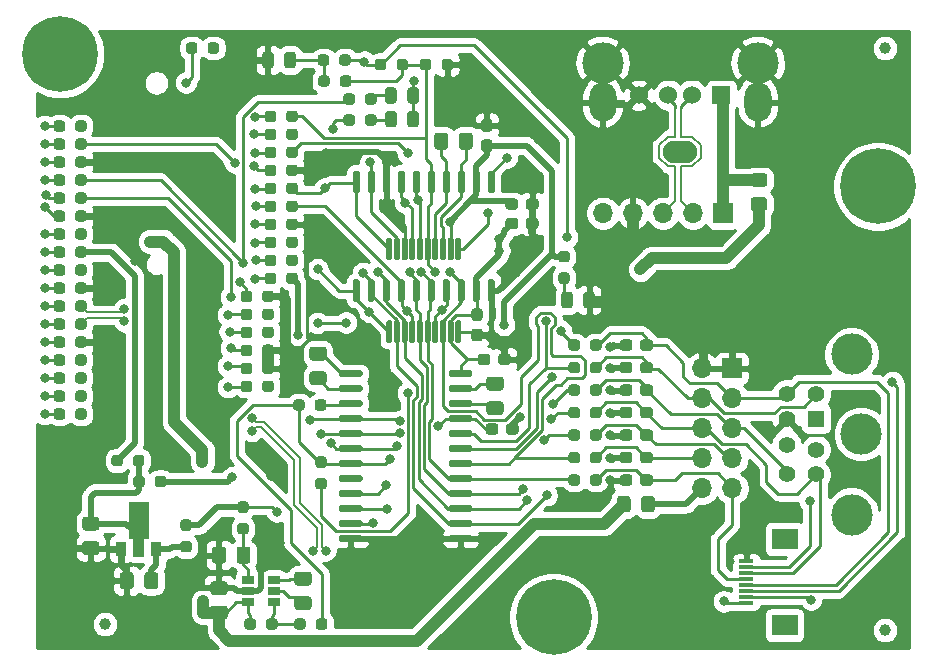
<source format=gtl>
%TF.GenerationSoftware,KiCad,Pcbnew,5.1.10-88a1d61d58~89~ubuntu20.04.1*%
%TF.CreationDate,2021-10-06T22:40:20-05:00*%
%TF.ProjectId,serial_rewind_d2,73657269-616c-45f7-9265-77696e645f64,rev?*%
%TF.SameCoordinates,Original*%
%TF.FileFunction,Copper,L1,Top*%
%TF.FilePolarity,Positive*%
%FSLAX46Y46*%
G04 Gerber Fmt 4.6, Leading zero omitted, Abs format (unit mm)*
G04 Created by KiCad (PCBNEW 5.1.10-88a1d61d58~89~ubuntu20.04.1) date 2021-10-06 22:40:20*
%MOMM*%
%LPD*%
G01*
G04 APERTURE LIST*
%TA.AperFunction,SMDPad,CuDef*%
%ADD10C,1.000000*%
%TD*%
%TA.AperFunction,ComponentPad*%
%ADD11R,1.700000X1.700000*%
%TD*%
%TA.AperFunction,ComponentPad*%
%ADD12O,1.700000X1.700000*%
%TD*%
%TA.AperFunction,SMDPad,CuDef*%
%ADD13R,0.900000X1.300000*%
%TD*%
%TA.AperFunction,SMDPad,CuDef*%
%ADD14C,0.150000*%
%TD*%
%TA.AperFunction,ComponentPad*%
%ADD15C,6.400000*%
%TD*%
%TA.AperFunction,SMDPad,CuDef*%
%ADD16R,2.200000X1.800000*%
%TD*%
%TA.AperFunction,SMDPad,CuDef*%
%ADD17R,1.300000X0.300000*%
%TD*%
%TA.AperFunction,ComponentPad*%
%ADD18C,3.500000*%
%TD*%
%TA.AperFunction,ComponentPad*%
%ADD19C,1.422400*%
%TD*%
%TA.AperFunction,ComponentPad*%
%ADD20R,1.422400X1.422400*%
%TD*%
%TA.AperFunction,SMDPad,CuDef*%
%ADD21R,1.060000X0.650000*%
%TD*%
%TA.AperFunction,ComponentPad*%
%ADD22R,1.524000X1.524000*%
%TD*%
%TA.AperFunction,ComponentPad*%
%ADD23C,1.524000*%
%TD*%
%TA.AperFunction,ComponentPad*%
%ADD24O,2.300000X3.300000*%
%TD*%
%TA.AperFunction,ComponentPad*%
%ADD25O,2.900000X1.900000*%
%TD*%
%TA.AperFunction,ViaPad*%
%ADD26C,0.800000*%
%TD*%
%TA.AperFunction,Conductor*%
%ADD27C,0.250000*%
%TD*%
%TA.AperFunction,Conductor*%
%ADD28C,1.000000*%
%TD*%
%TA.AperFunction,Conductor*%
%ADD29C,0.500000*%
%TD*%
%TA.AperFunction,Conductor*%
%ADD30C,0.200000*%
%TD*%
%TA.AperFunction,Conductor*%
%ADD31C,0.254000*%
%TD*%
%TA.AperFunction,Conductor*%
%ADD32C,0.150000*%
%TD*%
G04 APERTURE END LIST*
%TO.P,R56,2*%
%TO.N,Net-(D4-Pad1)*%
%TA.AperFunction,SMDPad,CuDef*%
G36*
G01*
X78403000Y-106663500D02*
X78403000Y-106188500D01*
G75*
G02*
X78640500Y-105951000I237500J0D01*
G01*
X79140500Y-105951000D01*
G75*
G02*
X79378000Y-106188500I0J-237500D01*
G01*
X79378000Y-106663500D01*
G75*
G02*
X79140500Y-106901000I-237500J0D01*
G01*
X78640500Y-106901000D01*
G75*
G02*
X78403000Y-106663500I0J237500D01*
G01*
G37*
%TD.AperFunction*%
%TO.P,R56,1*%
%TO.N,COMM_RXD*%
%TA.AperFunction,SMDPad,CuDef*%
G36*
G01*
X76578000Y-106663500D02*
X76578000Y-106188500D01*
G75*
G02*
X76815500Y-105951000I237500J0D01*
G01*
X77315500Y-105951000D01*
G75*
G02*
X77553000Y-106188500I0J-237500D01*
G01*
X77553000Y-106663500D01*
G75*
G02*
X77315500Y-106901000I-237500J0D01*
G01*
X76815500Y-106901000D01*
G75*
G02*
X76578000Y-106663500I0J237500D01*
G01*
G37*
%TD.AperFunction*%
%TD*%
%TO.P,R55,2*%
%TO.N,Net-(D3-Pad1)*%
%TA.AperFunction,SMDPad,CuDef*%
G36*
G01*
X78403000Y-108441500D02*
X78403000Y-107966500D01*
G75*
G02*
X78640500Y-107729000I237500J0D01*
G01*
X79140500Y-107729000D01*
G75*
G02*
X79378000Y-107966500I0J-237500D01*
G01*
X79378000Y-108441500D01*
G75*
G02*
X79140500Y-108679000I-237500J0D01*
G01*
X78640500Y-108679000D01*
G75*
G02*
X78403000Y-108441500I0J237500D01*
G01*
G37*
%TD.AperFunction*%
%TO.P,R55,1*%
%TO.N,~COMM_TXD*%
%TA.AperFunction,SMDPad,CuDef*%
G36*
G01*
X76578000Y-108441500D02*
X76578000Y-107966500D01*
G75*
G02*
X76815500Y-107729000I237500J0D01*
G01*
X77315500Y-107729000D01*
G75*
G02*
X77553000Y-107966500I0J-237500D01*
G01*
X77553000Y-108441500D01*
G75*
G02*
X77315500Y-108679000I-237500J0D01*
G01*
X76815500Y-108679000D01*
G75*
G02*
X76578000Y-108441500I0J237500D01*
G01*
G37*
%TD.AperFunction*%
%TD*%
%TO.P,D4,2*%
%TO.N,+5V*%
%TA.AperFunction,SMDPad,CuDef*%
G36*
G01*
X81984000Y-106577450D02*
X81984000Y-105664950D01*
G75*
G02*
X82227750Y-105421200I243750J0D01*
G01*
X82715250Y-105421200D01*
G75*
G02*
X82959000Y-105664950I0J-243750D01*
G01*
X82959000Y-106577450D01*
G75*
G02*
X82715250Y-106821200I-243750J0D01*
G01*
X82227750Y-106821200D01*
G75*
G02*
X81984000Y-106577450I0J243750D01*
G01*
G37*
%TD.AperFunction*%
%TO.P,D4,1*%
%TO.N,Net-(D4-Pad1)*%
%TA.AperFunction,SMDPad,CuDef*%
G36*
G01*
X80109000Y-106577450D02*
X80109000Y-105664950D01*
G75*
G02*
X80352750Y-105421200I243750J0D01*
G01*
X80840250Y-105421200D01*
G75*
G02*
X81084000Y-105664950I0J-243750D01*
G01*
X81084000Y-106577450D01*
G75*
G02*
X80840250Y-106821200I-243750J0D01*
G01*
X80352750Y-106821200D01*
G75*
G02*
X80109000Y-106577450I0J243750D01*
G01*
G37*
%TD.AperFunction*%
%TD*%
%TO.P,D3,2*%
%TO.N,+5V*%
%TA.AperFunction,SMDPad,CuDef*%
G36*
G01*
X81984000Y-108584050D02*
X81984000Y-107671550D01*
G75*
G02*
X82227750Y-107427800I243750J0D01*
G01*
X82715250Y-107427800D01*
G75*
G02*
X82959000Y-107671550I0J-243750D01*
G01*
X82959000Y-108584050D01*
G75*
G02*
X82715250Y-108827800I-243750J0D01*
G01*
X82227750Y-108827800D01*
G75*
G02*
X81984000Y-108584050I0J243750D01*
G01*
G37*
%TD.AperFunction*%
%TO.P,D3,1*%
%TO.N,Net-(D3-Pad1)*%
%TA.AperFunction,SMDPad,CuDef*%
G36*
G01*
X80109000Y-108584050D02*
X80109000Y-107671550D01*
G75*
G02*
X80352750Y-107427800I243750J0D01*
G01*
X80840250Y-107427800D01*
G75*
G02*
X81084000Y-107671550I0J-243750D01*
G01*
X81084000Y-108584050D01*
G75*
G02*
X80840250Y-108827800I-243750J0D01*
G01*
X80352750Y-108827800D01*
G75*
G02*
X80109000Y-108584050I0J243750D01*
G01*
G37*
%TD.AperFunction*%
%TD*%
D10*
%TO.P,FID5,*%
%TO.N,*%
X56388000Y-150876000D03*
%TD*%
%TO.P,FID3,*%
%TO.N,*%
X122428000Y-151384000D03*
%TD*%
%TO.P,FID1,*%
%TO.N,*%
X122428000Y-102108000D03*
%TD*%
%TO.P,C1,2*%
%TO.N,GND*%
%TA.AperFunction,SMDPad,CuDef*%
G36*
G01*
X92019000Y-115553500D02*
X92019000Y-115078500D01*
G75*
G02*
X92256500Y-114841000I237500J0D01*
G01*
X92856500Y-114841000D01*
G75*
G02*
X93094000Y-115078500I0J-237500D01*
G01*
X93094000Y-115553500D01*
G75*
G02*
X92856500Y-115791000I-237500J0D01*
G01*
X92256500Y-115791000D01*
G75*
G02*
X92019000Y-115553500I0J237500D01*
G01*
G37*
%TD.AperFunction*%
%TO.P,C1,1*%
%TO.N,-5V*%
%TA.AperFunction,SMDPad,CuDef*%
G36*
G01*
X90294000Y-115553500D02*
X90294000Y-115078500D01*
G75*
G02*
X90531500Y-114841000I237500J0D01*
G01*
X91131500Y-114841000D01*
G75*
G02*
X91369000Y-115078500I0J-237500D01*
G01*
X91369000Y-115553500D01*
G75*
G02*
X91131500Y-115791000I-237500J0D01*
G01*
X90531500Y-115791000D01*
G75*
G02*
X90294000Y-115553500I0J237500D01*
G01*
G37*
%TD.AperFunction*%
%TD*%
%TO.P,C3,2*%
%TO.N,/GPi*%
%TA.AperFunction,SMDPad,CuDef*%
G36*
G01*
X101697500Y-138921500D02*
X101697500Y-138446500D01*
G75*
G02*
X101935000Y-138209000I237500J0D01*
G01*
X102535000Y-138209000D01*
G75*
G02*
X102772500Y-138446500I0J-237500D01*
G01*
X102772500Y-138921500D01*
G75*
G02*
X102535000Y-139159000I-237500J0D01*
G01*
X101935000Y-139159000D01*
G75*
G02*
X101697500Y-138921500I0J237500D01*
G01*
G37*
%TD.AperFunction*%
%TO.P,C3,1*%
%TO.N,GND*%
%TA.AperFunction,SMDPad,CuDef*%
G36*
G01*
X99972500Y-138921500D02*
X99972500Y-138446500D01*
G75*
G02*
X100210000Y-138209000I237500J0D01*
G01*
X100810000Y-138209000D01*
G75*
G02*
X101047500Y-138446500I0J-237500D01*
G01*
X101047500Y-138921500D01*
G75*
G02*
X100810000Y-139159000I-237500J0D01*
G01*
X100210000Y-139159000D01*
G75*
G02*
X99972500Y-138921500I0J237500D01*
G01*
G37*
%TD.AperFunction*%
%TD*%
%TO.P,C4,2*%
%TO.N,GND*%
%TA.AperFunction,SMDPad,CuDef*%
G36*
G01*
X101047500Y-136541500D02*
X101047500Y-137016500D01*
G75*
G02*
X100810000Y-137254000I-237500J0D01*
G01*
X100210000Y-137254000D01*
G75*
G02*
X99972500Y-137016500I0J237500D01*
G01*
X99972500Y-136541500D01*
G75*
G02*
X100210000Y-136304000I237500J0D01*
G01*
X100810000Y-136304000D01*
G75*
G02*
X101047500Y-136541500I0J-237500D01*
G01*
G37*
%TD.AperFunction*%
%TO.P,C4,1*%
%TO.N,/HSKo*%
%TA.AperFunction,SMDPad,CuDef*%
G36*
G01*
X102772500Y-136541500D02*
X102772500Y-137016500D01*
G75*
G02*
X102535000Y-137254000I-237500J0D01*
G01*
X101935000Y-137254000D01*
G75*
G02*
X101697500Y-137016500I0J237500D01*
G01*
X101697500Y-136541500D01*
G75*
G02*
X101935000Y-136304000I237500J0D01*
G01*
X102535000Y-136304000D01*
G75*
G02*
X102772500Y-136541500I0J-237500D01*
G01*
G37*
%TD.AperFunction*%
%TD*%
%TO.P,C5,1*%
%TO.N,GND*%
%TA.AperFunction,SMDPad,CuDef*%
G36*
G01*
X99972500Y-135111500D02*
X99972500Y-134636500D01*
G75*
G02*
X100210000Y-134399000I237500J0D01*
G01*
X100810000Y-134399000D01*
G75*
G02*
X101047500Y-134636500I0J-237500D01*
G01*
X101047500Y-135111500D01*
G75*
G02*
X100810000Y-135349000I-237500J0D01*
G01*
X100210000Y-135349000D01*
G75*
G02*
X99972500Y-135111500I0J237500D01*
G01*
G37*
%TD.AperFunction*%
%TO.P,C5,2*%
%TO.N,/HSKi*%
%TA.AperFunction,SMDPad,CuDef*%
G36*
G01*
X101697500Y-135111500D02*
X101697500Y-134636500D01*
G75*
G02*
X101935000Y-134399000I237500J0D01*
G01*
X102535000Y-134399000D01*
G75*
G02*
X102772500Y-134636500I0J-237500D01*
G01*
X102772500Y-135111500D01*
G75*
G02*
X102535000Y-135349000I-237500J0D01*
G01*
X101935000Y-135349000D01*
G75*
G02*
X101697500Y-135111500I0J237500D01*
G01*
G37*
%TD.AperFunction*%
%TD*%
%TO.P,C6,1*%
%TO.N,/TXD+*%
%TA.AperFunction,SMDPad,CuDef*%
G36*
G01*
X102772500Y-127016500D02*
X102772500Y-127491500D01*
G75*
G02*
X102535000Y-127729000I-237500J0D01*
G01*
X101935000Y-127729000D01*
G75*
G02*
X101697500Y-127491500I0J237500D01*
G01*
X101697500Y-127016500D01*
G75*
G02*
X101935000Y-126779000I237500J0D01*
G01*
X102535000Y-126779000D01*
G75*
G02*
X102772500Y-127016500I0J-237500D01*
G01*
G37*
%TD.AperFunction*%
%TO.P,C6,2*%
%TO.N,GND*%
%TA.AperFunction,SMDPad,CuDef*%
G36*
G01*
X101047500Y-127016500D02*
X101047500Y-127491500D01*
G75*
G02*
X100810000Y-127729000I-237500J0D01*
G01*
X100210000Y-127729000D01*
G75*
G02*
X99972500Y-127491500I0J237500D01*
G01*
X99972500Y-127016500D01*
G75*
G02*
X100210000Y-126779000I237500J0D01*
G01*
X100810000Y-126779000D01*
G75*
G02*
X101047500Y-127016500I0J-237500D01*
G01*
G37*
%TD.AperFunction*%
%TD*%
%TO.P,C7,2*%
%TO.N,/RXD+*%
%TA.AperFunction,SMDPad,CuDef*%
G36*
G01*
X101697500Y-131301500D02*
X101697500Y-130826500D01*
G75*
G02*
X101935000Y-130589000I237500J0D01*
G01*
X102535000Y-130589000D01*
G75*
G02*
X102772500Y-130826500I0J-237500D01*
G01*
X102772500Y-131301500D01*
G75*
G02*
X102535000Y-131539000I-237500J0D01*
G01*
X101935000Y-131539000D01*
G75*
G02*
X101697500Y-131301500I0J237500D01*
G01*
G37*
%TD.AperFunction*%
%TO.P,C7,1*%
%TO.N,GND*%
%TA.AperFunction,SMDPad,CuDef*%
G36*
G01*
X99972500Y-131301500D02*
X99972500Y-130826500D01*
G75*
G02*
X100210000Y-130589000I237500J0D01*
G01*
X100810000Y-130589000D01*
G75*
G02*
X101047500Y-130826500I0J-237500D01*
G01*
X101047500Y-131301500D01*
G75*
G02*
X100810000Y-131539000I-237500J0D01*
G01*
X100210000Y-131539000D01*
G75*
G02*
X99972500Y-131301500I0J237500D01*
G01*
G37*
%TD.AperFunction*%
%TD*%
%TO.P,C8,2*%
%TO.N,GND*%
%TA.AperFunction,SMDPad,CuDef*%
G36*
G01*
X101047500Y-128921500D02*
X101047500Y-129396500D01*
G75*
G02*
X100810000Y-129634000I-237500J0D01*
G01*
X100210000Y-129634000D01*
G75*
G02*
X99972500Y-129396500I0J237500D01*
G01*
X99972500Y-128921500D01*
G75*
G02*
X100210000Y-128684000I237500J0D01*
G01*
X100810000Y-128684000D01*
G75*
G02*
X101047500Y-128921500I0J-237500D01*
G01*
G37*
%TD.AperFunction*%
%TO.P,C8,1*%
%TO.N,/TXD-*%
%TA.AperFunction,SMDPad,CuDef*%
G36*
G01*
X102772500Y-128921500D02*
X102772500Y-129396500D01*
G75*
G02*
X102535000Y-129634000I-237500J0D01*
G01*
X101935000Y-129634000D01*
G75*
G02*
X101697500Y-129396500I0J237500D01*
G01*
X101697500Y-128921500D01*
G75*
G02*
X101935000Y-128684000I237500J0D01*
G01*
X102535000Y-128684000D01*
G75*
G02*
X102772500Y-128921500I0J-237500D01*
G01*
G37*
%TD.AperFunction*%
%TD*%
%TO.P,C9,1*%
%TO.N,GND*%
%TA.AperFunction,SMDPad,CuDef*%
G36*
G01*
X99972500Y-133206500D02*
X99972500Y-132731500D01*
G75*
G02*
X100210000Y-132494000I237500J0D01*
G01*
X100810000Y-132494000D01*
G75*
G02*
X101047500Y-132731500I0J-237500D01*
G01*
X101047500Y-133206500D01*
G75*
G02*
X100810000Y-133444000I-237500J0D01*
G01*
X100210000Y-133444000D01*
G75*
G02*
X99972500Y-133206500I0J237500D01*
G01*
G37*
%TD.AperFunction*%
%TO.P,C9,2*%
%TO.N,/RXD-*%
%TA.AperFunction,SMDPad,CuDef*%
G36*
G01*
X101697500Y-133206500D02*
X101697500Y-132731500D01*
G75*
G02*
X101935000Y-132494000I237500J0D01*
G01*
X102535000Y-132494000D01*
G75*
G02*
X102772500Y-132731500I0J-237500D01*
G01*
X102772500Y-133206500D01*
G75*
G02*
X102535000Y-133444000I-237500J0D01*
G01*
X101935000Y-133444000D01*
G75*
G02*
X101697500Y-133206500I0J237500D01*
G01*
G37*
%TD.AperFunction*%
%TD*%
%TO.P,D1,1*%
%TO.N,GND*%
%TA.AperFunction,SMDPad,CuDef*%
G36*
G01*
X69695000Y-103580250D02*
X69695000Y-102667750D01*
G75*
G02*
X69938750Y-102424000I243750J0D01*
G01*
X70426250Y-102424000D01*
G75*
G02*
X70670000Y-102667750I0J-243750D01*
G01*
X70670000Y-103580250D01*
G75*
G02*
X70426250Y-103824000I-243750J0D01*
G01*
X69938750Y-103824000D01*
G75*
G02*
X69695000Y-103580250I0J243750D01*
G01*
G37*
%TD.AperFunction*%
%TO.P,D1,2*%
%TO.N,Net-(D1-Pad2)*%
%TA.AperFunction,SMDPad,CuDef*%
G36*
G01*
X71570000Y-103580250D02*
X71570000Y-102667750D01*
G75*
G02*
X71813750Y-102424000I243750J0D01*
G01*
X72301250Y-102424000D01*
G75*
G02*
X72545000Y-102667750I0J-243750D01*
G01*
X72545000Y-103580250D01*
G75*
G02*
X72301250Y-103824000I-243750J0D01*
G01*
X71813750Y-103824000D01*
G75*
G02*
X71570000Y-103580250I0J243750D01*
G01*
G37*
%TD.AperFunction*%
%TD*%
%TO.P,F1,2*%
%TO.N,+5V*%
%TA.AperFunction,SMDPad,CuDef*%
G36*
G01*
X100887000Y-140265999D02*
X100887000Y-141166001D01*
G75*
G02*
X100637001Y-141416000I-249999J0D01*
G01*
X99986999Y-141416000D01*
G75*
G02*
X99737000Y-141166001I0J249999D01*
G01*
X99737000Y-140265999D01*
G75*
G02*
X99986999Y-140016000I249999J0D01*
G01*
X100637001Y-140016000D01*
G75*
G02*
X100887000Y-140265999I0J-249999D01*
G01*
G37*
%TD.AperFunction*%
%TO.P,F1,1*%
%TO.N,+5VL*%
%TA.AperFunction,SMDPad,CuDef*%
G36*
G01*
X102937000Y-140265999D02*
X102937000Y-141166001D01*
G75*
G02*
X102687001Y-141416000I-249999J0D01*
G01*
X102036999Y-141416000D01*
G75*
G02*
X101787000Y-141166001I0J249999D01*
G01*
X101787000Y-140265999D01*
G75*
G02*
X102036999Y-140016000I249999J0D01*
G01*
X102687001Y-140016000D01*
G75*
G02*
X102937000Y-140265999I0J-249999D01*
G01*
G37*
%TD.AperFunction*%
%TD*%
%TO.P,F2,1*%
%TO.N,VBUS*%
%TA.AperFunction,SMDPad,CuDef*%
G36*
G01*
X111309999Y-112700000D02*
X112210001Y-112700000D01*
G75*
G02*
X112460000Y-112949999I0J-249999D01*
G01*
X112460000Y-113600001D01*
G75*
G02*
X112210001Y-113850000I-249999J0D01*
G01*
X111309999Y-113850000D01*
G75*
G02*
X111060000Y-113600001I0J249999D01*
G01*
X111060000Y-112949999D01*
G75*
G02*
X111309999Y-112700000I249999J0D01*
G01*
G37*
%TD.AperFunction*%
%TO.P,F2,2*%
%TO.N,+5V*%
%TA.AperFunction,SMDPad,CuDef*%
G36*
G01*
X111309999Y-114750000D02*
X112210001Y-114750000D01*
G75*
G02*
X112460000Y-114999999I0J-249999D01*
G01*
X112460000Y-115650001D01*
G75*
G02*
X112210001Y-115900000I-249999J0D01*
G01*
X111309999Y-115900000D01*
G75*
G02*
X111060000Y-115650001I0J249999D01*
G01*
X111060000Y-114999999D01*
G75*
G02*
X111309999Y-114750000I249999J0D01*
G01*
G37*
%TD.AperFunction*%
%TD*%
D11*
%TO.P,J4,1*%
%TO.N,GND*%
X109474000Y-129222500D03*
D12*
%TO.P,J4,2*%
X106934000Y-129222500D03*
%TO.P,J4,3*%
%TO.N,/TXD+*%
X109474000Y-131762500D03*
%TO.P,J4,4*%
%TO.N,/TXD-*%
X106934000Y-131762500D03*
%TO.P,J4,5*%
%TO.N,/RXD+*%
X109474000Y-134302500D03*
%TO.P,J4,6*%
%TO.N,/RXD-*%
X106934000Y-134302500D03*
%TO.P,J4,7*%
%TO.N,/HSKi*%
X109474000Y-136842500D03*
%TO.P,J4,8*%
%TO.N,/HSKo*%
X106934000Y-136842500D03*
%TO.P,J4,9*%
%TO.N,/GPi*%
X109474000Y-139382500D03*
%TO.P,J4,10*%
%TO.N,+5VL*%
X106934000Y-139382500D03*
%TD*%
D11*
%TO.P,J6,1*%
%TO.N,VBUS*%
X108712000Y-116078000D03*
D12*
%TO.P,J6,2*%
%TO.N,/USB-*%
X106172000Y-116078000D03*
%TO.P,J6,3*%
%TO.N,/USB+*%
X103632000Y-116078000D03*
%TO.P,J6,4*%
%TO.N,GND*%
X101092000Y-116078000D03*
%TO.P,J6,5*%
%TO.N,Net-(J6-Pad5)*%
X98552000Y-116078000D03*
%TD*%
%TO.P,R1,1*%
%TO.N,Net-(J1-Pad19)*%
%TA.AperFunction,SMDPad,CuDef*%
G36*
G01*
X69910500Y-118792000D02*
X69910500Y-118317000D01*
G75*
G02*
X70148000Y-118079500I237500J0D01*
G01*
X70648000Y-118079500D01*
G75*
G02*
X70885500Y-118317000I0J-237500D01*
G01*
X70885500Y-118792000D01*
G75*
G02*
X70648000Y-119029500I-237500J0D01*
G01*
X70148000Y-119029500D01*
G75*
G02*
X69910500Y-118792000I0J237500D01*
G01*
G37*
%TD.AperFunction*%
%TO.P,R1,2*%
%TO.N,/CLKOUT*%
%TA.AperFunction,SMDPad,CuDef*%
G36*
G01*
X71735500Y-118792000D02*
X71735500Y-118317000D01*
G75*
G02*
X71973000Y-118079500I237500J0D01*
G01*
X72473000Y-118079500D01*
G75*
G02*
X72710500Y-118317000I0J-237500D01*
G01*
X72710500Y-118792000D01*
G75*
G02*
X72473000Y-119029500I-237500J0D01*
G01*
X71973000Y-119029500D01*
G75*
G02*
X71735500Y-118792000I0J237500D01*
G01*
G37*
%TD.AperFunction*%
%TD*%
%TO.P,R2,2*%
%TO.N,/I2C_SCL*%
%TA.AperFunction,SMDPad,CuDef*%
G36*
G01*
X69703500Y-124888000D02*
X69703500Y-124413000D01*
G75*
G02*
X69941000Y-124175500I237500J0D01*
G01*
X70441000Y-124175500D01*
G75*
G02*
X70678500Y-124413000I0J-237500D01*
G01*
X70678500Y-124888000D01*
G75*
G02*
X70441000Y-125125500I-237500J0D01*
G01*
X69941000Y-125125500D01*
G75*
G02*
X69703500Y-124888000I0J237500D01*
G01*
G37*
%TD.AperFunction*%
%TO.P,R2,1*%
%TO.N,Net-(J1-Pad27)*%
%TA.AperFunction,SMDPad,CuDef*%
G36*
G01*
X67878500Y-124888000D02*
X67878500Y-124413000D01*
G75*
G02*
X68116000Y-124175500I237500J0D01*
G01*
X68616000Y-124175500D01*
G75*
G02*
X68853500Y-124413000I0J-237500D01*
G01*
X68853500Y-124888000D01*
G75*
G02*
X68616000Y-125125500I-237500J0D01*
G01*
X68116000Y-125125500D01*
G75*
G02*
X67878500Y-124888000I0J237500D01*
G01*
G37*
%TD.AperFunction*%
%TD*%
%TO.P,R3,1*%
%TO.N,Net-(J1-Pad35)*%
%TA.AperFunction,SMDPad,CuDef*%
G36*
G01*
X67878500Y-130984000D02*
X67878500Y-130509000D01*
G75*
G02*
X68116000Y-130271500I237500J0D01*
G01*
X68616000Y-130271500D01*
G75*
G02*
X68853500Y-130509000I0J-237500D01*
G01*
X68853500Y-130984000D01*
G75*
G02*
X68616000Y-131221500I-237500J0D01*
G01*
X68116000Y-131221500D01*
G75*
G02*
X67878500Y-130984000I0J237500D01*
G01*
G37*
%TD.AperFunction*%
%TO.P,R3,2*%
%TO.N,/AUX1*%
%TA.AperFunction,SMDPad,CuDef*%
G36*
G01*
X69703500Y-130984000D02*
X69703500Y-130509000D01*
G75*
G02*
X69941000Y-130271500I237500J0D01*
G01*
X70441000Y-130271500D01*
G75*
G02*
X70678500Y-130509000I0J-237500D01*
G01*
X70678500Y-130984000D01*
G75*
G02*
X70441000Y-131221500I-237500J0D01*
G01*
X69941000Y-131221500D01*
G75*
G02*
X69703500Y-130984000I0J237500D01*
G01*
G37*
%TD.AperFunction*%
%TD*%
%TO.P,R4,2*%
%TO.N,~COMM_DTR*%
%TA.AperFunction,SMDPad,CuDef*%
G36*
G01*
X71735500Y-111172000D02*
X71735500Y-110697000D01*
G75*
G02*
X71973000Y-110459500I237500J0D01*
G01*
X72473000Y-110459500D01*
G75*
G02*
X72710500Y-110697000I0J-237500D01*
G01*
X72710500Y-111172000D01*
G75*
G02*
X72473000Y-111409500I-237500J0D01*
G01*
X71973000Y-111409500D01*
G75*
G02*
X71735500Y-111172000I0J237500D01*
G01*
G37*
%TD.AperFunction*%
%TO.P,R4,1*%
%TO.N,Net-(J1-Pad9)*%
%TA.AperFunction,SMDPad,CuDef*%
G36*
G01*
X69910500Y-111172000D02*
X69910500Y-110697000D01*
G75*
G02*
X70148000Y-110459500I237500J0D01*
G01*
X70648000Y-110459500D01*
G75*
G02*
X70885500Y-110697000I0J-237500D01*
G01*
X70885500Y-111172000D01*
G75*
G02*
X70648000Y-111409500I-237500J0D01*
G01*
X70148000Y-111409500D01*
G75*
G02*
X69910500Y-111172000I0J237500D01*
G01*
G37*
%TD.AperFunction*%
%TD*%
%TO.P,R5,1*%
%TO.N,COMM_SHDN*%
%TA.AperFunction,SMDPad,CuDef*%
G36*
G01*
X82045000Y-103267500D02*
X82045000Y-103742500D01*
G75*
G02*
X81807500Y-103980000I-237500J0D01*
G01*
X81307500Y-103980000D01*
G75*
G02*
X81070000Y-103742500I0J237500D01*
G01*
X81070000Y-103267500D01*
G75*
G02*
X81307500Y-103030000I237500J0D01*
G01*
X81807500Y-103030000D01*
G75*
G02*
X82045000Y-103267500I0J-237500D01*
G01*
G37*
%TD.AperFunction*%
%TO.P,R5,2*%
%TO.N,+5V*%
%TA.AperFunction,SMDPad,CuDef*%
G36*
G01*
X80220000Y-103267500D02*
X80220000Y-103742500D01*
G75*
G02*
X79982500Y-103980000I-237500J0D01*
G01*
X79482500Y-103980000D01*
G75*
G02*
X79245000Y-103742500I0J237500D01*
G01*
X79245000Y-103267500D01*
G75*
G02*
X79482500Y-103030000I237500J0D01*
G01*
X79982500Y-103030000D01*
G75*
G02*
X80220000Y-103267500I0J-237500D01*
G01*
G37*
%TD.AperFunction*%
%TD*%
%TO.P,R6,2*%
%TO.N,COMM_SHDN*%
%TA.AperFunction,SMDPad,CuDef*%
G36*
G01*
X84030000Y-103267500D02*
X84030000Y-103742500D01*
G75*
G02*
X83792500Y-103980000I-237500J0D01*
G01*
X83292500Y-103980000D01*
G75*
G02*
X83055000Y-103742500I0J237500D01*
G01*
X83055000Y-103267500D01*
G75*
G02*
X83292500Y-103030000I237500J0D01*
G01*
X83792500Y-103030000D01*
G75*
G02*
X84030000Y-103267500I0J-237500D01*
G01*
G37*
%TD.AperFunction*%
%TO.P,R6,1*%
%TO.N,GND*%
%TA.AperFunction,SMDPad,CuDef*%
G36*
G01*
X85855000Y-103267500D02*
X85855000Y-103742500D01*
G75*
G02*
X85617500Y-103980000I-237500J0D01*
G01*
X85117500Y-103980000D01*
G75*
G02*
X84880000Y-103742500I0J237500D01*
G01*
X84880000Y-103267500D01*
G75*
G02*
X85117500Y-103030000I237500J0D01*
G01*
X85617500Y-103030000D01*
G75*
G02*
X85855000Y-103267500I0J-237500D01*
G01*
G37*
%TD.AperFunction*%
%TD*%
%TO.P,R7,2*%
%TO.N,COMM_TRXC*%
%TA.AperFunction,SMDPad,CuDef*%
G36*
G01*
X71735500Y-115744000D02*
X71735500Y-115269000D01*
G75*
G02*
X71973000Y-115031500I237500J0D01*
G01*
X72473000Y-115031500D01*
G75*
G02*
X72710500Y-115269000I0J-237500D01*
G01*
X72710500Y-115744000D01*
G75*
G02*
X72473000Y-115981500I-237500J0D01*
G01*
X71973000Y-115981500D01*
G75*
G02*
X71735500Y-115744000I0J237500D01*
G01*
G37*
%TD.AperFunction*%
%TO.P,R7,1*%
%TO.N,Net-(J1-Pad15)*%
%TA.AperFunction,SMDPad,CuDef*%
G36*
G01*
X69910500Y-115744000D02*
X69910500Y-115269000D01*
G75*
G02*
X70148000Y-115031500I237500J0D01*
G01*
X70648000Y-115031500D01*
G75*
G02*
X70885500Y-115269000I0J-237500D01*
G01*
X70885500Y-115744000D01*
G75*
G02*
X70648000Y-115981500I-237500J0D01*
G01*
X70148000Y-115981500D01*
G75*
G02*
X69910500Y-115744000I0J237500D01*
G01*
G37*
%TD.AperFunction*%
%TD*%
%TO.P,R8,1*%
%TO.N,Net-(J1-Pad23)*%
%TA.AperFunction,SMDPad,CuDef*%
G36*
G01*
X69910500Y-121840000D02*
X69910500Y-121365000D01*
G75*
G02*
X70148000Y-121127500I237500J0D01*
G01*
X70648000Y-121127500D01*
G75*
G02*
X70885500Y-121365000I0J-237500D01*
G01*
X70885500Y-121840000D01*
G75*
G02*
X70648000Y-122077500I-237500J0D01*
G01*
X70148000Y-122077500D01*
G75*
G02*
X69910500Y-121840000I0J237500D01*
G01*
G37*
%TD.AperFunction*%
%TO.P,R8,2*%
%TO.N,-10V*%
%TA.AperFunction,SMDPad,CuDef*%
G36*
G01*
X71735500Y-121840000D02*
X71735500Y-121365000D01*
G75*
G02*
X71973000Y-121127500I237500J0D01*
G01*
X72473000Y-121127500D01*
G75*
G02*
X72710500Y-121365000I0J-237500D01*
G01*
X72710500Y-121840000D01*
G75*
G02*
X72473000Y-122077500I-237500J0D01*
G01*
X71973000Y-122077500D01*
G75*
G02*
X71735500Y-121840000I0J237500D01*
G01*
G37*
%TD.AperFunction*%
%TD*%
%TO.P,R9,2*%
%TO.N,/I2C_SDA*%
%TA.AperFunction,SMDPad,CuDef*%
G36*
G01*
X69703500Y-126412000D02*
X69703500Y-125937000D01*
G75*
G02*
X69941000Y-125699500I237500J0D01*
G01*
X70441000Y-125699500D01*
G75*
G02*
X70678500Y-125937000I0J-237500D01*
G01*
X70678500Y-126412000D01*
G75*
G02*
X70441000Y-126649500I-237500J0D01*
G01*
X69941000Y-126649500D01*
G75*
G02*
X69703500Y-126412000I0J237500D01*
G01*
G37*
%TD.AperFunction*%
%TO.P,R9,1*%
%TO.N,Net-(J1-Pad29)*%
%TA.AperFunction,SMDPad,CuDef*%
G36*
G01*
X67878500Y-126412000D02*
X67878500Y-125937000D01*
G75*
G02*
X68116000Y-125699500I237500J0D01*
G01*
X68616000Y-125699500D01*
G75*
G02*
X68853500Y-125937000I0J-237500D01*
G01*
X68853500Y-126412000D01*
G75*
G02*
X68616000Y-126649500I-237500J0D01*
G01*
X68116000Y-126649500D01*
G75*
G02*
X67878500Y-126412000I0J237500D01*
G01*
G37*
%TD.AperFunction*%
%TD*%
%TO.P,R10,1*%
%TO.N,Net-(J1-Pad7)*%
%TA.AperFunction,SMDPad,CuDef*%
G36*
G01*
X69910500Y-109648000D02*
X69910500Y-109173000D01*
G75*
G02*
X70148000Y-108935500I237500J0D01*
G01*
X70648000Y-108935500D01*
G75*
G02*
X70885500Y-109173000I0J-237500D01*
G01*
X70885500Y-109648000D01*
G75*
G02*
X70648000Y-109885500I-237500J0D01*
G01*
X70148000Y-109885500D01*
G75*
G02*
X69910500Y-109648000I0J237500D01*
G01*
G37*
%TD.AperFunction*%
%TO.P,R10,2*%
%TO.N,MODEM_DET*%
%TA.AperFunction,SMDPad,CuDef*%
G36*
G01*
X71735500Y-109648000D02*
X71735500Y-109173000D01*
G75*
G02*
X71973000Y-108935500I237500J0D01*
G01*
X72473000Y-108935500D01*
G75*
G02*
X72710500Y-109173000I0J-237500D01*
G01*
X72710500Y-109648000D01*
G75*
G02*
X72473000Y-109885500I-237500J0D01*
G01*
X71973000Y-109885500D01*
G75*
G02*
X71735500Y-109648000I0J237500D01*
G01*
G37*
%TD.AperFunction*%
%TD*%
%TO.P,R11,1*%
%TO.N,Net-(J1-Pad13)*%
%TA.AperFunction,SMDPad,CuDef*%
G36*
G01*
X69910500Y-114220000D02*
X69910500Y-113745000D01*
G75*
G02*
X70148000Y-113507500I237500J0D01*
G01*
X70648000Y-113507500D01*
G75*
G02*
X70885500Y-113745000I0J-237500D01*
G01*
X70885500Y-114220000D01*
G75*
G02*
X70648000Y-114457500I-237500J0D01*
G01*
X70148000Y-114457500D01*
G75*
G02*
X69910500Y-114220000I0J237500D01*
G01*
G37*
%TD.AperFunction*%
%TO.P,R11,2*%
%TO.N,~COMM_TXD*%
%TA.AperFunction,SMDPad,CuDef*%
G36*
G01*
X71735500Y-114220000D02*
X71735500Y-113745000D01*
G75*
G02*
X71973000Y-113507500I237500J0D01*
G01*
X72473000Y-113507500D01*
G75*
G02*
X72710500Y-113745000I0J-237500D01*
G01*
X72710500Y-114220000D01*
G75*
G02*
X72473000Y-114457500I-237500J0D01*
G01*
X71973000Y-114457500D01*
G75*
G02*
X71735500Y-114220000I0J237500D01*
G01*
G37*
%TD.AperFunction*%
%TD*%
%TO.P,R12,2*%
%TO.N,/LOADOUT*%
%TA.AperFunction,SMDPad,CuDef*%
G36*
G01*
X71735500Y-120316000D02*
X71735500Y-119841000D01*
G75*
G02*
X71973000Y-119603500I237500J0D01*
G01*
X72473000Y-119603500D01*
G75*
G02*
X72710500Y-119841000I0J-237500D01*
G01*
X72710500Y-120316000D01*
G75*
G02*
X72473000Y-120553500I-237500J0D01*
G01*
X71973000Y-120553500D01*
G75*
G02*
X71735500Y-120316000I0J237500D01*
G01*
G37*
%TD.AperFunction*%
%TO.P,R12,1*%
%TO.N,Net-(J1-Pad21)*%
%TA.AperFunction,SMDPad,CuDef*%
G36*
G01*
X69910500Y-120316000D02*
X69910500Y-119841000D01*
G75*
G02*
X70148000Y-119603500I237500J0D01*
G01*
X70648000Y-119603500D01*
G75*
G02*
X70885500Y-119841000I0J-237500D01*
G01*
X70885500Y-120316000D01*
G75*
G02*
X70648000Y-120553500I-237500J0D01*
G01*
X70148000Y-120553500D01*
G75*
G02*
X69910500Y-120316000I0J237500D01*
G01*
G37*
%TD.AperFunction*%
%TD*%
%TO.P,R13,2*%
%TO.N,COMM_SHDN*%
%TA.AperFunction,SMDPad,CuDef*%
G36*
G01*
X71735500Y-108124000D02*
X71735500Y-107649000D01*
G75*
G02*
X71973000Y-107411500I237500J0D01*
G01*
X72473000Y-107411500D01*
G75*
G02*
X72710500Y-107649000I0J-237500D01*
G01*
X72710500Y-108124000D01*
G75*
G02*
X72473000Y-108361500I-237500J0D01*
G01*
X71973000Y-108361500D01*
G75*
G02*
X71735500Y-108124000I0J237500D01*
G01*
G37*
%TD.AperFunction*%
%TO.P,R13,1*%
%TO.N,Net-(J1-Pad5)*%
%TA.AperFunction,SMDPad,CuDef*%
G36*
G01*
X69910500Y-108124000D02*
X69910500Y-107649000D01*
G75*
G02*
X70148000Y-107411500I237500J0D01*
G01*
X70648000Y-107411500D01*
G75*
G02*
X70885500Y-107649000I0J-237500D01*
G01*
X70885500Y-108124000D01*
G75*
G02*
X70648000Y-108361500I-237500J0D01*
G01*
X70148000Y-108361500D01*
G75*
G02*
X69910500Y-108124000I0J237500D01*
G01*
G37*
%TD.AperFunction*%
%TD*%
%TO.P,R14,1*%
%TO.N,Net-(J1-Pad33)*%
%TA.AperFunction,SMDPad,CuDef*%
G36*
G01*
X67878500Y-129460000D02*
X67878500Y-128985000D01*
G75*
G02*
X68116000Y-128747500I237500J0D01*
G01*
X68616000Y-128747500D01*
G75*
G02*
X68853500Y-128985000I0J-237500D01*
G01*
X68853500Y-129460000D01*
G75*
G02*
X68616000Y-129697500I-237500J0D01*
G01*
X68116000Y-129697500D01*
G75*
G02*
X67878500Y-129460000I0J237500D01*
G01*
G37*
%TD.AperFunction*%
%TO.P,R14,2*%
%TO.N,GND*%
%TA.AperFunction,SMDPad,CuDef*%
G36*
G01*
X69703500Y-129460000D02*
X69703500Y-128985000D01*
G75*
G02*
X69941000Y-128747500I237500J0D01*
G01*
X70441000Y-128747500D01*
G75*
G02*
X70678500Y-128985000I0J-237500D01*
G01*
X70678500Y-129460000D01*
G75*
G02*
X70441000Y-129697500I-237500J0D01*
G01*
X69941000Y-129697500D01*
G75*
G02*
X69703500Y-129460000I0J237500D01*
G01*
G37*
%TD.AperFunction*%
%TD*%
%TO.P,R15,1*%
%TO.N,Net-(J1-Pad11)*%
%TA.AperFunction,SMDPad,CuDef*%
G36*
G01*
X69910500Y-112696000D02*
X69910500Y-112221000D01*
G75*
G02*
X70148000Y-111983500I237500J0D01*
G01*
X70648000Y-111983500D01*
G75*
G02*
X70885500Y-112221000I0J-237500D01*
G01*
X70885500Y-112696000D01*
G75*
G02*
X70648000Y-112933500I-237500J0D01*
G01*
X70148000Y-112933500D01*
G75*
G02*
X69910500Y-112696000I0J237500D01*
G01*
G37*
%TD.AperFunction*%
%TO.P,R15,2*%
%TO.N,GND*%
%TA.AperFunction,SMDPad,CuDef*%
G36*
G01*
X71735500Y-112696000D02*
X71735500Y-112221000D01*
G75*
G02*
X71973000Y-111983500I237500J0D01*
G01*
X72473000Y-111983500D01*
G75*
G02*
X72710500Y-112221000I0J-237500D01*
G01*
X72710500Y-112696000D01*
G75*
G02*
X72473000Y-112933500I-237500J0D01*
G01*
X71973000Y-112933500D01*
G75*
G02*
X71735500Y-112696000I0J237500D01*
G01*
G37*
%TD.AperFunction*%
%TD*%
%TO.P,R16,2*%
%TO.N,GND*%
%TA.AperFunction,SMDPad,CuDef*%
G36*
G01*
X71735500Y-117268000D02*
X71735500Y-116793000D01*
G75*
G02*
X71973000Y-116555500I237500J0D01*
G01*
X72473000Y-116555500D01*
G75*
G02*
X72710500Y-116793000I0J-237500D01*
G01*
X72710500Y-117268000D01*
G75*
G02*
X72473000Y-117505500I-237500J0D01*
G01*
X71973000Y-117505500D01*
G75*
G02*
X71735500Y-117268000I0J237500D01*
G01*
G37*
%TD.AperFunction*%
%TO.P,R16,1*%
%TO.N,Net-(J1-Pad17)*%
%TA.AperFunction,SMDPad,CuDef*%
G36*
G01*
X69910500Y-117268000D02*
X69910500Y-116793000D01*
G75*
G02*
X70148000Y-116555500I237500J0D01*
G01*
X70648000Y-116555500D01*
G75*
G02*
X70885500Y-116793000I0J-237500D01*
G01*
X70885500Y-117268000D01*
G75*
G02*
X70648000Y-117505500I-237500J0D01*
G01*
X70148000Y-117505500D01*
G75*
G02*
X69910500Y-117268000I0J237500D01*
G01*
G37*
%TD.AperFunction*%
%TD*%
%TO.P,R17,1*%
%TO.N,Net-(J1-Pad25)*%
%TA.AperFunction,SMDPad,CuDef*%
G36*
G01*
X67878500Y-123364000D02*
X67878500Y-122889000D01*
G75*
G02*
X68116000Y-122651500I237500J0D01*
G01*
X68616000Y-122651500D01*
G75*
G02*
X68853500Y-122889000I0J-237500D01*
G01*
X68853500Y-123364000D01*
G75*
G02*
X68616000Y-123601500I-237500J0D01*
G01*
X68116000Y-123601500D01*
G75*
G02*
X67878500Y-123364000I0J237500D01*
G01*
G37*
%TD.AperFunction*%
%TO.P,R17,2*%
%TO.N,GND*%
%TA.AperFunction,SMDPad,CuDef*%
G36*
G01*
X69703500Y-123364000D02*
X69703500Y-122889000D01*
G75*
G02*
X69941000Y-122651500I237500J0D01*
G01*
X70441000Y-122651500D01*
G75*
G02*
X70678500Y-122889000I0J-237500D01*
G01*
X70678500Y-123364000D01*
G75*
G02*
X70441000Y-123601500I-237500J0D01*
G01*
X69941000Y-123601500D01*
G75*
G02*
X69703500Y-123364000I0J237500D01*
G01*
G37*
%TD.AperFunction*%
%TD*%
%TO.P,R18,2*%
%TO.N,GND*%
%TA.AperFunction,SMDPad,CuDef*%
G36*
G01*
X69703500Y-127936000D02*
X69703500Y-127461000D01*
G75*
G02*
X69941000Y-127223500I237500J0D01*
G01*
X70441000Y-127223500D01*
G75*
G02*
X70678500Y-127461000I0J-237500D01*
G01*
X70678500Y-127936000D01*
G75*
G02*
X70441000Y-128173500I-237500J0D01*
G01*
X69941000Y-128173500D01*
G75*
G02*
X69703500Y-127936000I0J237500D01*
G01*
G37*
%TD.AperFunction*%
%TO.P,R18,1*%
%TO.N,Net-(J1-Pad31)*%
%TA.AperFunction,SMDPad,CuDef*%
G36*
G01*
X67878500Y-127936000D02*
X67878500Y-127461000D01*
G75*
G02*
X68116000Y-127223500I237500J0D01*
G01*
X68616000Y-127223500D01*
G75*
G02*
X68853500Y-127461000I0J-237500D01*
G01*
X68853500Y-127936000D01*
G75*
G02*
X68616000Y-128173500I-237500J0D01*
G01*
X68116000Y-128173500D01*
G75*
G02*
X67878500Y-127936000I0J237500D01*
G01*
G37*
%TD.AperFunction*%
%TD*%
%TO.P,R19,1*%
%TO.N,GND*%
%TA.AperFunction,SMDPad,CuDef*%
G36*
G01*
X54843500Y-111522500D02*
X54843500Y-111997500D01*
G75*
G02*
X54606000Y-112235000I-237500J0D01*
G01*
X54106000Y-112235000D01*
G75*
G02*
X53868500Y-111997500I0J237500D01*
G01*
X53868500Y-111522500D01*
G75*
G02*
X54106000Y-111285000I237500J0D01*
G01*
X54606000Y-111285000D01*
G75*
G02*
X54843500Y-111522500I0J-237500D01*
G01*
G37*
%TD.AperFunction*%
%TO.P,R19,2*%
%TO.N,Net-(J1-Pad8)*%
%TA.AperFunction,SMDPad,CuDef*%
G36*
G01*
X53018500Y-111522500D02*
X53018500Y-111997500D01*
G75*
G02*
X52781000Y-112235000I-237500J0D01*
G01*
X52281000Y-112235000D01*
G75*
G02*
X52043500Y-111997500I0J237500D01*
G01*
X52043500Y-111522500D01*
G75*
G02*
X52281000Y-111285000I237500J0D01*
G01*
X52781000Y-111285000D01*
G75*
G02*
X53018500Y-111522500I0J-237500D01*
G01*
G37*
%TD.AperFunction*%
%TD*%
%TO.P,R20,2*%
%TO.N,Net-(J1-Pad14)*%
%TA.AperFunction,SMDPad,CuDef*%
G36*
G01*
X53018500Y-116094500D02*
X53018500Y-116569500D01*
G75*
G02*
X52781000Y-116807000I-237500J0D01*
G01*
X52281000Y-116807000D01*
G75*
G02*
X52043500Y-116569500I0J237500D01*
G01*
X52043500Y-116094500D01*
G75*
G02*
X52281000Y-115857000I237500J0D01*
G01*
X52781000Y-115857000D01*
G75*
G02*
X53018500Y-116094500I0J-237500D01*
G01*
G37*
%TD.AperFunction*%
%TO.P,R20,1*%
%TO.N,GND*%
%TA.AperFunction,SMDPad,CuDef*%
G36*
G01*
X54843500Y-116094500D02*
X54843500Y-116569500D01*
G75*
G02*
X54606000Y-116807000I-237500J0D01*
G01*
X54106000Y-116807000D01*
G75*
G02*
X53868500Y-116569500I0J237500D01*
G01*
X53868500Y-116094500D01*
G75*
G02*
X54106000Y-115857000I237500J0D01*
G01*
X54606000Y-115857000D01*
G75*
G02*
X54843500Y-116094500I0J-237500D01*
G01*
G37*
%TD.AperFunction*%
%TD*%
%TO.P,R21,1*%
%TO.N,GND*%
%TA.AperFunction,SMDPad,CuDef*%
G36*
G01*
X54843500Y-122190500D02*
X54843500Y-122665500D01*
G75*
G02*
X54606000Y-122903000I-237500J0D01*
G01*
X54106000Y-122903000D01*
G75*
G02*
X53868500Y-122665500I0J237500D01*
G01*
X53868500Y-122190500D01*
G75*
G02*
X54106000Y-121953000I237500J0D01*
G01*
X54606000Y-121953000D01*
G75*
G02*
X54843500Y-122190500I0J-237500D01*
G01*
G37*
%TD.AperFunction*%
%TO.P,R21,2*%
%TO.N,Net-(J1-Pad22)*%
%TA.AperFunction,SMDPad,CuDef*%
G36*
G01*
X53018500Y-122190500D02*
X53018500Y-122665500D01*
G75*
G02*
X52781000Y-122903000I-237500J0D01*
G01*
X52281000Y-122903000D01*
G75*
G02*
X52043500Y-122665500I0J237500D01*
G01*
X52043500Y-122190500D01*
G75*
G02*
X52281000Y-121953000I237500J0D01*
G01*
X52781000Y-121953000D01*
G75*
G02*
X53018500Y-122190500I0J-237500D01*
G01*
G37*
%TD.AperFunction*%
%TD*%
%TO.P,R22,2*%
%TO.N,Net-(J1-Pad28)*%
%TA.AperFunction,SMDPad,CuDef*%
G36*
G01*
X53018500Y-126762500D02*
X53018500Y-127237500D01*
G75*
G02*
X52781000Y-127475000I-237500J0D01*
G01*
X52281000Y-127475000D01*
G75*
G02*
X52043500Y-127237500I0J237500D01*
G01*
X52043500Y-126762500D01*
G75*
G02*
X52281000Y-126525000I237500J0D01*
G01*
X52781000Y-126525000D01*
G75*
G02*
X53018500Y-126762500I0J-237500D01*
G01*
G37*
%TD.AperFunction*%
%TO.P,R22,1*%
%TO.N,GND*%
%TA.AperFunction,SMDPad,CuDef*%
G36*
G01*
X54843500Y-126762500D02*
X54843500Y-127237500D01*
G75*
G02*
X54606000Y-127475000I-237500J0D01*
G01*
X54106000Y-127475000D01*
G75*
G02*
X53868500Y-127237500I0J237500D01*
G01*
X53868500Y-126762500D01*
G75*
G02*
X54106000Y-126525000I237500J0D01*
G01*
X54606000Y-126525000D01*
G75*
G02*
X54843500Y-126762500I0J-237500D01*
G01*
G37*
%TD.AperFunction*%
%TD*%
%TO.P,R23,2*%
%TO.N,Net-(J1-Pad4)*%
%TA.AperFunction,SMDPad,CuDef*%
G36*
G01*
X53018500Y-108474500D02*
X53018500Y-108949500D01*
G75*
G02*
X52781000Y-109187000I-237500J0D01*
G01*
X52281000Y-109187000D01*
G75*
G02*
X52043500Y-108949500I0J237500D01*
G01*
X52043500Y-108474500D01*
G75*
G02*
X52281000Y-108237000I237500J0D01*
G01*
X52781000Y-108237000D01*
G75*
G02*
X53018500Y-108474500I0J-237500D01*
G01*
G37*
%TD.AperFunction*%
%TO.P,R23,1*%
%TO.N,~COMM_RESET*%
%TA.AperFunction,SMDPad,CuDef*%
G36*
G01*
X54843500Y-108474500D02*
X54843500Y-108949500D01*
G75*
G02*
X54606000Y-109187000I-237500J0D01*
G01*
X54106000Y-109187000D01*
G75*
G02*
X53868500Y-108949500I0J237500D01*
G01*
X53868500Y-108474500D01*
G75*
G02*
X54106000Y-108237000I237500J0D01*
G01*
X54606000Y-108237000D01*
G75*
G02*
X54843500Y-108474500I0J-237500D01*
G01*
G37*
%TD.AperFunction*%
%TD*%
%TO.P,R24,1*%
%TO.N,~COMM_GPIO_L*%
%TA.AperFunction,SMDPad,CuDef*%
G36*
G01*
X54843500Y-114570500D02*
X54843500Y-115045500D01*
G75*
G02*
X54606000Y-115283000I-237500J0D01*
G01*
X54106000Y-115283000D01*
G75*
G02*
X53868500Y-115045500I0J237500D01*
G01*
X53868500Y-114570500D01*
G75*
G02*
X54106000Y-114333000I237500J0D01*
G01*
X54606000Y-114333000D01*
G75*
G02*
X54843500Y-114570500I0J-237500D01*
G01*
G37*
%TD.AperFunction*%
%TO.P,R24,2*%
%TO.N,Net-(J1-Pad12)*%
%TA.AperFunction,SMDPad,CuDef*%
G36*
G01*
X53018500Y-114570500D02*
X53018500Y-115045500D01*
G75*
G02*
X52781000Y-115283000I-237500J0D01*
G01*
X52281000Y-115283000D01*
G75*
G02*
X52043500Y-115045500I0J237500D01*
G01*
X52043500Y-114570500D01*
G75*
G02*
X52281000Y-114333000I237500J0D01*
G01*
X52781000Y-114333000D01*
G75*
G02*
X53018500Y-114570500I0J-237500D01*
G01*
G37*
%TD.AperFunction*%
%TD*%
%TO.P,R25,2*%
%TO.N,Net-(J1-Pad20)*%
%TA.AperFunction,SMDPad,CuDef*%
G36*
G01*
X53018500Y-120666500D02*
X53018500Y-121141500D01*
G75*
G02*
X52781000Y-121379000I-237500J0D01*
G01*
X52281000Y-121379000D01*
G75*
G02*
X52043500Y-121141500I0J237500D01*
G01*
X52043500Y-120666500D01*
G75*
G02*
X52281000Y-120429000I237500J0D01*
G01*
X52781000Y-120429000D01*
G75*
G02*
X53018500Y-120666500I0J-237500D01*
G01*
G37*
%TD.AperFunction*%
%TO.P,R25,1*%
%TO.N,+12V*%
%TA.AperFunction,SMDPad,CuDef*%
G36*
G01*
X54843500Y-120666500D02*
X54843500Y-121141500D01*
G75*
G02*
X54606000Y-121379000I-237500J0D01*
G01*
X54106000Y-121379000D01*
G75*
G02*
X53868500Y-121141500I0J237500D01*
G01*
X53868500Y-120666500D01*
G75*
G02*
X54106000Y-120429000I237500J0D01*
G01*
X54606000Y-120429000D01*
G75*
G02*
X54843500Y-120666500I0J-237500D01*
G01*
G37*
%TD.AperFunction*%
%TD*%
%TO.P,R26,1*%
%TO.N,/AUD_IN_RTN*%
%TA.AperFunction,SMDPad,CuDef*%
G36*
G01*
X54843500Y-128286500D02*
X54843500Y-128761500D01*
G75*
G02*
X54606000Y-128999000I-237500J0D01*
G01*
X54106000Y-128999000D01*
G75*
G02*
X53868500Y-128761500I0J237500D01*
G01*
X53868500Y-128286500D01*
G75*
G02*
X54106000Y-128049000I237500J0D01*
G01*
X54606000Y-128049000D01*
G75*
G02*
X54843500Y-128286500I0J-237500D01*
G01*
G37*
%TD.AperFunction*%
%TO.P,R26,2*%
%TO.N,Net-(J1-Pad30)*%
%TA.AperFunction,SMDPad,CuDef*%
G36*
G01*
X53018500Y-128286500D02*
X53018500Y-128761500D01*
G75*
G02*
X52781000Y-128999000I-237500J0D01*
G01*
X52281000Y-128999000D01*
G75*
G02*
X52043500Y-128761500I0J237500D01*
G01*
X52043500Y-128286500D01*
G75*
G02*
X52281000Y-128049000I237500J0D01*
G01*
X52781000Y-128049000D01*
G75*
G02*
X53018500Y-128286500I0J-237500D01*
G01*
G37*
%TD.AperFunction*%
%TD*%
%TO.P,R27,1*%
%TO.N,/AUD_OUT_RTN*%
%TA.AperFunction,SMDPad,CuDef*%
G36*
G01*
X54843500Y-132858500D02*
X54843500Y-133333500D01*
G75*
G02*
X54606000Y-133571000I-237500J0D01*
G01*
X54106000Y-133571000D01*
G75*
G02*
X53868500Y-133333500I0J237500D01*
G01*
X53868500Y-132858500D01*
G75*
G02*
X54106000Y-132621000I237500J0D01*
G01*
X54606000Y-132621000D01*
G75*
G02*
X54843500Y-132858500I0J-237500D01*
G01*
G37*
%TD.AperFunction*%
%TO.P,R27,2*%
%TO.N,Net-(J1-Pad36)*%
%TA.AperFunction,SMDPad,CuDef*%
G36*
G01*
X53018500Y-132858500D02*
X53018500Y-133333500D01*
G75*
G02*
X52781000Y-133571000I-237500J0D01*
G01*
X52281000Y-133571000D01*
G75*
G02*
X52043500Y-133333500I0J237500D01*
G01*
X52043500Y-132858500D01*
G75*
G02*
X52281000Y-132621000I237500J0D01*
G01*
X52781000Y-132621000D01*
G75*
G02*
X53018500Y-132858500I0J-237500D01*
G01*
G37*
%TD.AperFunction*%
%TD*%
%TO.P,R28,1*%
%TO.N,~COMM_RTS*%
%TA.AperFunction,SMDPad,CuDef*%
G36*
G01*
X54843500Y-109998500D02*
X54843500Y-110473500D01*
G75*
G02*
X54606000Y-110711000I-237500J0D01*
G01*
X54106000Y-110711000D01*
G75*
G02*
X53868500Y-110473500I0J237500D01*
G01*
X53868500Y-109998500D01*
G75*
G02*
X54106000Y-109761000I237500J0D01*
G01*
X54606000Y-109761000D01*
G75*
G02*
X54843500Y-109998500I0J-237500D01*
G01*
G37*
%TD.AperFunction*%
%TO.P,R28,2*%
%TO.N,Net-(J1-Pad6)*%
%TA.AperFunction,SMDPad,CuDef*%
G36*
G01*
X53018500Y-109998500D02*
X53018500Y-110473500D01*
G75*
G02*
X52781000Y-110711000I-237500J0D01*
G01*
X52281000Y-110711000D01*
G75*
G02*
X52043500Y-110473500I0J237500D01*
G01*
X52043500Y-109998500D01*
G75*
G02*
X52281000Y-109761000I237500J0D01*
G01*
X52781000Y-109761000D01*
G75*
G02*
X53018500Y-109998500I0J-237500D01*
G01*
G37*
%TD.AperFunction*%
%TD*%
%TO.P,R29,2*%
%TO.N,Net-(J1-Pad16)*%
%TA.AperFunction,SMDPad,CuDef*%
G36*
G01*
X53018500Y-117618500D02*
X53018500Y-118093500D01*
G75*
G02*
X52781000Y-118331000I-237500J0D01*
G01*
X52281000Y-118331000D01*
G75*
G02*
X52043500Y-118093500I0J237500D01*
G01*
X52043500Y-117618500D01*
G75*
G02*
X52281000Y-117381000I237500J0D01*
G01*
X52781000Y-117381000D01*
G75*
G02*
X53018500Y-117618500I0J-237500D01*
G01*
G37*
%TD.AperFunction*%
%TO.P,R29,1*%
%TO.N,~COMM_RING_DET*%
%TA.AperFunction,SMDPad,CuDef*%
G36*
G01*
X54843500Y-117618500D02*
X54843500Y-118093500D01*
G75*
G02*
X54606000Y-118331000I-237500J0D01*
G01*
X54106000Y-118331000D01*
G75*
G02*
X53868500Y-118093500I0J237500D01*
G01*
X53868500Y-117618500D01*
G75*
G02*
X54106000Y-117381000I237500J0D01*
G01*
X54606000Y-117381000D01*
G75*
G02*
X54843500Y-117618500I0J-237500D01*
G01*
G37*
%TD.AperFunction*%
%TD*%
%TO.P,R30,1*%
%TO.N,/USB+*%
%TA.AperFunction,SMDPad,CuDef*%
G36*
G01*
X54843500Y-123714500D02*
X54843500Y-124189500D01*
G75*
G02*
X54606000Y-124427000I-237500J0D01*
G01*
X54106000Y-124427000D01*
G75*
G02*
X53868500Y-124189500I0J237500D01*
G01*
X53868500Y-123714500D01*
G75*
G02*
X54106000Y-123477000I237500J0D01*
G01*
X54606000Y-123477000D01*
G75*
G02*
X54843500Y-123714500I0J-237500D01*
G01*
G37*
%TD.AperFunction*%
%TO.P,R30,2*%
%TO.N,Net-(J1-Pad24)*%
%TA.AperFunction,SMDPad,CuDef*%
G36*
G01*
X53018500Y-123714500D02*
X53018500Y-124189500D01*
G75*
G02*
X52781000Y-124427000I-237500J0D01*
G01*
X52281000Y-124427000D01*
G75*
G02*
X52043500Y-124189500I0J237500D01*
G01*
X52043500Y-123714500D01*
G75*
G02*
X52281000Y-123477000I237500J0D01*
G01*
X52781000Y-123477000D01*
G75*
G02*
X53018500Y-123714500I0J-237500D01*
G01*
G37*
%TD.AperFunction*%
%TD*%
%TO.P,R31,1*%
%TO.N,/AUD_IN*%
%TA.AperFunction,SMDPad,CuDef*%
G36*
G01*
X54843500Y-129810500D02*
X54843500Y-130285500D01*
G75*
G02*
X54606000Y-130523000I-237500J0D01*
G01*
X54106000Y-130523000D01*
G75*
G02*
X53868500Y-130285500I0J237500D01*
G01*
X53868500Y-129810500D01*
G75*
G02*
X54106000Y-129573000I237500J0D01*
G01*
X54606000Y-129573000D01*
G75*
G02*
X54843500Y-129810500I0J-237500D01*
G01*
G37*
%TD.AperFunction*%
%TO.P,R31,2*%
%TO.N,Net-(J1-Pad32)*%
%TA.AperFunction,SMDPad,CuDef*%
G36*
G01*
X53018500Y-129810500D02*
X53018500Y-130285500D01*
G75*
G02*
X52781000Y-130523000I-237500J0D01*
G01*
X52281000Y-130523000D01*
G75*
G02*
X52043500Y-130285500I0J237500D01*
G01*
X52043500Y-129810500D01*
G75*
G02*
X52281000Y-129573000I237500J0D01*
G01*
X52781000Y-129573000D01*
G75*
G02*
X53018500Y-129810500I0J-237500D01*
G01*
G37*
%TD.AperFunction*%
%TD*%
%TO.P,R32,2*%
%TO.N,Net-(J1-Pad10)*%
%TA.AperFunction,SMDPad,CuDef*%
G36*
G01*
X53018500Y-113046500D02*
X53018500Y-113521500D01*
G75*
G02*
X52781000Y-113759000I-237500J0D01*
G01*
X52281000Y-113759000D01*
G75*
G02*
X52043500Y-113521500I0J237500D01*
G01*
X52043500Y-113046500D01*
G75*
G02*
X52281000Y-112809000I237500J0D01*
G01*
X52781000Y-112809000D01*
G75*
G02*
X53018500Y-113046500I0J-237500D01*
G01*
G37*
%TD.AperFunction*%
%TO.P,R32,1*%
%TO.N,COMM_RXD*%
%TA.AperFunction,SMDPad,CuDef*%
G36*
G01*
X54843500Y-113046500D02*
X54843500Y-113521500D01*
G75*
G02*
X54606000Y-113759000I-237500J0D01*
G01*
X54106000Y-113759000D01*
G75*
G02*
X53868500Y-113521500I0J237500D01*
G01*
X53868500Y-113046500D01*
G75*
G02*
X54106000Y-112809000I237500J0D01*
G01*
X54606000Y-112809000D01*
G75*
G02*
X54843500Y-113046500I0J-237500D01*
G01*
G37*
%TD.AperFunction*%
%TD*%
%TO.P,R33,1*%
%TO.N,-12V*%
%TA.AperFunction,SMDPad,CuDef*%
G36*
G01*
X54843500Y-119142500D02*
X54843500Y-119617500D01*
G75*
G02*
X54606000Y-119855000I-237500J0D01*
G01*
X54106000Y-119855000D01*
G75*
G02*
X53868500Y-119617500I0J237500D01*
G01*
X53868500Y-119142500D01*
G75*
G02*
X54106000Y-118905000I237500J0D01*
G01*
X54606000Y-118905000D01*
G75*
G02*
X54843500Y-119142500I0J-237500D01*
G01*
G37*
%TD.AperFunction*%
%TO.P,R33,2*%
%TO.N,Net-(J1-Pad18)*%
%TA.AperFunction,SMDPad,CuDef*%
G36*
G01*
X53018500Y-119142500D02*
X53018500Y-119617500D01*
G75*
G02*
X52781000Y-119855000I-237500J0D01*
G01*
X52281000Y-119855000D01*
G75*
G02*
X52043500Y-119617500I0J237500D01*
G01*
X52043500Y-119142500D01*
G75*
G02*
X52281000Y-118905000I237500J0D01*
G01*
X52781000Y-118905000D01*
G75*
G02*
X53018500Y-119142500I0J-237500D01*
G01*
G37*
%TD.AperFunction*%
%TD*%
%TO.P,R34,2*%
%TO.N,Net-(J1-Pad26)*%
%TA.AperFunction,SMDPad,CuDef*%
G36*
G01*
X53018500Y-125238500D02*
X53018500Y-125713500D01*
G75*
G02*
X52781000Y-125951000I-237500J0D01*
G01*
X52281000Y-125951000D01*
G75*
G02*
X52043500Y-125713500I0J237500D01*
G01*
X52043500Y-125238500D01*
G75*
G02*
X52281000Y-125001000I237500J0D01*
G01*
X52781000Y-125001000D01*
G75*
G02*
X53018500Y-125238500I0J-237500D01*
G01*
G37*
%TD.AperFunction*%
%TO.P,R34,1*%
%TO.N,/USB-*%
%TA.AperFunction,SMDPad,CuDef*%
G36*
G01*
X54843500Y-125238500D02*
X54843500Y-125713500D01*
G75*
G02*
X54606000Y-125951000I-237500J0D01*
G01*
X54106000Y-125951000D01*
G75*
G02*
X53868500Y-125713500I0J237500D01*
G01*
X53868500Y-125238500D01*
G75*
G02*
X54106000Y-125001000I237500J0D01*
G01*
X54606000Y-125001000D01*
G75*
G02*
X54843500Y-125238500I0J-237500D01*
G01*
G37*
%TD.AperFunction*%
%TD*%
%TO.P,R35,2*%
%TO.N,Net-(J1-Pad34)*%
%TA.AperFunction,SMDPad,CuDef*%
G36*
G01*
X53018500Y-131334500D02*
X53018500Y-131809500D01*
G75*
G02*
X52781000Y-132047000I-237500J0D01*
G01*
X52281000Y-132047000D01*
G75*
G02*
X52043500Y-131809500I0J237500D01*
G01*
X52043500Y-131334500D01*
G75*
G02*
X52281000Y-131097000I237500J0D01*
G01*
X52781000Y-131097000D01*
G75*
G02*
X53018500Y-131334500I0J-237500D01*
G01*
G37*
%TD.AperFunction*%
%TO.P,R35,1*%
%TO.N,/AUD_OUT*%
%TA.AperFunction,SMDPad,CuDef*%
G36*
G01*
X54843500Y-131334500D02*
X54843500Y-131809500D01*
G75*
G02*
X54606000Y-132047000I-237500J0D01*
G01*
X54106000Y-132047000D01*
G75*
G02*
X53868500Y-131809500I0J237500D01*
G01*
X53868500Y-131334500D01*
G75*
G02*
X54106000Y-131097000I237500J0D01*
G01*
X54606000Y-131097000D01*
G75*
G02*
X54843500Y-131334500I0J-237500D01*
G01*
G37*
%TD.AperFunction*%
%TD*%
%TO.P,R36,1*%
%TO.N,/HSKo*%
%TA.AperFunction,SMDPad,CuDef*%
G36*
G01*
X98428000Y-136541500D02*
X98428000Y-137016500D01*
G75*
G02*
X98190500Y-137254000I-237500J0D01*
G01*
X97690500Y-137254000D01*
G75*
G02*
X97453000Y-137016500I0J237500D01*
G01*
X97453000Y-136541500D01*
G75*
G02*
X97690500Y-136304000I237500J0D01*
G01*
X98190500Y-136304000D01*
G75*
G02*
X98428000Y-136541500I0J-237500D01*
G01*
G37*
%TD.AperFunction*%
%TO.P,R36,2*%
%TO.N,PHY_HSKo*%
%TA.AperFunction,SMDPad,CuDef*%
G36*
G01*
X96603000Y-136541500D02*
X96603000Y-137016500D01*
G75*
G02*
X96365500Y-137254000I-237500J0D01*
G01*
X95865500Y-137254000D01*
G75*
G02*
X95628000Y-137016500I0J237500D01*
G01*
X95628000Y-136541500D01*
G75*
G02*
X95865500Y-136304000I237500J0D01*
G01*
X96365500Y-136304000D01*
G75*
G02*
X96603000Y-136541500I0J-237500D01*
G01*
G37*
%TD.AperFunction*%
%TD*%
%TO.P,R37,1*%
%TO.N,/HSKi*%
%TA.AperFunction,SMDPad,CuDef*%
G36*
G01*
X98428000Y-134636500D02*
X98428000Y-135111500D01*
G75*
G02*
X98190500Y-135349000I-237500J0D01*
G01*
X97690500Y-135349000D01*
G75*
G02*
X97453000Y-135111500I0J237500D01*
G01*
X97453000Y-134636500D01*
G75*
G02*
X97690500Y-134399000I237500J0D01*
G01*
X98190500Y-134399000D01*
G75*
G02*
X98428000Y-134636500I0J-237500D01*
G01*
G37*
%TD.AperFunction*%
%TO.P,R37,2*%
%TO.N,PHY_HSKi*%
%TA.AperFunction,SMDPad,CuDef*%
G36*
G01*
X96603000Y-134636500D02*
X96603000Y-135111500D01*
G75*
G02*
X96365500Y-135349000I-237500J0D01*
G01*
X95865500Y-135349000D01*
G75*
G02*
X95628000Y-135111500I0J237500D01*
G01*
X95628000Y-134636500D01*
G75*
G02*
X95865500Y-134399000I237500J0D01*
G01*
X96365500Y-134399000D01*
G75*
G02*
X96603000Y-134636500I0J-237500D01*
G01*
G37*
%TD.AperFunction*%
%TD*%
%TO.P,R38,1*%
%TO.N,/TXD-*%
%TA.AperFunction,SMDPad,CuDef*%
G36*
G01*
X98428000Y-128921500D02*
X98428000Y-129396500D01*
G75*
G02*
X98190500Y-129634000I-237500J0D01*
G01*
X97690500Y-129634000D01*
G75*
G02*
X97453000Y-129396500I0J237500D01*
G01*
X97453000Y-128921500D01*
G75*
G02*
X97690500Y-128684000I237500J0D01*
G01*
X98190500Y-128684000D01*
G75*
G02*
X98428000Y-128921500I0J-237500D01*
G01*
G37*
%TD.AperFunction*%
%TO.P,R38,2*%
%TO.N,PHY_TXD-*%
%TA.AperFunction,SMDPad,CuDef*%
G36*
G01*
X96603000Y-128921500D02*
X96603000Y-129396500D01*
G75*
G02*
X96365500Y-129634000I-237500J0D01*
G01*
X95865500Y-129634000D01*
G75*
G02*
X95628000Y-129396500I0J237500D01*
G01*
X95628000Y-128921500D01*
G75*
G02*
X95865500Y-128684000I237500J0D01*
G01*
X96365500Y-128684000D01*
G75*
G02*
X96603000Y-128921500I0J-237500D01*
G01*
G37*
%TD.AperFunction*%
%TD*%
%TO.P,R39,2*%
%TO.N,PHY_TXD+*%
%TA.AperFunction,SMDPad,CuDef*%
G36*
G01*
X96603000Y-127016500D02*
X96603000Y-127491500D01*
G75*
G02*
X96365500Y-127729000I-237500J0D01*
G01*
X95865500Y-127729000D01*
G75*
G02*
X95628000Y-127491500I0J237500D01*
G01*
X95628000Y-127016500D01*
G75*
G02*
X95865500Y-126779000I237500J0D01*
G01*
X96365500Y-126779000D01*
G75*
G02*
X96603000Y-127016500I0J-237500D01*
G01*
G37*
%TD.AperFunction*%
%TO.P,R39,1*%
%TO.N,/TXD+*%
%TA.AperFunction,SMDPad,CuDef*%
G36*
G01*
X98428000Y-127016500D02*
X98428000Y-127491500D01*
G75*
G02*
X98190500Y-127729000I-237500J0D01*
G01*
X97690500Y-127729000D01*
G75*
G02*
X97453000Y-127491500I0J237500D01*
G01*
X97453000Y-127016500D01*
G75*
G02*
X97690500Y-126779000I237500J0D01*
G01*
X98190500Y-126779000D01*
G75*
G02*
X98428000Y-127016500I0J-237500D01*
G01*
G37*
%TD.AperFunction*%
%TD*%
%TO.P,R40,1*%
%TO.N,/GPi*%
%TA.AperFunction,SMDPad,CuDef*%
G36*
G01*
X98428000Y-138446500D02*
X98428000Y-138921500D01*
G75*
G02*
X98190500Y-139159000I-237500J0D01*
G01*
X97690500Y-139159000D01*
G75*
G02*
X97453000Y-138921500I0J237500D01*
G01*
X97453000Y-138446500D01*
G75*
G02*
X97690500Y-138209000I237500J0D01*
G01*
X98190500Y-138209000D01*
G75*
G02*
X98428000Y-138446500I0J-237500D01*
G01*
G37*
%TD.AperFunction*%
%TO.P,R40,2*%
%TO.N,PHY_GPi*%
%TA.AperFunction,SMDPad,CuDef*%
G36*
G01*
X96603000Y-138446500D02*
X96603000Y-138921500D01*
G75*
G02*
X96365500Y-139159000I-237500J0D01*
G01*
X95865500Y-139159000D01*
G75*
G02*
X95628000Y-138921500I0J237500D01*
G01*
X95628000Y-138446500D01*
G75*
G02*
X95865500Y-138209000I237500J0D01*
G01*
X96365500Y-138209000D01*
G75*
G02*
X96603000Y-138446500I0J-237500D01*
G01*
G37*
%TD.AperFunction*%
%TD*%
%TO.P,R41,2*%
%TO.N,PHY_RXD-*%
%TA.AperFunction,SMDPad,CuDef*%
G36*
G01*
X96603000Y-132731500D02*
X96603000Y-133206500D01*
G75*
G02*
X96365500Y-133444000I-237500J0D01*
G01*
X95865500Y-133444000D01*
G75*
G02*
X95628000Y-133206500I0J237500D01*
G01*
X95628000Y-132731500D01*
G75*
G02*
X95865500Y-132494000I237500J0D01*
G01*
X96365500Y-132494000D01*
G75*
G02*
X96603000Y-132731500I0J-237500D01*
G01*
G37*
%TD.AperFunction*%
%TO.P,R41,1*%
%TO.N,/RXD-*%
%TA.AperFunction,SMDPad,CuDef*%
G36*
G01*
X98428000Y-132731500D02*
X98428000Y-133206500D01*
G75*
G02*
X98190500Y-133444000I-237500J0D01*
G01*
X97690500Y-133444000D01*
G75*
G02*
X97453000Y-133206500I0J237500D01*
G01*
X97453000Y-132731500D01*
G75*
G02*
X97690500Y-132494000I237500J0D01*
G01*
X98190500Y-132494000D01*
G75*
G02*
X98428000Y-132731500I0J-237500D01*
G01*
G37*
%TD.AperFunction*%
%TD*%
%TO.P,R42,2*%
%TO.N,PHY_RXD+*%
%TA.AperFunction,SMDPad,CuDef*%
G36*
G01*
X96603000Y-130826500D02*
X96603000Y-131301500D01*
G75*
G02*
X96365500Y-131539000I-237500J0D01*
G01*
X95865500Y-131539000D01*
G75*
G02*
X95628000Y-131301500I0J237500D01*
G01*
X95628000Y-130826500D01*
G75*
G02*
X95865500Y-130589000I237500J0D01*
G01*
X96365500Y-130589000D01*
G75*
G02*
X96603000Y-130826500I0J-237500D01*
G01*
G37*
%TD.AperFunction*%
%TO.P,R42,1*%
%TO.N,/RXD+*%
%TA.AperFunction,SMDPad,CuDef*%
G36*
G01*
X98428000Y-130826500D02*
X98428000Y-131301500D01*
G75*
G02*
X98190500Y-131539000I-237500J0D01*
G01*
X97690500Y-131539000D01*
G75*
G02*
X97453000Y-131301500I0J237500D01*
G01*
X97453000Y-130826500D01*
G75*
G02*
X97690500Y-130589000I237500J0D01*
G01*
X98190500Y-130589000D01*
G75*
G02*
X98428000Y-130826500I0J-237500D01*
G01*
G37*
%TD.AperFunction*%
%TD*%
%TO.P,R43,2*%
%TO.N,Net-(D1-Pad2)*%
%TA.AperFunction,SMDPad,CuDef*%
G36*
G01*
X75370500Y-102886500D02*
X75370500Y-103361500D01*
G75*
G02*
X75133000Y-103599000I-237500J0D01*
G01*
X74633000Y-103599000D01*
G75*
G02*
X74395500Y-103361500I0J237500D01*
G01*
X74395500Y-102886500D01*
G75*
G02*
X74633000Y-102649000I237500J0D01*
G01*
X75133000Y-102649000D01*
G75*
G02*
X75370500Y-102886500I0J-237500D01*
G01*
G37*
%TD.AperFunction*%
%TO.P,R43,1*%
%TO.N,+5V*%
%TA.AperFunction,SMDPad,CuDef*%
G36*
G01*
X77195500Y-102886500D02*
X77195500Y-103361500D01*
G75*
G02*
X76958000Y-103599000I-237500J0D01*
G01*
X76458000Y-103599000D01*
G75*
G02*
X76220500Y-103361500I0J237500D01*
G01*
X76220500Y-102886500D01*
G75*
G02*
X76458000Y-102649000I237500J0D01*
G01*
X76958000Y-102649000D01*
G75*
G02*
X77195500Y-102886500I0J-237500D01*
G01*
G37*
%TD.AperFunction*%
%TD*%
D13*
%TO.P,U2,1*%
%TO.N,GND*%
X57745500Y-144525000D03*
%TO.P,U2,3*%
%TO.N,Net-(C20-Pad1)*%
X60745500Y-144525000D03*
%TA.AperFunction,SMDPad,CuDef*%
D14*
%TO.P,U2,2*%
%TO.N,Net-(C19-Pad1)*%
G36*
X60112000Y-140575000D02*
G01*
X60112000Y-143700000D01*
X59695500Y-143700000D01*
X59695500Y-145175000D01*
X58795500Y-145175000D01*
X58795500Y-143700000D01*
X58379000Y-143700000D01*
X58379000Y-140575000D01*
X60112000Y-140575000D01*
G37*
%TD.AperFunction*%
%TD*%
%TO.P,C10,1*%
%TO.N,+5V*%
%TA.AperFunction,SMDPad,CuDef*%
G36*
G01*
X90294000Y-117204500D02*
X90294000Y-116729500D01*
G75*
G02*
X90531500Y-116492000I237500J0D01*
G01*
X91131500Y-116492000D01*
G75*
G02*
X91369000Y-116729500I0J-237500D01*
G01*
X91369000Y-117204500D01*
G75*
G02*
X91131500Y-117442000I-237500J0D01*
G01*
X90531500Y-117442000D01*
G75*
G02*
X90294000Y-117204500I0J237500D01*
G01*
G37*
%TD.AperFunction*%
%TO.P,C10,2*%
%TO.N,GND*%
%TA.AperFunction,SMDPad,CuDef*%
G36*
G01*
X92019000Y-117204500D02*
X92019000Y-116729500D01*
G75*
G02*
X92256500Y-116492000I237500J0D01*
G01*
X92856500Y-116492000D01*
G75*
G02*
X93094000Y-116729500I0J-237500D01*
G01*
X93094000Y-117204500D01*
G75*
G02*
X92856500Y-117442000I-237500J0D01*
G01*
X92256500Y-117442000D01*
G75*
G02*
X92019000Y-117204500I0J237500D01*
G01*
G37*
%TD.AperFunction*%
%TD*%
%TO.P,C12,1*%
%TO.N,-5V*%
%TA.AperFunction,SMDPad,CuDef*%
G36*
G01*
X88947000Y-110911000D02*
X88472000Y-110911000D01*
G75*
G02*
X88234500Y-110673500I0J237500D01*
G01*
X88234500Y-110073500D01*
G75*
G02*
X88472000Y-109836000I237500J0D01*
G01*
X88947000Y-109836000D01*
G75*
G02*
X89184500Y-110073500I0J-237500D01*
G01*
X89184500Y-110673500D01*
G75*
G02*
X88947000Y-110911000I-237500J0D01*
G01*
G37*
%TD.AperFunction*%
%TO.P,C12,2*%
%TO.N,GND*%
%TA.AperFunction,SMDPad,CuDef*%
G36*
G01*
X88947000Y-109186000D02*
X88472000Y-109186000D01*
G75*
G02*
X88234500Y-108948500I0J237500D01*
G01*
X88234500Y-108348500D01*
G75*
G02*
X88472000Y-108111000I237500J0D01*
G01*
X88947000Y-108111000D01*
G75*
G02*
X89184500Y-108348500I0J-237500D01*
G01*
X89184500Y-108948500D01*
G75*
G02*
X88947000Y-109186000I-237500J0D01*
G01*
G37*
%TD.AperFunction*%
%TD*%
%TO.P,C13,1*%
%TO.N,+5V*%
%TA.AperFunction,SMDPad,CuDef*%
G36*
G01*
X87646500Y-124139500D02*
X88121500Y-124139500D01*
G75*
G02*
X88359000Y-124377000I0J-237500D01*
G01*
X88359000Y-124977000D01*
G75*
G02*
X88121500Y-125214500I-237500J0D01*
G01*
X87646500Y-125214500D01*
G75*
G02*
X87409000Y-124977000I0J237500D01*
G01*
X87409000Y-124377000D01*
G75*
G02*
X87646500Y-124139500I237500J0D01*
G01*
G37*
%TD.AperFunction*%
%TO.P,C13,2*%
%TO.N,GND*%
%TA.AperFunction,SMDPad,CuDef*%
G36*
G01*
X87646500Y-125864500D02*
X88121500Y-125864500D01*
G75*
G02*
X88359000Y-126102000I0J-237500D01*
G01*
X88359000Y-126702000D01*
G75*
G02*
X88121500Y-126939500I-237500J0D01*
G01*
X87646500Y-126939500D01*
G75*
G02*
X87409000Y-126702000I0J237500D01*
G01*
X87409000Y-126102000D01*
G75*
G02*
X87646500Y-125864500I237500J0D01*
G01*
G37*
%TD.AperFunction*%
%TD*%
%TO.P,C14,2*%
%TO.N,GND*%
%TA.AperFunction,SMDPad,CuDef*%
G36*
G01*
X89669500Y-128698000D02*
X89669500Y-128223000D01*
G75*
G02*
X89907000Y-127985500I237500J0D01*
G01*
X90507000Y-127985500D01*
G75*
G02*
X90744500Y-128223000I0J-237500D01*
G01*
X90744500Y-128698000D01*
G75*
G02*
X90507000Y-128935500I-237500J0D01*
G01*
X89907000Y-128935500D01*
G75*
G02*
X89669500Y-128698000I0J237500D01*
G01*
G37*
%TD.AperFunction*%
%TO.P,C14,1*%
%TO.N,+5V*%
%TA.AperFunction,SMDPad,CuDef*%
G36*
G01*
X87944500Y-128698000D02*
X87944500Y-128223000D01*
G75*
G02*
X88182000Y-127985500I237500J0D01*
G01*
X88782000Y-127985500D01*
G75*
G02*
X89019500Y-128223000I0J-237500D01*
G01*
X89019500Y-128698000D01*
G75*
G02*
X88782000Y-128935500I-237500J0D01*
G01*
X88182000Y-128935500D01*
G75*
G02*
X87944500Y-128698000I0J237500D01*
G01*
G37*
%TD.AperFunction*%
%TD*%
%TO.P,C15,1*%
%TO.N,-5V*%
%TA.AperFunction,SMDPad,CuDef*%
G36*
G01*
X88616500Y-134603500D02*
X88616500Y-134128500D01*
G75*
G02*
X88854000Y-133891000I237500J0D01*
G01*
X89454000Y-133891000D01*
G75*
G02*
X89691500Y-134128500I0J-237500D01*
G01*
X89691500Y-134603500D01*
G75*
G02*
X89454000Y-134841000I-237500J0D01*
G01*
X88854000Y-134841000D01*
G75*
G02*
X88616500Y-134603500I0J237500D01*
G01*
G37*
%TD.AperFunction*%
%TO.P,C15,2*%
%TO.N,GND*%
%TA.AperFunction,SMDPad,CuDef*%
G36*
G01*
X90341500Y-134603500D02*
X90341500Y-134128500D01*
G75*
G02*
X90579000Y-133891000I237500J0D01*
G01*
X91179000Y-133891000D01*
G75*
G02*
X91416500Y-134128500I0J-237500D01*
G01*
X91416500Y-134603500D01*
G75*
G02*
X91179000Y-134841000I-237500J0D01*
G01*
X90579000Y-134841000D01*
G75*
G02*
X90341500Y-134603500I0J237500D01*
G01*
G37*
%TD.AperFunction*%
%TD*%
%TO.P,R44,1*%
%TO.N,Net-(R44-Pad1)*%
%TA.AperFunction,SMDPad,CuDef*%
G36*
G01*
X74913500Y-139472500D02*
X74438500Y-139472500D01*
G75*
G02*
X74201000Y-139235000I0J237500D01*
G01*
X74201000Y-138735000D01*
G75*
G02*
X74438500Y-138497500I237500J0D01*
G01*
X74913500Y-138497500D01*
G75*
G02*
X75151000Y-138735000I0J-237500D01*
G01*
X75151000Y-139235000D01*
G75*
G02*
X74913500Y-139472500I-237500J0D01*
G01*
G37*
%TD.AperFunction*%
%TO.P,R44,2*%
%TO.N,COMM_SHDN*%
%TA.AperFunction,SMDPad,CuDef*%
G36*
G01*
X74913500Y-137647500D02*
X74438500Y-137647500D01*
G75*
G02*
X74201000Y-137410000I0J237500D01*
G01*
X74201000Y-136910000D01*
G75*
G02*
X74438500Y-136672500I237500J0D01*
G01*
X74913500Y-136672500D01*
G75*
G02*
X75151000Y-136910000I0J-237500D01*
G01*
X75151000Y-137410000D01*
G75*
G02*
X74913500Y-137647500I-237500J0D01*
G01*
G37*
%TD.AperFunction*%
%TD*%
%TO.P,R45,2*%
%TO.N,COMM_SHDN*%
%TA.AperFunction,SMDPad,CuDef*%
G36*
G01*
X73298500Y-132096500D02*
X73298500Y-132571500D01*
G75*
G02*
X73061000Y-132809000I-237500J0D01*
G01*
X72561000Y-132809000D01*
G75*
G02*
X72323500Y-132571500I0J237500D01*
G01*
X72323500Y-132096500D01*
G75*
G02*
X72561000Y-131859000I237500J0D01*
G01*
X73061000Y-131859000D01*
G75*
G02*
X73298500Y-132096500I0J-237500D01*
G01*
G37*
%TD.AperFunction*%
%TO.P,R45,1*%
%TO.N,Net-(R45-Pad1)*%
%TA.AperFunction,SMDPad,CuDef*%
G36*
G01*
X75123500Y-132096500D02*
X75123500Y-132571500D01*
G75*
G02*
X74886000Y-132809000I-237500J0D01*
G01*
X74386000Y-132809000D01*
G75*
G02*
X74148500Y-132571500I0J237500D01*
G01*
X74148500Y-132096500D01*
G75*
G02*
X74386000Y-131859000I237500J0D01*
G01*
X74886000Y-131859000D01*
G75*
G02*
X75123500Y-132096500I0J-237500D01*
G01*
G37*
%TD.AperFunction*%
%TD*%
%TO.P,R46,2*%
%TO.N,-10V*%
%TA.AperFunction,SMDPad,CuDef*%
G36*
G01*
X60599500Y-139048500D02*
X60599500Y-138573500D01*
G75*
G02*
X60837000Y-138336000I237500J0D01*
G01*
X61337000Y-138336000D01*
G75*
G02*
X61574500Y-138573500I0J-237500D01*
G01*
X61574500Y-139048500D01*
G75*
G02*
X61337000Y-139286000I-237500J0D01*
G01*
X60837000Y-139286000D01*
G75*
G02*
X60599500Y-139048500I0J237500D01*
G01*
G37*
%TD.AperFunction*%
%TO.P,R46,1*%
%TO.N,Net-(C19-Pad1)*%
%TA.AperFunction,SMDPad,CuDef*%
G36*
G01*
X58774500Y-139048500D02*
X58774500Y-138573500D01*
G75*
G02*
X59012000Y-138336000I237500J0D01*
G01*
X59512000Y-138336000D01*
G75*
G02*
X59749500Y-138573500I0J-237500D01*
G01*
X59749500Y-139048500D01*
G75*
G02*
X59512000Y-139286000I-237500J0D01*
G01*
X59012000Y-139286000D01*
G75*
G02*
X58774500Y-139048500I0J237500D01*
G01*
G37*
%TD.AperFunction*%
%TD*%
%TO.P,R47,1*%
%TO.N,Net-(C19-Pad1)*%
%TA.AperFunction,SMDPad,CuDef*%
G36*
G01*
X59733000Y-136795500D02*
X59733000Y-137270500D01*
G75*
G02*
X59495500Y-137508000I-237500J0D01*
G01*
X58995500Y-137508000D01*
G75*
G02*
X58758000Y-137270500I0J237500D01*
G01*
X58758000Y-136795500D01*
G75*
G02*
X58995500Y-136558000I237500J0D01*
G01*
X59495500Y-136558000D01*
G75*
G02*
X59733000Y-136795500I0J-237500D01*
G01*
G37*
%TD.AperFunction*%
%TO.P,R47,2*%
%TO.N,-12V*%
%TA.AperFunction,SMDPad,CuDef*%
G36*
G01*
X57908000Y-136795500D02*
X57908000Y-137270500D01*
G75*
G02*
X57670500Y-137508000I-237500J0D01*
G01*
X57170500Y-137508000D01*
G75*
G02*
X56933000Y-137270500I0J237500D01*
G01*
X56933000Y-136795500D01*
G75*
G02*
X57170500Y-136558000I237500J0D01*
G01*
X57670500Y-136558000D01*
G75*
G02*
X57908000Y-136795500I0J-237500D01*
G01*
G37*
%TD.AperFunction*%
%TD*%
%TO.P,U3,1*%
%TO.N,~COMM_DTR*%
%TA.AperFunction,SMDPad,CuDef*%
G36*
G01*
X88940500Y-112496500D02*
X89240500Y-112496500D01*
G75*
G02*
X89390500Y-112646500I0J-150000D01*
G01*
X89390500Y-114246500D01*
G75*
G02*
X89240500Y-114396500I-150000J0D01*
G01*
X88940500Y-114396500D01*
G75*
G02*
X88790500Y-114246500I0J150000D01*
G01*
X88790500Y-112646500D01*
G75*
G02*
X88940500Y-112496500I150000J0D01*
G01*
G37*
%TD.AperFunction*%
%TO.P,U3,2*%
%TO.N,-5V*%
%TA.AperFunction,SMDPad,CuDef*%
G36*
G01*
X87670500Y-112496500D02*
X87970500Y-112496500D01*
G75*
G02*
X88120500Y-112646500I0J-150000D01*
G01*
X88120500Y-114246500D01*
G75*
G02*
X87970500Y-114396500I-150000J0D01*
G01*
X87670500Y-114396500D01*
G75*
G02*
X87520500Y-114246500I0J150000D01*
G01*
X87520500Y-112646500D01*
G75*
G02*
X87670500Y-112496500I150000J0D01*
G01*
G37*
%TD.AperFunction*%
%TO.P,U3,3*%
%TO.N,/transceivers/C-*%
%TA.AperFunction,SMDPad,CuDef*%
G36*
G01*
X86400500Y-112496500D02*
X86700500Y-112496500D01*
G75*
G02*
X86850500Y-112646500I0J-150000D01*
G01*
X86850500Y-114246500D01*
G75*
G02*
X86700500Y-114396500I-150000J0D01*
G01*
X86400500Y-114396500D01*
G75*
G02*
X86250500Y-114246500I0J150000D01*
G01*
X86250500Y-112646500D01*
G75*
G02*
X86400500Y-112496500I150000J0D01*
G01*
G37*
%TD.AperFunction*%
%TO.P,U3,4*%
%TO.N,/transceivers/C+*%
%TA.AperFunction,SMDPad,CuDef*%
G36*
G01*
X85130500Y-112496500D02*
X85430500Y-112496500D01*
G75*
G02*
X85580500Y-112646500I0J-150000D01*
G01*
X85580500Y-114246500D01*
G75*
G02*
X85430500Y-114396500I-150000J0D01*
G01*
X85130500Y-114396500D01*
G75*
G02*
X84980500Y-114246500I0J150000D01*
G01*
X84980500Y-112646500D01*
G75*
G02*
X85130500Y-112496500I150000J0D01*
G01*
G37*
%TD.AperFunction*%
%TO.P,U3,5*%
%TO.N,COMM_SHDN*%
%TA.AperFunction,SMDPad,CuDef*%
G36*
G01*
X83860500Y-112496500D02*
X84160500Y-112496500D01*
G75*
G02*
X84310500Y-112646500I0J-150000D01*
G01*
X84310500Y-114246500D01*
G75*
G02*
X84160500Y-114396500I-150000J0D01*
G01*
X83860500Y-114396500D01*
G75*
G02*
X83710500Y-114246500I0J150000D01*
G01*
X83710500Y-112646500D01*
G75*
G02*
X83860500Y-112496500I150000J0D01*
G01*
G37*
%TD.AperFunction*%
%TO.P,U3,6*%
%TO.N,PHY_TXD-*%
%TA.AperFunction,SMDPad,CuDef*%
G36*
G01*
X82590500Y-112496500D02*
X82890500Y-112496500D01*
G75*
G02*
X83040500Y-112646500I0J-150000D01*
G01*
X83040500Y-114246500D01*
G75*
G02*
X82890500Y-114396500I-150000J0D01*
G01*
X82590500Y-114396500D01*
G75*
G02*
X82440500Y-114246500I0J150000D01*
G01*
X82440500Y-112646500D01*
G75*
G02*
X82590500Y-112496500I150000J0D01*
G01*
G37*
%TD.AperFunction*%
%TO.P,U3,7*%
%TO.N,PHY_TXD+*%
%TA.AperFunction,SMDPad,CuDef*%
G36*
G01*
X81320500Y-112496500D02*
X81620500Y-112496500D01*
G75*
G02*
X81770500Y-112646500I0J-150000D01*
G01*
X81770500Y-114246500D01*
G75*
G02*
X81620500Y-114396500I-150000J0D01*
G01*
X81320500Y-114396500D01*
G75*
G02*
X81170500Y-114246500I0J150000D01*
G01*
X81170500Y-112646500D01*
G75*
G02*
X81320500Y-112496500I150000J0D01*
G01*
G37*
%TD.AperFunction*%
%TO.P,U3,8*%
%TO.N,GND*%
%TA.AperFunction,SMDPad,CuDef*%
G36*
G01*
X80050500Y-112496500D02*
X80350500Y-112496500D01*
G75*
G02*
X80500500Y-112646500I0J-150000D01*
G01*
X80500500Y-114246500D01*
G75*
G02*
X80350500Y-114396500I-150000J0D01*
G01*
X80050500Y-114396500D01*
G75*
G02*
X79900500Y-114246500I0J150000D01*
G01*
X79900500Y-112646500D01*
G75*
G02*
X80050500Y-112496500I150000J0D01*
G01*
G37*
%TD.AperFunction*%
%TO.P,U3,9*%
%TO.N,~COMM_RTS*%
%TA.AperFunction,SMDPad,CuDef*%
G36*
G01*
X78780500Y-112496500D02*
X79080500Y-112496500D01*
G75*
G02*
X79230500Y-112646500I0J-150000D01*
G01*
X79230500Y-114246500D01*
G75*
G02*
X79080500Y-114396500I-150000J0D01*
G01*
X78780500Y-114396500D01*
G75*
G02*
X78630500Y-114246500I0J150000D01*
G01*
X78630500Y-112646500D01*
G75*
G02*
X78780500Y-112496500I150000J0D01*
G01*
G37*
%TD.AperFunction*%
%TO.P,U3,10*%
%TO.N,~COMM_TXD*%
%TA.AperFunction,SMDPad,CuDef*%
G36*
G01*
X77510500Y-112496500D02*
X77810500Y-112496500D01*
G75*
G02*
X77960500Y-112646500I0J-150000D01*
G01*
X77960500Y-114246500D01*
G75*
G02*
X77810500Y-114396500I-150000J0D01*
G01*
X77510500Y-114396500D01*
G75*
G02*
X77360500Y-114246500I0J150000D01*
G01*
X77360500Y-112646500D01*
G75*
G02*
X77510500Y-112496500I150000J0D01*
G01*
G37*
%TD.AperFunction*%
%TO.P,U3,11*%
%TO.N,COMM_RXD*%
%TA.AperFunction,SMDPad,CuDef*%
G36*
G01*
X77510500Y-121696500D02*
X77810500Y-121696500D01*
G75*
G02*
X77960500Y-121846500I0J-150000D01*
G01*
X77960500Y-123446500D01*
G75*
G02*
X77810500Y-123596500I-150000J0D01*
G01*
X77510500Y-123596500D01*
G75*
G02*
X77360500Y-123446500I0J150000D01*
G01*
X77360500Y-121846500D01*
G75*
G02*
X77510500Y-121696500I150000J0D01*
G01*
G37*
%TD.AperFunction*%
%TO.P,U3,12*%
%TO.N,PHY_RXD+*%
%TA.AperFunction,SMDPad,CuDef*%
G36*
G01*
X78780500Y-121696500D02*
X79080500Y-121696500D01*
G75*
G02*
X79230500Y-121846500I0J-150000D01*
G01*
X79230500Y-123446500D01*
G75*
G02*
X79080500Y-123596500I-150000J0D01*
G01*
X78780500Y-123596500D01*
G75*
G02*
X78630500Y-123446500I0J150000D01*
G01*
X78630500Y-121846500D01*
G75*
G02*
X78780500Y-121696500I150000J0D01*
G01*
G37*
%TD.AperFunction*%
%TO.P,U3,13*%
%TO.N,PHY_RXD-*%
%TA.AperFunction,SMDPad,CuDef*%
G36*
G01*
X80050500Y-121696500D02*
X80350500Y-121696500D01*
G75*
G02*
X80500500Y-121846500I0J-150000D01*
G01*
X80500500Y-123446500D01*
G75*
G02*
X80350500Y-123596500I-150000J0D01*
G01*
X80050500Y-123596500D01*
G75*
G02*
X79900500Y-123446500I0J150000D01*
G01*
X79900500Y-121846500D01*
G75*
G02*
X80050500Y-121696500I150000J0D01*
G01*
G37*
%TD.AperFunction*%
%TO.P,U3,14*%
%TO.N,COMM_TRXC*%
%TA.AperFunction,SMDPad,CuDef*%
G36*
G01*
X81320500Y-121696500D02*
X81620500Y-121696500D01*
G75*
G02*
X81770500Y-121846500I0J-150000D01*
G01*
X81770500Y-123446500D01*
G75*
G02*
X81620500Y-123596500I-150000J0D01*
G01*
X81320500Y-123596500D01*
G75*
G02*
X81170500Y-123446500I0J150000D01*
G01*
X81170500Y-121846500D01*
G75*
G02*
X81320500Y-121696500I150000J0D01*
G01*
G37*
%TD.AperFunction*%
%TO.P,U3,15*%
%TO.N,PHY_HSKi*%
%TA.AperFunction,SMDPad,CuDef*%
G36*
G01*
X82590500Y-121696500D02*
X82890500Y-121696500D01*
G75*
G02*
X83040500Y-121846500I0J-150000D01*
G01*
X83040500Y-123446500D01*
G75*
G02*
X82890500Y-123596500I-150000J0D01*
G01*
X82590500Y-123596500D01*
G75*
G02*
X82440500Y-123446500I0J150000D01*
G01*
X82440500Y-121846500D01*
G75*
G02*
X82590500Y-121696500I150000J0D01*
G01*
G37*
%TD.AperFunction*%
%TO.P,U3,16*%
%TO.N,PHY_GPi*%
%TA.AperFunction,SMDPad,CuDef*%
G36*
G01*
X83860500Y-121696500D02*
X84160500Y-121696500D01*
G75*
G02*
X84310500Y-121846500I0J-150000D01*
G01*
X84310500Y-123446500D01*
G75*
G02*
X84160500Y-123596500I-150000J0D01*
G01*
X83860500Y-123596500D01*
G75*
G02*
X83710500Y-123446500I0J150000D01*
G01*
X83710500Y-121846500D01*
G75*
G02*
X83860500Y-121696500I150000J0D01*
G01*
G37*
%TD.AperFunction*%
%TO.P,U3,17*%
%TO.N,~COMM_GPIO_L*%
%TA.AperFunction,SMDPad,CuDef*%
G36*
G01*
X85130500Y-121696500D02*
X85430500Y-121696500D01*
G75*
G02*
X85580500Y-121846500I0J-150000D01*
G01*
X85580500Y-123446500D01*
G75*
G02*
X85430500Y-123596500I-150000J0D01*
G01*
X85130500Y-123596500D01*
G75*
G02*
X84980500Y-123446500I0J150000D01*
G01*
X84980500Y-121846500D01*
G75*
G02*
X85130500Y-121696500I150000J0D01*
G01*
G37*
%TD.AperFunction*%
%TO.P,U3,18*%
%TO.N,PHY_HSKo*%
%TA.AperFunction,SMDPad,CuDef*%
G36*
G01*
X86400500Y-121696500D02*
X86700500Y-121696500D01*
G75*
G02*
X86850500Y-121846500I0J-150000D01*
G01*
X86850500Y-123446500D01*
G75*
G02*
X86700500Y-123596500I-150000J0D01*
G01*
X86400500Y-123596500D01*
G75*
G02*
X86250500Y-123446500I0J150000D01*
G01*
X86250500Y-121846500D01*
G75*
G02*
X86400500Y-121696500I150000J0D01*
G01*
G37*
%TD.AperFunction*%
%TO.P,U3,19*%
%TO.N,+5V*%
%TA.AperFunction,SMDPad,CuDef*%
G36*
G01*
X87670500Y-121696500D02*
X87970500Y-121696500D01*
G75*
G02*
X88120500Y-121846500I0J-150000D01*
G01*
X88120500Y-123446500D01*
G75*
G02*
X87970500Y-123596500I-150000J0D01*
G01*
X87670500Y-123596500D01*
G75*
G02*
X87520500Y-123446500I0J150000D01*
G01*
X87520500Y-121846500D01*
G75*
G02*
X87670500Y-121696500I150000J0D01*
G01*
G37*
%TD.AperFunction*%
%TO.P,U3,20*%
%TO.N,GND*%
%TA.AperFunction,SMDPad,CuDef*%
G36*
G01*
X88940500Y-121696500D02*
X89240500Y-121696500D01*
G75*
G02*
X89390500Y-121846500I0J-150000D01*
G01*
X89390500Y-123446500D01*
G75*
G02*
X89240500Y-123596500I-150000J0D01*
G01*
X88940500Y-123596500D01*
G75*
G02*
X88790500Y-123446500I0J150000D01*
G01*
X88790500Y-121846500D01*
G75*
G02*
X88940500Y-121696500I150000J0D01*
G01*
G37*
%TD.AperFunction*%
%TD*%
%TO.P,U4,1*%
%TO.N,~COMM_DTR*%
%TA.AperFunction,SMDPad,CuDef*%
G36*
G01*
X86175500Y-118168500D02*
X86425500Y-118168500D01*
G75*
G02*
X86550500Y-118293500I0J-125000D01*
G01*
X86550500Y-119943500D01*
G75*
G02*
X86425500Y-120068500I-125000J0D01*
G01*
X86175500Y-120068500D01*
G75*
G02*
X86050500Y-119943500I0J125000D01*
G01*
X86050500Y-118293500D01*
G75*
G02*
X86175500Y-118168500I125000J0D01*
G01*
G37*
%TD.AperFunction*%
%TO.P,U4,2*%
%TO.N,-5V*%
%TA.AperFunction,SMDPad,CuDef*%
G36*
G01*
X85525500Y-118168500D02*
X85775500Y-118168500D01*
G75*
G02*
X85900500Y-118293500I0J-125000D01*
G01*
X85900500Y-119943500D01*
G75*
G02*
X85775500Y-120068500I-125000J0D01*
G01*
X85525500Y-120068500D01*
G75*
G02*
X85400500Y-119943500I0J125000D01*
G01*
X85400500Y-118293500D01*
G75*
G02*
X85525500Y-118168500I125000J0D01*
G01*
G37*
%TD.AperFunction*%
%TO.P,U4,3*%
%TO.N,/transceivers/C-*%
%TA.AperFunction,SMDPad,CuDef*%
G36*
G01*
X84875500Y-118168500D02*
X85125500Y-118168500D01*
G75*
G02*
X85250500Y-118293500I0J-125000D01*
G01*
X85250500Y-119943500D01*
G75*
G02*
X85125500Y-120068500I-125000J0D01*
G01*
X84875500Y-120068500D01*
G75*
G02*
X84750500Y-119943500I0J125000D01*
G01*
X84750500Y-118293500D01*
G75*
G02*
X84875500Y-118168500I125000J0D01*
G01*
G37*
%TD.AperFunction*%
%TO.P,U4,4*%
%TO.N,/transceivers/C+*%
%TA.AperFunction,SMDPad,CuDef*%
G36*
G01*
X84225500Y-118168500D02*
X84475500Y-118168500D01*
G75*
G02*
X84600500Y-118293500I0J-125000D01*
G01*
X84600500Y-119943500D01*
G75*
G02*
X84475500Y-120068500I-125000J0D01*
G01*
X84225500Y-120068500D01*
G75*
G02*
X84100500Y-119943500I0J125000D01*
G01*
X84100500Y-118293500D01*
G75*
G02*
X84225500Y-118168500I125000J0D01*
G01*
G37*
%TD.AperFunction*%
%TO.P,U4,5*%
%TO.N,COMM_SHDN*%
%TA.AperFunction,SMDPad,CuDef*%
G36*
G01*
X83575500Y-118168500D02*
X83825500Y-118168500D01*
G75*
G02*
X83950500Y-118293500I0J-125000D01*
G01*
X83950500Y-119943500D01*
G75*
G02*
X83825500Y-120068500I-125000J0D01*
G01*
X83575500Y-120068500D01*
G75*
G02*
X83450500Y-119943500I0J125000D01*
G01*
X83450500Y-118293500D01*
G75*
G02*
X83575500Y-118168500I125000J0D01*
G01*
G37*
%TD.AperFunction*%
%TO.P,U4,6*%
%TO.N,PHY_TXD-*%
%TA.AperFunction,SMDPad,CuDef*%
G36*
G01*
X82925500Y-118168500D02*
X83175500Y-118168500D01*
G75*
G02*
X83300500Y-118293500I0J-125000D01*
G01*
X83300500Y-119943500D01*
G75*
G02*
X83175500Y-120068500I-125000J0D01*
G01*
X82925500Y-120068500D01*
G75*
G02*
X82800500Y-119943500I0J125000D01*
G01*
X82800500Y-118293500D01*
G75*
G02*
X82925500Y-118168500I125000J0D01*
G01*
G37*
%TD.AperFunction*%
%TO.P,U4,7*%
%TO.N,PHY_TXD+*%
%TA.AperFunction,SMDPad,CuDef*%
G36*
G01*
X82275500Y-118168500D02*
X82525500Y-118168500D01*
G75*
G02*
X82650500Y-118293500I0J-125000D01*
G01*
X82650500Y-119943500D01*
G75*
G02*
X82525500Y-120068500I-125000J0D01*
G01*
X82275500Y-120068500D01*
G75*
G02*
X82150500Y-119943500I0J125000D01*
G01*
X82150500Y-118293500D01*
G75*
G02*
X82275500Y-118168500I125000J0D01*
G01*
G37*
%TD.AperFunction*%
%TO.P,U4,8*%
%TO.N,GND*%
%TA.AperFunction,SMDPad,CuDef*%
G36*
G01*
X81625500Y-118168500D02*
X81875500Y-118168500D01*
G75*
G02*
X82000500Y-118293500I0J-125000D01*
G01*
X82000500Y-119943500D01*
G75*
G02*
X81875500Y-120068500I-125000J0D01*
G01*
X81625500Y-120068500D01*
G75*
G02*
X81500500Y-119943500I0J125000D01*
G01*
X81500500Y-118293500D01*
G75*
G02*
X81625500Y-118168500I125000J0D01*
G01*
G37*
%TD.AperFunction*%
%TO.P,U4,9*%
%TO.N,~COMM_RTS*%
%TA.AperFunction,SMDPad,CuDef*%
G36*
G01*
X80975500Y-118168500D02*
X81225500Y-118168500D01*
G75*
G02*
X81350500Y-118293500I0J-125000D01*
G01*
X81350500Y-119943500D01*
G75*
G02*
X81225500Y-120068500I-125000J0D01*
G01*
X80975500Y-120068500D01*
G75*
G02*
X80850500Y-119943500I0J125000D01*
G01*
X80850500Y-118293500D01*
G75*
G02*
X80975500Y-118168500I125000J0D01*
G01*
G37*
%TD.AperFunction*%
%TO.P,U4,10*%
%TO.N,~COMM_TXD*%
%TA.AperFunction,SMDPad,CuDef*%
G36*
G01*
X80325500Y-118168500D02*
X80575500Y-118168500D01*
G75*
G02*
X80700500Y-118293500I0J-125000D01*
G01*
X80700500Y-119943500D01*
G75*
G02*
X80575500Y-120068500I-125000J0D01*
G01*
X80325500Y-120068500D01*
G75*
G02*
X80200500Y-119943500I0J125000D01*
G01*
X80200500Y-118293500D01*
G75*
G02*
X80325500Y-118168500I125000J0D01*
G01*
G37*
%TD.AperFunction*%
%TO.P,U4,11*%
%TO.N,COMM_RXD*%
%TA.AperFunction,SMDPad,CuDef*%
G36*
G01*
X80325500Y-125168500D02*
X80575500Y-125168500D01*
G75*
G02*
X80700500Y-125293500I0J-125000D01*
G01*
X80700500Y-126943500D01*
G75*
G02*
X80575500Y-127068500I-125000J0D01*
G01*
X80325500Y-127068500D01*
G75*
G02*
X80200500Y-126943500I0J125000D01*
G01*
X80200500Y-125293500D01*
G75*
G02*
X80325500Y-125168500I125000J0D01*
G01*
G37*
%TD.AperFunction*%
%TO.P,U4,12*%
%TO.N,PHY_RXD+*%
%TA.AperFunction,SMDPad,CuDef*%
G36*
G01*
X80975500Y-125168500D02*
X81225500Y-125168500D01*
G75*
G02*
X81350500Y-125293500I0J-125000D01*
G01*
X81350500Y-126943500D01*
G75*
G02*
X81225500Y-127068500I-125000J0D01*
G01*
X80975500Y-127068500D01*
G75*
G02*
X80850500Y-126943500I0J125000D01*
G01*
X80850500Y-125293500D01*
G75*
G02*
X80975500Y-125168500I125000J0D01*
G01*
G37*
%TD.AperFunction*%
%TO.P,U4,13*%
%TO.N,PHY_RXD-*%
%TA.AperFunction,SMDPad,CuDef*%
G36*
G01*
X81625500Y-125168500D02*
X81875500Y-125168500D01*
G75*
G02*
X82000500Y-125293500I0J-125000D01*
G01*
X82000500Y-126943500D01*
G75*
G02*
X81875500Y-127068500I-125000J0D01*
G01*
X81625500Y-127068500D01*
G75*
G02*
X81500500Y-126943500I0J125000D01*
G01*
X81500500Y-125293500D01*
G75*
G02*
X81625500Y-125168500I125000J0D01*
G01*
G37*
%TD.AperFunction*%
%TO.P,U4,14*%
%TO.N,COMM_TRXC*%
%TA.AperFunction,SMDPad,CuDef*%
G36*
G01*
X82275500Y-125168500D02*
X82525500Y-125168500D01*
G75*
G02*
X82650500Y-125293500I0J-125000D01*
G01*
X82650500Y-126943500D01*
G75*
G02*
X82525500Y-127068500I-125000J0D01*
G01*
X82275500Y-127068500D01*
G75*
G02*
X82150500Y-126943500I0J125000D01*
G01*
X82150500Y-125293500D01*
G75*
G02*
X82275500Y-125168500I125000J0D01*
G01*
G37*
%TD.AperFunction*%
%TO.P,U4,15*%
%TO.N,PHY_HSKi*%
%TA.AperFunction,SMDPad,CuDef*%
G36*
G01*
X82925500Y-125168500D02*
X83175500Y-125168500D01*
G75*
G02*
X83300500Y-125293500I0J-125000D01*
G01*
X83300500Y-126943500D01*
G75*
G02*
X83175500Y-127068500I-125000J0D01*
G01*
X82925500Y-127068500D01*
G75*
G02*
X82800500Y-126943500I0J125000D01*
G01*
X82800500Y-125293500D01*
G75*
G02*
X82925500Y-125168500I125000J0D01*
G01*
G37*
%TD.AperFunction*%
%TO.P,U4,16*%
%TO.N,PHY_GPi*%
%TA.AperFunction,SMDPad,CuDef*%
G36*
G01*
X83575500Y-125168500D02*
X83825500Y-125168500D01*
G75*
G02*
X83950500Y-125293500I0J-125000D01*
G01*
X83950500Y-126943500D01*
G75*
G02*
X83825500Y-127068500I-125000J0D01*
G01*
X83575500Y-127068500D01*
G75*
G02*
X83450500Y-126943500I0J125000D01*
G01*
X83450500Y-125293500D01*
G75*
G02*
X83575500Y-125168500I125000J0D01*
G01*
G37*
%TD.AperFunction*%
%TO.P,U4,17*%
%TO.N,~COMM_GPIO_L*%
%TA.AperFunction,SMDPad,CuDef*%
G36*
G01*
X84225500Y-125168500D02*
X84475500Y-125168500D01*
G75*
G02*
X84600500Y-125293500I0J-125000D01*
G01*
X84600500Y-126943500D01*
G75*
G02*
X84475500Y-127068500I-125000J0D01*
G01*
X84225500Y-127068500D01*
G75*
G02*
X84100500Y-126943500I0J125000D01*
G01*
X84100500Y-125293500D01*
G75*
G02*
X84225500Y-125168500I125000J0D01*
G01*
G37*
%TD.AperFunction*%
%TO.P,U4,18*%
%TO.N,PHY_HSKo*%
%TA.AperFunction,SMDPad,CuDef*%
G36*
G01*
X84875500Y-125168500D02*
X85125500Y-125168500D01*
G75*
G02*
X85250500Y-125293500I0J-125000D01*
G01*
X85250500Y-126943500D01*
G75*
G02*
X85125500Y-127068500I-125000J0D01*
G01*
X84875500Y-127068500D01*
G75*
G02*
X84750500Y-126943500I0J125000D01*
G01*
X84750500Y-125293500D01*
G75*
G02*
X84875500Y-125168500I125000J0D01*
G01*
G37*
%TD.AperFunction*%
%TO.P,U4,19*%
%TO.N,+5V*%
%TA.AperFunction,SMDPad,CuDef*%
G36*
G01*
X85525500Y-125168500D02*
X85775500Y-125168500D01*
G75*
G02*
X85900500Y-125293500I0J-125000D01*
G01*
X85900500Y-126943500D01*
G75*
G02*
X85775500Y-127068500I-125000J0D01*
G01*
X85525500Y-127068500D01*
G75*
G02*
X85400500Y-126943500I0J125000D01*
G01*
X85400500Y-125293500D01*
G75*
G02*
X85525500Y-125168500I125000J0D01*
G01*
G37*
%TD.AperFunction*%
%TO.P,U4,20*%
%TO.N,GND*%
%TA.AperFunction,SMDPad,CuDef*%
G36*
G01*
X86175500Y-125168500D02*
X86425500Y-125168500D01*
G75*
G02*
X86550500Y-125293500I0J-125000D01*
G01*
X86550500Y-126943500D01*
G75*
G02*
X86425500Y-127068500I-125000J0D01*
G01*
X86175500Y-127068500D01*
G75*
G02*
X86050500Y-126943500I0J125000D01*
G01*
X86050500Y-125293500D01*
G75*
G02*
X86175500Y-125168500I125000J0D01*
G01*
G37*
%TD.AperFunction*%
%TD*%
%TO.P,U5,1*%
%TO.N,Net-(C17-Pad1)*%
%TA.AperFunction,SMDPad,CuDef*%
G36*
G01*
X76201500Y-129804500D02*
X76201500Y-129529500D01*
G75*
G02*
X76339000Y-129392000I137500J0D01*
G01*
X78064000Y-129392000D01*
G75*
G02*
X78201500Y-129529500I0J-137500D01*
G01*
X78201500Y-129804500D01*
G75*
G02*
X78064000Y-129942000I-137500J0D01*
G01*
X76339000Y-129942000D01*
G75*
G02*
X76201500Y-129804500I0J137500D01*
G01*
G37*
%TD.AperFunction*%
%TO.P,U5,2*%
%TO.N,Net-(C17-Pad2)*%
%TA.AperFunction,SMDPad,CuDef*%
G36*
G01*
X76201500Y-131074500D02*
X76201500Y-130799500D01*
G75*
G02*
X76339000Y-130662000I137500J0D01*
G01*
X78064000Y-130662000D01*
G75*
G02*
X78201500Y-130799500I0J-137500D01*
G01*
X78201500Y-131074500D01*
G75*
G02*
X78064000Y-131212000I-137500J0D01*
G01*
X76339000Y-131212000D01*
G75*
G02*
X76201500Y-131074500I0J137500D01*
G01*
G37*
%TD.AperFunction*%
%TO.P,U5,3*%
%TO.N,Net-(R45-Pad1)*%
%TA.AperFunction,SMDPad,CuDef*%
G36*
G01*
X76201500Y-132344500D02*
X76201500Y-132069500D01*
G75*
G02*
X76339000Y-131932000I137500J0D01*
G01*
X78064000Y-131932000D01*
G75*
G02*
X78201500Y-132069500I0J-137500D01*
G01*
X78201500Y-132344500D01*
G75*
G02*
X78064000Y-132482000I-137500J0D01*
G01*
X76339000Y-132482000D01*
G75*
G02*
X76201500Y-132344500I0J137500D01*
G01*
G37*
%TD.AperFunction*%
%TO.P,U5,4*%
%TO.N,~COMM_TXD*%
%TA.AperFunction,SMDPad,CuDef*%
G36*
G01*
X76201500Y-133614500D02*
X76201500Y-133339500D01*
G75*
G02*
X76339000Y-133202000I137500J0D01*
G01*
X78064000Y-133202000D01*
G75*
G02*
X78201500Y-133339500I0J-137500D01*
G01*
X78201500Y-133614500D01*
G75*
G02*
X78064000Y-133752000I-137500J0D01*
G01*
X76339000Y-133752000D01*
G75*
G02*
X76201500Y-133614500I0J137500D01*
G01*
G37*
%TD.AperFunction*%
%TO.P,U5,5*%
%TO.N,~COMM_DTR*%
%TA.AperFunction,SMDPad,CuDef*%
G36*
G01*
X76201500Y-134884500D02*
X76201500Y-134609500D01*
G75*
G02*
X76339000Y-134472000I137500J0D01*
G01*
X78064000Y-134472000D01*
G75*
G02*
X78201500Y-134609500I0J-137500D01*
G01*
X78201500Y-134884500D01*
G75*
G02*
X78064000Y-135022000I-137500J0D01*
G01*
X76339000Y-135022000D01*
G75*
G02*
X76201500Y-134884500I0J137500D01*
G01*
G37*
%TD.AperFunction*%
%TO.P,U5,6*%
%TO.N,~COMM_RTS*%
%TA.AperFunction,SMDPad,CuDef*%
G36*
G01*
X76201500Y-136154500D02*
X76201500Y-135879500D01*
G75*
G02*
X76339000Y-135742000I137500J0D01*
G01*
X78064000Y-135742000D01*
G75*
G02*
X78201500Y-135879500I0J-137500D01*
G01*
X78201500Y-136154500D01*
G75*
G02*
X78064000Y-136292000I-137500J0D01*
G01*
X76339000Y-136292000D01*
G75*
G02*
X76201500Y-136154500I0J137500D01*
G01*
G37*
%TD.AperFunction*%
%TO.P,U5,7*%
%TO.N,COMM_SHDN*%
%TA.AperFunction,SMDPad,CuDef*%
G36*
G01*
X76201500Y-137424500D02*
X76201500Y-137149500D01*
G75*
G02*
X76339000Y-137012000I137500J0D01*
G01*
X78064000Y-137012000D01*
G75*
G02*
X78201500Y-137149500I0J-137500D01*
G01*
X78201500Y-137424500D01*
G75*
G02*
X78064000Y-137562000I-137500J0D01*
G01*
X76339000Y-137562000D01*
G75*
G02*
X76201500Y-137424500I0J137500D01*
G01*
G37*
%TD.AperFunction*%
%TO.P,U5,8*%
%TO.N,N/C*%
%TA.AperFunction,SMDPad,CuDef*%
G36*
G01*
X76201500Y-138694500D02*
X76201500Y-138419500D01*
G75*
G02*
X76339000Y-138282000I137500J0D01*
G01*
X78064000Y-138282000D01*
G75*
G02*
X78201500Y-138419500I0J-137500D01*
G01*
X78201500Y-138694500D01*
G75*
G02*
X78064000Y-138832000I-137500J0D01*
G01*
X76339000Y-138832000D01*
G75*
G02*
X76201500Y-138694500I0J137500D01*
G01*
G37*
%TD.AperFunction*%
%TO.P,U5,9*%
%TO.N,~COMM_GPIO_L*%
%TA.AperFunction,SMDPad,CuDef*%
G36*
G01*
X76201500Y-139964500D02*
X76201500Y-139689500D01*
G75*
G02*
X76339000Y-139552000I137500J0D01*
G01*
X78064000Y-139552000D01*
G75*
G02*
X78201500Y-139689500I0J-137500D01*
G01*
X78201500Y-139964500D01*
G75*
G02*
X78064000Y-140102000I-137500J0D01*
G01*
X76339000Y-140102000D01*
G75*
G02*
X76201500Y-139964500I0J137500D01*
G01*
G37*
%TD.AperFunction*%
%TO.P,U5,10*%
%TO.N,COMM_TRXC*%
%TA.AperFunction,SMDPad,CuDef*%
G36*
G01*
X76201500Y-141234500D02*
X76201500Y-140959500D01*
G75*
G02*
X76339000Y-140822000I137500J0D01*
G01*
X78064000Y-140822000D01*
G75*
G02*
X78201500Y-140959500I0J-137500D01*
G01*
X78201500Y-141234500D01*
G75*
G02*
X78064000Y-141372000I-137500J0D01*
G01*
X76339000Y-141372000D01*
G75*
G02*
X76201500Y-141234500I0J137500D01*
G01*
G37*
%TD.AperFunction*%
%TO.P,U5,11*%
%TO.N,COMM_RXD*%
%TA.AperFunction,SMDPad,CuDef*%
G36*
G01*
X76201500Y-142504500D02*
X76201500Y-142229500D01*
G75*
G02*
X76339000Y-142092000I137500J0D01*
G01*
X78064000Y-142092000D01*
G75*
G02*
X78201500Y-142229500I0J-137500D01*
G01*
X78201500Y-142504500D01*
G75*
G02*
X78064000Y-142642000I-137500J0D01*
G01*
X76339000Y-142642000D01*
G75*
G02*
X76201500Y-142504500I0J137500D01*
G01*
G37*
%TD.AperFunction*%
%TO.P,U5,12*%
%TO.N,GND*%
%TA.AperFunction,SMDPad,CuDef*%
G36*
G01*
X76201500Y-143774500D02*
X76201500Y-143499500D01*
G75*
G02*
X76339000Y-143362000I137500J0D01*
G01*
X78064000Y-143362000D01*
G75*
G02*
X78201500Y-143499500I0J-137500D01*
G01*
X78201500Y-143774500D01*
G75*
G02*
X78064000Y-143912000I-137500J0D01*
G01*
X76339000Y-143912000D01*
G75*
G02*
X76201500Y-143774500I0J137500D01*
G01*
G37*
%TD.AperFunction*%
%TO.P,U5,13*%
%TA.AperFunction,SMDPad,CuDef*%
G36*
G01*
X85501500Y-143774500D02*
X85501500Y-143499500D01*
G75*
G02*
X85639000Y-143362000I137500J0D01*
G01*
X87364000Y-143362000D01*
G75*
G02*
X87501500Y-143499500I0J-137500D01*
G01*
X87501500Y-143774500D01*
G75*
G02*
X87364000Y-143912000I-137500J0D01*
G01*
X85639000Y-143912000D01*
G75*
G02*
X85501500Y-143774500I0J137500D01*
G01*
G37*
%TD.AperFunction*%
%TO.P,U5,14*%
%TO.N,PHY_RXD+*%
%TA.AperFunction,SMDPad,CuDef*%
G36*
G01*
X85501500Y-142504500D02*
X85501500Y-142229500D01*
G75*
G02*
X85639000Y-142092000I137500J0D01*
G01*
X87364000Y-142092000D01*
G75*
G02*
X87501500Y-142229500I0J-137500D01*
G01*
X87501500Y-142504500D01*
G75*
G02*
X87364000Y-142642000I-137500J0D01*
G01*
X85639000Y-142642000D01*
G75*
G02*
X85501500Y-142504500I0J137500D01*
G01*
G37*
%TD.AperFunction*%
%TO.P,U5,15*%
%TO.N,PHY_RXD-*%
%TA.AperFunction,SMDPad,CuDef*%
G36*
G01*
X85501500Y-141234500D02*
X85501500Y-140959500D01*
G75*
G02*
X85639000Y-140822000I137500J0D01*
G01*
X87364000Y-140822000D01*
G75*
G02*
X87501500Y-140959500I0J-137500D01*
G01*
X87501500Y-141234500D01*
G75*
G02*
X87364000Y-141372000I-137500J0D01*
G01*
X85639000Y-141372000D01*
G75*
G02*
X85501500Y-141234500I0J137500D01*
G01*
G37*
%TD.AperFunction*%
%TO.P,U5,16*%
%TO.N,PHY_HSKi*%
%TA.AperFunction,SMDPad,CuDef*%
G36*
G01*
X85501500Y-139964500D02*
X85501500Y-139689500D01*
G75*
G02*
X85639000Y-139552000I137500J0D01*
G01*
X87364000Y-139552000D01*
G75*
G02*
X87501500Y-139689500I0J-137500D01*
G01*
X87501500Y-139964500D01*
G75*
G02*
X87364000Y-140102000I-137500J0D01*
G01*
X85639000Y-140102000D01*
G75*
G02*
X85501500Y-139964500I0J137500D01*
G01*
G37*
%TD.AperFunction*%
%TO.P,U5,17*%
%TO.N,PHY_GPi*%
%TA.AperFunction,SMDPad,CuDef*%
G36*
G01*
X85501500Y-138694500D02*
X85501500Y-138419500D01*
G75*
G02*
X85639000Y-138282000I137500J0D01*
G01*
X87364000Y-138282000D01*
G75*
G02*
X87501500Y-138419500I0J-137500D01*
G01*
X87501500Y-138694500D01*
G75*
G02*
X87364000Y-138832000I-137500J0D01*
G01*
X85639000Y-138832000D01*
G75*
G02*
X85501500Y-138694500I0J137500D01*
G01*
G37*
%TD.AperFunction*%
%TO.P,U5,18*%
%TO.N,PHY_HSKo*%
%TA.AperFunction,SMDPad,CuDef*%
G36*
G01*
X85501500Y-137424500D02*
X85501500Y-137149500D01*
G75*
G02*
X85639000Y-137012000I137500J0D01*
G01*
X87364000Y-137012000D01*
G75*
G02*
X87501500Y-137149500I0J-137500D01*
G01*
X87501500Y-137424500D01*
G75*
G02*
X87364000Y-137562000I-137500J0D01*
G01*
X85639000Y-137562000D01*
G75*
G02*
X85501500Y-137424500I0J137500D01*
G01*
G37*
%TD.AperFunction*%
%TO.P,U5,19*%
%TO.N,PHY_TXD+*%
%TA.AperFunction,SMDPad,CuDef*%
G36*
G01*
X85501500Y-136154500D02*
X85501500Y-135879500D01*
G75*
G02*
X85639000Y-135742000I137500J0D01*
G01*
X87364000Y-135742000D01*
G75*
G02*
X87501500Y-135879500I0J-137500D01*
G01*
X87501500Y-136154500D01*
G75*
G02*
X87364000Y-136292000I-137500J0D01*
G01*
X85639000Y-136292000D01*
G75*
G02*
X85501500Y-136154500I0J137500D01*
G01*
G37*
%TD.AperFunction*%
%TO.P,U5,20*%
%TO.N,PHY_TXD-*%
%TA.AperFunction,SMDPad,CuDef*%
G36*
G01*
X85501500Y-134884500D02*
X85501500Y-134609500D01*
G75*
G02*
X85639000Y-134472000I137500J0D01*
G01*
X87364000Y-134472000D01*
G75*
G02*
X87501500Y-134609500I0J-137500D01*
G01*
X87501500Y-134884500D01*
G75*
G02*
X87364000Y-135022000I-137500J0D01*
G01*
X85639000Y-135022000D01*
G75*
G02*
X85501500Y-134884500I0J137500D01*
G01*
G37*
%TD.AperFunction*%
%TO.P,U5,21*%
%TO.N,-5V*%
%TA.AperFunction,SMDPad,CuDef*%
G36*
G01*
X85501500Y-133614500D02*
X85501500Y-133339500D01*
G75*
G02*
X85639000Y-133202000I137500J0D01*
G01*
X87364000Y-133202000D01*
G75*
G02*
X87501500Y-133339500I0J-137500D01*
G01*
X87501500Y-133614500D01*
G75*
G02*
X87364000Y-133752000I-137500J0D01*
G01*
X85639000Y-133752000D01*
G75*
G02*
X85501500Y-133614500I0J137500D01*
G01*
G37*
%TD.AperFunction*%
%TO.P,U5,22*%
%TO.N,Net-(C18-Pad2)*%
%TA.AperFunction,SMDPad,CuDef*%
G36*
G01*
X85501500Y-132344500D02*
X85501500Y-132069500D01*
G75*
G02*
X85639000Y-131932000I137500J0D01*
G01*
X87364000Y-131932000D01*
G75*
G02*
X87501500Y-132069500I0J-137500D01*
G01*
X87501500Y-132344500D01*
G75*
G02*
X87364000Y-132482000I-137500J0D01*
G01*
X85639000Y-132482000D01*
G75*
G02*
X85501500Y-132344500I0J137500D01*
G01*
G37*
%TD.AperFunction*%
%TO.P,U5,23*%
%TO.N,Net-(C18-Pad1)*%
%TA.AperFunction,SMDPad,CuDef*%
G36*
G01*
X85501500Y-131074500D02*
X85501500Y-130799500D01*
G75*
G02*
X85639000Y-130662000I137500J0D01*
G01*
X87364000Y-130662000D01*
G75*
G02*
X87501500Y-130799500I0J-137500D01*
G01*
X87501500Y-131074500D01*
G75*
G02*
X87364000Y-131212000I-137500J0D01*
G01*
X85639000Y-131212000D01*
G75*
G02*
X85501500Y-131074500I0J137500D01*
G01*
G37*
%TD.AperFunction*%
%TO.P,U5,24*%
%TO.N,+5V*%
%TA.AperFunction,SMDPad,CuDef*%
G36*
G01*
X85501500Y-129804500D02*
X85501500Y-129529500D01*
G75*
G02*
X85639000Y-129392000I137500J0D01*
G01*
X87364000Y-129392000D01*
G75*
G02*
X87501500Y-129529500I0J-137500D01*
G01*
X87501500Y-129804500D01*
G75*
G02*
X87364000Y-129942000I-137500J0D01*
G01*
X85639000Y-129942000D01*
G75*
G02*
X85501500Y-129804500I0J137500D01*
G01*
G37*
%TD.AperFunction*%
%TD*%
D15*
%TO.P,H1,1*%
%TO.N,N/C*%
X52590000Y-102605000D03*
%TD*%
%TO.P,H2,1*%
%TO.N,N/C*%
X94365000Y-150295000D03*
%TD*%
%TO.P,H3,1*%
%TO.N,N/C*%
X121815000Y-113820000D03*
%TD*%
D16*
%TO.P,J7,MP*%
%TO.N,N/C*%
X113922000Y-143670000D03*
X113922000Y-150970000D03*
D17*
%TO.P,J7,1*%
%TO.N,/HSKo*%
X110672000Y-149070000D03*
%TO.P,J7,2*%
%TO.N,/HSKi*%
X110672000Y-148570000D03*
%TO.P,J7,3*%
%TO.N,/TXD-*%
X110672000Y-148070000D03*
%TO.P,J7,4*%
%TO.N,/TXD+*%
X110672000Y-147570000D03*
%TO.P,J7,5*%
%TO.N,/GPi*%
X110672000Y-147070000D03*
%TO.P,J7,6*%
%TO.N,/RXD-*%
X110672000Y-146570000D03*
%TO.P,J7,7*%
%TO.N,/RXD+*%
X110672000Y-146070000D03*
%TO.P,J7,8*%
%TO.N,GND*%
X110672000Y-145570000D03*
%TD*%
D18*
%TO.P,J5,SH1*%
%TO.N,N/C*%
X119596000Y-141600000D03*
%TO.P,J5,SH3*%
X119596000Y-128050000D03*
%TO.P,J5,SH2*%
X120396000Y-134800000D03*
D19*
%TO.P,J5,2*%
%TO.N,/HSKi*%
X116596000Y-136100000D03*
D20*
%TO.P,J5,1*%
%TO.N,/HSKo*%
X116596000Y-133500000D03*
D19*
%TO.P,J5,3*%
%TO.N,/TXD-*%
X116596000Y-131400000D03*
%TO.P,J5,5*%
%TO.N,/RXD-*%
X116596000Y-138200000D03*
%TO.P,J5,8*%
%TO.N,/RXD+*%
X114096000Y-138200000D03*
%TO.P,J5,6*%
%TO.N,/TXD+*%
X114096000Y-131400000D03*
%TO.P,J5,4*%
%TO.N,GND*%
X114096000Y-133500000D03*
%TO.P,J5,7*%
%TO.N,/GPi*%
X114096000Y-135700000D03*
%TD*%
%TO.P,C16,1*%
%TO.N,/transceivers/C+*%
%TA.AperFunction,SMDPad,CuDef*%
G36*
G01*
X84269000Y-110457000D02*
X84269000Y-109507000D01*
G75*
G02*
X84519000Y-109257000I250000J0D01*
G01*
X85194000Y-109257000D01*
G75*
G02*
X85444000Y-109507000I0J-250000D01*
G01*
X85444000Y-110457000D01*
G75*
G02*
X85194000Y-110707000I-250000J0D01*
G01*
X84519000Y-110707000D01*
G75*
G02*
X84269000Y-110457000I0J250000D01*
G01*
G37*
%TD.AperFunction*%
%TO.P,C16,2*%
%TO.N,/transceivers/C-*%
%TA.AperFunction,SMDPad,CuDef*%
G36*
G01*
X86344000Y-110457000D02*
X86344000Y-109507000D01*
G75*
G02*
X86594000Y-109257000I250000J0D01*
G01*
X87269000Y-109257000D01*
G75*
G02*
X87519000Y-109507000I0J-250000D01*
G01*
X87519000Y-110457000D01*
G75*
G02*
X87269000Y-110707000I-250000J0D01*
G01*
X86594000Y-110707000D01*
G75*
G02*
X86344000Y-110457000I0J250000D01*
G01*
G37*
%TD.AperFunction*%
%TD*%
%TO.P,C17,2*%
%TO.N,Net-(C17-Pad2)*%
%TA.AperFunction,SMDPad,CuDef*%
G36*
G01*
X73947000Y-129460500D02*
X74897000Y-129460500D01*
G75*
G02*
X75147000Y-129710500I0J-250000D01*
G01*
X75147000Y-130385500D01*
G75*
G02*
X74897000Y-130635500I-250000J0D01*
G01*
X73947000Y-130635500D01*
G75*
G02*
X73697000Y-130385500I0J250000D01*
G01*
X73697000Y-129710500D01*
G75*
G02*
X73947000Y-129460500I250000J0D01*
G01*
G37*
%TD.AperFunction*%
%TO.P,C17,1*%
%TO.N,Net-(C17-Pad1)*%
%TA.AperFunction,SMDPad,CuDef*%
G36*
G01*
X73947000Y-127385500D02*
X74897000Y-127385500D01*
G75*
G02*
X75147000Y-127635500I0J-250000D01*
G01*
X75147000Y-128310500D01*
G75*
G02*
X74897000Y-128560500I-250000J0D01*
G01*
X73947000Y-128560500D01*
G75*
G02*
X73697000Y-128310500I0J250000D01*
G01*
X73697000Y-127635500D01*
G75*
G02*
X73947000Y-127385500I250000J0D01*
G01*
G37*
%TD.AperFunction*%
%TD*%
%TO.P,C18,2*%
%TO.N,Net-(C18-Pad2)*%
%TA.AperFunction,SMDPad,CuDef*%
G36*
G01*
X88933000Y-132000500D02*
X89883000Y-132000500D01*
G75*
G02*
X90133000Y-132250500I0J-250000D01*
G01*
X90133000Y-132925500D01*
G75*
G02*
X89883000Y-133175500I-250000J0D01*
G01*
X88933000Y-133175500D01*
G75*
G02*
X88683000Y-132925500I0J250000D01*
G01*
X88683000Y-132250500D01*
G75*
G02*
X88933000Y-132000500I250000J0D01*
G01*
G37*
%TD.AperFunction*%
%TO.P,C18,1*%
%TO.N,Net-(C18-Pad1)*%
%TA.AperFunction,SMDPad,CuDef*%
G36*
G01*
X88933000Y-129925500D02*
X89883000Y-129925500D01*
G75*
G02*
X90133000Y-130175500I0J-250000D01*
G01*
X90133000Y-130850500D01*
G75*
G02*
X89883000Y-131100500I-250000J0D01*
G01*
X88933000Y-131100500D01*
G75*
G02*
X88683000Y-130850500I0J250000D01*
G01*
X88683000Y-130175500D01*
G75*
G02*
X88933000Y-129925500I250000J0D01*
G01*
G37*
%TD.AperFunction*%
%TD*%
%TO.P,C19,1*%
%TO.N,Net-(C19-Pad1)*%
%TA.AperFunction,SMDPad,CuDef*%
G36*
G01*
X54706500Y-141779500D02*
X55656500Y-141779500D01*
G75*
G02*
X55906500Y-142029500I0J-250000D01*
G01*
X55906500Y-142704500D01*
G75*
G02*
X55656500Y-142954500I-250000J0D01*
G01*
X54706500Y-142954500D01*
G75*
G02*
X54456500Y-142704500I0J250000D01*
G01*
X54456500Y-142029500D01*
G75*
G02*
X54706500Y-141779500I250000J0D01*
G01*
G37*
%TD.AperFunction*%
%TO.P,C19,2*%
%TO.N,GND*%
%TA.AperFunction,SMDPad,CuDef*%
G36*
G01*
X54706500Y-143854500D02*
X55656500Y-143854500D01*
G75*
G02*
X55906500Y-144104500I0J-250000D01*
G01*
X55906500Y-144779500D01*
G75*
G02*
X55656500Y-145029500I-250000J0D01*
G01*
X54706500Y-145029500D01*
G75*
G02*
X54456500Y-144779500I0J250000D01*
G01*
X54456500Y-144104500D01*
G75*
G02*
X54706500Y-143854500I250000J0D01*
G01*
G37*
%TD.AperFunction*%
%TD*%
%TO.P,C20,2*%
%TO.N,GND*%
%TA.AperFunction,SMDPad,CuDef*%
G36*
G01*
X58817000Y-146718000D02*
X58817000Y-147668000D01*
G75*
G02*
X58567000Y-147918000I-250000J0D01*
G01*
X57892000Y-147918000D01*
G75*
G02*
X57642000Y-147668000I0J250000D01*
G01*
X57642000Y-146718000D01*
G75*
G02*
X57892000Y-146468000I250000J0D01*
G01*
X58567000Y-146468000D01*
G75*
G02*
X58817000Y-146718000I0J-250000D01*
G01*
G37*
%TD.AperFunction*%
%TO.P,C20,1*%
%TO.N,Net-(C20-Pad1)*%
%TA.AperFunction,SMDPad,CuDef*%
G36*
G01*
X60892000Y-146718000D02*
X60892000Y-147668000D01*
G75*
G02*
X60642000Y-147918000I-250000J0D01*
G01*
X59967000Y-147918000D01*
G75*
G02*
X59717000Y-147668000I0J250000D01*
G01*
X59717000Y-146718000D01*
G75*
G02*
X59967000Y-146468000I250000J0D01*
G01*
X60642000Y-146468000D01*
G75*
G02*
X60892000Y-146718000I0J-250000D01*
G01*
G37*
%TD.AperFunction*%
%TD*%
D21*
%TO.P,U6,1*%
%TO.N,Net-(C21-Pad1)*%
X68496000Y-147132000D03*
%TO.P,U6,2*%
%TO.N,GND*%
X68496000Y-148082000D03*
%TO.P,U6,3*%
%TO.N,+5V*%
X68496000Y-149032000D03*
%TO.P,U6,4*%
%TO.N,Net-(R50-Pad2)*%
X70696000Y-149032000D03*
%TO.P,U6,6*%
%TO.N,Net-(C2-Pad1)*%
X70696000Y-147132000D03*
%TO.P,U6,5*%
%TO.N,Net-(C2-Pad2)*%
X70696000Y-148082000D03*
%TD*%
D18*
%TO.P,J2,5*%
%TO.N,GND*%
X98515000Y-103378000D03*
X111655000Y-103378000D03*
D22*
%TO.P,J2,1*%
%TO.N,VBUS*%
X108585000Y-106088000D03*
D23*
%TO.P,J2,2*%
%TO.N,/USB-*%
X106085000Y-106088000D03*
%TO.P,J2,3*%
%TO.N,/USB+*%
X104085000Y-106088000D03*
%TO.P,J2,4*%
%TO.N,GND*%
X101585000Y-106088000D03*
D24*
%TO.P,J2,5*%
X111655000Y-106688000D03*
X98515000Y-106688000D03*
D25*
X105085000Y-110868000D03*
%TD*%
%TO.P,C2,1*%
%TO.N,Net-(C2-Pad1)*%
%TA.AperFunction,SMDPad,CuDef*%
G36*
G01*
X72677000Y-146435500D02*
X73627000Y-146435500D01*
G75*
G02*
X73877000Y-146685500I0J-250000D01*
G01*
X73877000Y-147360500D01*
G75*
G02*
X73627000Y-147610500I-250000J0D01*
G01*
X72677000Y-147610500D01*
G75*
G02*
X72427000Y-147360500I0J250000D01*
G01*
X72427000Y-146685500D01*
G75*
G02*
X72677000Y-146435500I250000J0D01*
G01*
G37*
%TD.AperFunction*%
%TO.P,C2,2*%
%TO.N,Net-(C2-Pad2)*%
%TA.AperFunction,SMDPad,CuDef*%
G36*
G01*
X72677000Y-148510500D02*
X73627000Y-148510500D01*
G75*
G02*
X73877000Y-148760500I0J-250000D01*
G01*
X73877000Y-149435500D01*
G75*
G02*
X73627000Y-149685500I-250000J0D01*
G01*
X72677000Y-149685500D01*
G75*
G02*
X72427000Y-149435500I0J250000D01*
G01*
X72427000Y-148760500D01*
G75*
G02*
X72677000Y-148510500I250000J0D01*
G01*
G37*
%TD.AperFunction*%
%TD*%
%TO.P,C11,2*%
%TO.N,GND*%
%TA.AperFunction,SMDPad,CuDef*%
G36*
G01*
X66515000Y-148415500D02*
X65565000Y-148415500D01*
G75*
G02*
X65315000Y-148165500I0J250000D01*
G01*
X65315000Y-147490500D01*
G75*
G02*
X65565000Y-147240500I250000J0D01*
G01*
X66515000Y-147240500D01*
G75*
G02*
X66765000Y-147490500I0J-250000D01*
G01*
X66765000Y-148165500D01*
G75*
G02*
X66515000Y-148415500I-250000J0D01*
G01*
G37*
%TD.AperFunction*%
%TO.P,C11,1*%
%TO.N,+5V*%
%TA.AperFunction,SMDPad,CuDef*%
G36*
G01*
X66515000Y-150490500D02*
X65565000Y-150490500D01*
G75*
G02*
X65315000Y-150240500I0J250000D01*
G01*
X65315000Y-149565500D01*
G75*
G02*
X65565000Y-149315500I250000J0D01*
G01*
X66515000Y-149315500D01*
G75*
G02*
X66765000Y-149565500I0J-250000D01*
G01*
X66765000Y-150240500D01*
G75*
G02*
X66515000Y-150490500I-250000J0D01*
G01*
G37*
%TD.AperFunction*%
%TD*%
%TO.P,C21,1*%
%TO.N,Net-(C21-Pad1)*%
%TA.AperFunction,SMDPad,CuDef*%
G36*
G01*
X68702500Y-144559000D02*
X68702500Y-145509000D01*
G75*
G02*
X68452500Y-145759000I-250000J0D01*
G01*
X67777500Y-145759000D01*
G75*
G02*
X67527500Y-145509000I0J250000D01*
G01*
X67527500Y-144559000D01*
G75*
G02*
X67777500Y-144309000I250000J0D01*
G01*
X68452500Y-144309000D01*
G75*
G02*
X68702500Y-144559000I0J-250000D01*
G01*
G37*
%TD.AperFunction*%
%TO.P,C21,2*%
%TO.N,GND*%
%TA.AperFunction,SMDPad,CuDef*%
G36*
G01*
X66627500Y-144559000D02*
X66627500Y-145509000D01*
G75*
G02*
X66377500Y-145759000I-250000J0D01*
G01*
X65702500Y-145759000D01*
G75*
G02*
X65452500Y-145509000I0J250000D01*
G01*
X65452500Y-144559000D01*
G75*
G02*
X65702500Y-144309000I250000J0D01*
G01*
X66377500Y-144309000D01*
G75*
G02*
X66627500Y-144559000I0J-250000D01*
G01*
G37*
%TD.AperFunction*%
%TD*%
%TO.P,R48,1*%
%TO.N,Net-(C20-Pad1)*%
%TA.AperFunction,SMDPad,CuDef*%
G36*
G01*
X63483500Y-144806500D02*
X63008500Y-144806500D01*
G75*
G02*
X62771000Y-144569000I0J237500D01*
G01*
X62771000Y-144069000D01*
G75*
G02*
X63008500Y-143831500I237500J0D01*
G01*
X63483500Y-143831500D01*
G75*
G02*
X63721000Y-144069000I0J-237500D01*
G01*
X63721000Y-144569000D01*
G75*
G02*
X63483500Y-144806500I-237500J0D01*
G01*
G37*
%TD.AperFunction*%
%TO.P,R48,2*%
%TO.N,-5V*%
%TA.AperFunction,SMDPad,CuDef*%
G36*
G01*
X63483500Y-142981500D02*
X63008500Y-142981500D01*
G75*
G02*
X62771000Y-142744000I0J237500D01*
G01*
X62771000Y-142244000D01*
G75*
G02*
X63008500Y-142006500I237500J0D01*
G01*
X63483500Y-142006500D01*
G75*
G02*
X63721000Y-142244000I0J-237500D01*
G01*
X63721000Y-142744000D01*
G75*
G02*
X63483500Y-142981500I-237500J0D01*
G01*
G37*
%TD.AperFunction*%
%TD*%
%TO.P,R49,2*%
%TO.N,-5V*%
%TA.AperFunction,SMDPad,CuDef*%
G36*
G01*
X68309500Y-141457500D02*
X67834500Y-141457500D01*
G75*
G02*
X67597000Y-141220000I0J237500D01*
G01*
X67597000Y-140720000D01*
G75*
G02*
X67834500Y-140482500I237500J0D01*
G01*
X68309500Y-140482500D01*
G75*
G02*
X68547000Y-140720000I0J-237500D01*
G01*
X68547000Y-141220000D01*
G75*
G02*
X68309500Y-141457500I-237500J0D01*
G01*
G37*
%TD.AperFunction*%
%TO.P,R49,1*%
%TO.N,Net-(C21-Pad1)*%
%TA.AperFunction,SMDPad,CuDef*%
G36*
G01*
X68309500Y-143282500D02*
X67834500Y-143282500D01*
G75*
G02*
X67597000Y-143045000I0J237500D01*
G01*
X67597000Y-142545000D01*
G75*
G02*
X67834500Y-142307500I237500J0D01*
G01*
X68309500Y-142307500D01*
G75*
G02*
X68547000Y-142545000I0J-237500D01*
G01*
X68547000Y-143045000D01*
G75*
G02*
X68309500Y-143282500I-237500J0D01*
G01*
G37*
%TD.AperFunction*%
%TD*%
%TO.P,R50,1*%
%TO.N,COMM_SHDN*%
%TA.AperFunction,SMDPad,CuDef*%
G36*
G01*
X75210500Y-150638500D02*
X75210500Y-151113500D01*
G75*
G02*
X74973000Y-151351000I-237500J0D01*
G01*
X74473000Y-151351000D01*
G75*
G02*
X74235500Y-151113500I0J237500D01*
G01*
X74235500Y-150638500D01*
G75*
G02*
X74473000Y-150401000I237500J0D01*
G01*
X74973000Y-150401000D01*
G75*
G02*
X75210500Y-150638500I0J-237500D01*
G01*
G37*
%TD.AperFunction*%
%TO.P,R50,2*%
%TO.N,Net-(R50-Pad2)*%
%TA.AperFunction,SMDPad,CuDef*%
G36*
G01*
X73385500Y-150638500D02*
X73385500Y-151113500D01*
G75*
G02*
X73148000Y-151351000I-237500J0D01*
G01*
X72648000Y-151351000D01*
G75*
G02*
X72410500Y-151113500I0J237500D01*
G01*
X72410500Y-150638500D01*
G75*
G02*
X72648000Y-150401000I237500J0D01*
G01*
X73148000Y-150401000D01*
G75*
G02*
X73385500Y-150638500I0J-237500D01*
G01*
G37*
%TD.AperFunction*%
%TD*%
%TO.P,R51,2*%
%TO.N,+5V*%
%TA.AperFunction,SMDPad,CuDef*%
G36*
G01*
X69171000Y-150638500D02*
X69171000Y-151113500D01*
G75*
G02*
X68933500Y-151351000I-237500J0D01*
G01*
X68433500Y-151351000D01*
G75*
G02*
X68196000Y-151113500I0J237500D01*
G01*
X68196000Y-150638500D01*
G75*
G02*
X68433500Y-150401000I237500J0D01*
G01*
X68933500Y-150401000D01*
G75*
G02*
X69171000Y-150638500I0J-237500D01*
G01*
G37*
%TD.AperFunction*%
%TO.P,R51,1*%
%TO.N,Net-(R50-Pad2)*%
%TA.AperFunction,SMDPad,CuDef*%
G36*
G01*
X70996000Y-150638500D02*
X70996000Y-151113500D01*
G75*
G02*
X70758500Y-151351000I-237500J0D01*
G01*
X70258500Y-151351000D01*
G75*
G02*
X70021000Y-151113500I0J237500D01*
G01*
X70021000Y-150638500D01*
G75*
G02*
X70258500Y-150401000I237500J0D01*
G01*
X70758500Y-150401000D01*
G75*
G02*
X70996000Y-150638500I0J-237500D01*
G01*
G37*
%TD.AperFunction*%
%TD*%
%TO.P,R52,1*%
%TO.N,COMM_SHDN*%
%TA.AperFunction,SMDPad,CuDef*%
G36*
G01*
X77242500Y-104664500D02*
X77242500Y-105139500D01*
G75*
G02*
X77005000Y-105377000I-237500J0D01*
G01*
X76505000Y-105377000D01*
G75*
G02*
X76267500Y-105139500I0J237500D01*
G01*
X76267500Y-104664500D01*
G75*
G02*
X76505000Y-104427000I237500J0D01*
G01*
X77005000Y-104427000D01*
G75*
G02*
X77242500Y-104664500I0J-237500D01*
G01*
G37*
%TD.AperFunction*%
%TO.P,R52,2*%
%TO.N,Net-(D1-Pad2)*%
%TA.AperFunction,SMDPad,CuDef*%
G36*
G01*
X75417500Y-104664500D02*
X75417500Y-105139500D01*
G75*
G02*
X75180000Y-105377000I-237500J0D01*
G01*
X74680000Y-105377000D01*
G75*
G02*
X74442500Y-105139500I0J237500D01*
G01*
X74442500Y-104664500D01*
G75*
G02*
X74680000Y-104427000I237500J0D01*
G01*
X75180000Y-104427000D01*
G75*
G02*
X75417500Y-104664500I0J-237500D01*
G01*
G37*
%TD.AperFunction*%
%TD*%
%TO.P,D2,1*%
%TO.N,Net-(D2-Pad1)*%
%TA.AperFunction,SMDPad,CuDef*%
G36*
G01*
X95016500Y-123900250D02*
X95016500Y-122987750D01*
G75*
G02*
X95260250Y-122744000I243750J0D01*
G01*
X95747750Y-122744000D01*
G75*
G02*
X95991500Y-122987750I0J-243750D01*
G01*
X95991500Y-123900250D01*
G75*
G02*
X95747750Y-124144000I-243750J0D01*
G01*
X95260250Y-124144000D01*
G75*
G02*
X95016500Y-123900250I0J243750D01*
G01*
G37*
%TD.AperFunction*%
%TO.P,D2,2*%
%TO.N,GND*%
%TA.AperFunction,SMDPad,CuDef*%
G36*
G01*
X96891500Y-123900250D02*
X96891500Y-122987750D01*
G75*
G02*
X97135250Y-122744000I243750J0D01*
G01*
X97622750Y-122744000D01*
G75*
G02*
X97866500Y-122987750I0J-243750D01*
G01*
X97866500Y-123900250D01*
G75*
G02*
X97622750Y-124144000I-243750J0D01*
G01*
X97135250Y-124144000D01*
G75*
G02*
X96891500Y-123900250I0J243750D01*
G01*
G37*
%TD.AperFunction*%
%TD*%
%TO.P,R53,1*%
%TO.N,Net-(D2-Pad1)*%
%TA.AperFunction,SMDPad,CuDef*%
G36*
G01*
X95487500Y-122073500D02*
X95012500Y-122073500D01*
G75*
G02*
X94775000Y-121836000I0J237500D01*
G01*
X94775000Y-121336000D01*
G75*
G02*
X95012500Y-121098500I237500J0D01*
G01*
X95487500Y-121098500D01*
G75*
G02*
X95725000Y-121336000I0J-237500D01*
G01*
X95725000Y-121836000D01*
G75*
G02*
X95487500Y-122073500I-237500J0D01*
G01*
G37*
%TD.AperFunction*%
%TO.P,R53,2*%
%TO.N,-5V*%
%TA.AperFunction,SMDPad,CuDef*%
G36*
G01*
X95487500Y-120248500D02*
X95012500Y-120248500D01*
G75*
G02*
X94775000Y-120011000I0J237500D01*
G01*
X94775000Y-119511000D01*
G75*
G02*
X95012500Y-119273500I237500J0D01*
G01*
X95487500Y-119273500D01*
G75*
G02*
X95725000Y-119511000I0J-237500D01*
G01*
X95725000Y-120011000D01*
G75*
G02*
X95487500Y-120248500I-237500J0D01*
G01*
G37*
%TD.AperFunction*%
%TD*%
%TO.P,R54,1*%
%TO.N,+3V3*%
%TA.AperFunction,SMDPad,CuDef*%
G36*
G01*
X66043000Y-101870500D02*
X66043000Y-102345500D01*
G75*
G02*
X65805500Y-102583000I-237500J0D01*
G01*
X65305500Y-102583000D01*
G75*
G02*
X65068000Y-102345500I0J237500D01*
G01*
X65068000Y-101870500D01*
G75*
G02*
X65305500Y-101633000I237500J0D01*
G01*
X65805500Y-101633000D01*
G75*
G02*
X66043000Y-101870500I0J-237500D01*
G01*
G37*
%TD.AperFunction*%
%TO.P,R54,2*%
%TO.N,Net-(J1-Pad1)*%
%TA.AperFunction,SMDPad,CuDef*%
G36*
G01*
X64218000Y-101870500D02*
X64218000Y-102345500D01*
G75*
G02*
X63980500Y-102583000I-237500J0D01*
G01*
X63480500Y-102583000D01*
G75*
G02*
X63243000Y-102345500I0J237500D01*
G01*
X63243000Y-101870500D01*
G75*
G02*
X63480500Y-101633000I237500J0D01*
G01*
X63980500Y-101633000D01*
G75*
G02*
X64218000Y-101870500I0J-237500D01*
G01*
G37*
%TD.AperFunction*%
%TD*%
D26*
%TO.N,GND*%
X60706000Y-111760000D03*
X60706000Y-116332000D03*
X57150000Y-122301000D03*
X57150000Y-127000000D03*
X58928000Y-120142000D03*
X73660000Y-116967000D03*
X73723500Y-112458500D03*
X60706000Y-107950000D03*
X91567000Y-133350000D03*
X82931000Y-143637000D03*
X71247000Y-144018000D03*
X76798010Y-126746000D03*
X89752010Y-127254000D03*
X99187000Y-127381000D03*
X99187000Y-129159000D03*
X99187000Y-131064000D03*
X99187000Y-132969000D03*
X99187000Y-134874000D03*
X99187000Y-136779000D03*
X99187000Y-138684000D03*
X99187000Y-123571000D03*
X110515400Y-144475200D03*
X66040000Y-143256000D03*
X53383000Y-144442000D03*
X52705000Y-138430000D03*
X57150000Y-133985000D03*
X77216000Y-148844000D03*
X81788000Y-148844000D03*
X88646000Y-148844000D03*
X113538000Y-140970000D03*
X119634000Y-104902000D03*
X115570000Y-112268000D03*
X87122000Y-103505000D03*
X88781000Y-106688000D03*
X80137000Y-115316000D03*
X91186000Y-121158000D03*
X91948000Y-112522000D03*
X92964000Y-118237000D03*
X93980000Y-110236000D03*
X97536000Y-113284000D03*
X104648000Y-145796000D03*
X58864500Y-149923500D03*
X60642500Y-149796500D03*
X115316000Y-117856000D03*
X119888000Y-149606000D03*
X120205500Y-138493500D03*
X70472300Y-138366500D03*
X70182500Y-105488500D03*
X75082968Y-111003032D03*
X93535500Y-123190000D03*
%TO.N,+5V*%
X89789000Y-119253000D03*
X98806000Y-142240000D03*
X96520000Y-142367000D03*
X64686006Y-149903000D03*
X64643000Y-137160000D03*
X64686006Y-148927994D03*
X64516000Y-136017000D03*
X60198000Y-118491000D03*
X61214000Y-118491000D03*
X89789000Y-118237000D03*
X95504000Y-118110000D03*
X101727000Y-120840500D03*
X102749350Y-119881650D03*
X82550000Y-104902000D03*
X78359000Y-103251000D03*
%TO.N,/HSKo*%
X108788200Y-148945600D03*
%TO.N,/HSKi*%
X116166273Y-148795010D03*
%TO.N,/RXD+*%
X116078000Y-140462000D03*
%TO.N,/TXD-*%
X123063000Y-130365504D03*
%TO.N,/USB-*%
X58039000Y-125239000D03*
X74024000Y-144653000D03*
X68834000Y-134510000D03*
%TO.N,/USB+*%
X58039000Y-124189000D03*
X75074000Y-144653000D03*
X68834000Y-133460000D03*
%TO.N,Net-(J1-Pad19)*%
X69051010Y-118618000D03*
%TO.N,Net-(J1-Pad27)*%
X66802000Y-124714000D03*
%TO.N,Net-(J1-Pad35)*%
X66802000Y-130810000D03*
%TO.N,Net-(J1-Pad9)*%
X69088000Y-110998000D03*
%TO.N,Net-(J1-Pad15)*%
X69178155Y-115458134D03*
%TO.N,Net-(J1-Pad23)*%
X69088000Y-121666000D03*
%TO.N,-10V*%
X72732845Y-126380262D03*
X67183000Y-138430000D03*
%TO.N,Net-(J1-Pad29)*%
X66933660Y-126106340D03*
%TO.N,Net-(J1-Pad7)*%
X69024504Y-109410500D03*
%TO.N,Net-(J1-Pad13)*%
X69088000Y-114046000D03*
%TO.N,Net-(J1-Pad21)*%
X69186280Y-120085874D03*
%TO.N,Net-(J1-Pad5)*%
X69092660Y-107954660D03*
%TO.N,Net-(J1-Pad33)*%
X66802000Y-129032000D03*
%TO.N,Net-(J1-Pad11)*%
X69036931Y-112125814D03*
%TO.N,Net-(J1-Pad17)*%
X69088000Y-117000244D03*
%TO.N,Net-(J1-Pad25)*%
X67818000Y-121920000D03*
%TO.N,Net-(J1-Pad31)*%
X67056000Y-127508000D03*
%TO.N,Net-(J1-Pad8)*%
X51307994Y-111760000D03*
%TO.N,Net-(J1-Pad14)*%
X51308000Y-115570000D03*
%TO.N,Net-(J1-Pad22)*%
X51308000Y-122428000D03*
%TO.N,Net-(J1-Pad28)*%
X51307990Y-127000000D03*
%TO.N,Net-(J1-Pad4)*%
X51307996Y-108712000D03*
%TO.N,Net-(J1-Pad12)*%
X51373456Y-114572132D03*
%TO.N,Net-(J1-Pad20)*%
X51308000Y-120904000D03*
%TO.N,Net-(J1-Pad30)*%
X51307986Y-128524000D03*
%TO.N,Net-(J1-Pad36)*%
X51308000Y-133095994D03*
%TO.N,Net-(J1-Pad6)*%
X51308000Y-110236000D03*
%TO.N,Net-(J1-Pad16)*%
X51307990Y-117856000D03*
%TO.N,Net-(J1-Pad24)*%
X51308000Y-123952000D03*
%TO.N,Net-(J1-Pad32)*%
X51308000Y-130048000D03*
%TO.N,Net-(J1-Pad10)*%
X51308008Y-113284000D03*
%TO.N,Net-(J1-Pad18)*%
X51308000Y-119380000D03*
%TO.N,Net-(J1-Pad26)*%
X51303340Y-125471340D03*
%TO.N,Net-(J1-Pad34)*%
X51308000Y-131572012D03*
%TO.N,-5V*%
X84582000Y-134134040D03*
X85582248Y-116791954D03*
X70929500Y-141351000D03*
X90169996Y-125539500D03*
%TO.N,~COMM_DTR*%
X82042000Y-110998000D03*
X90424000Y-111379000D03*
X74676000Y-134747000D03*
X81331945Y-134699546D03*
X88832695Y-116078000D03*
%TO.N,COMM_SHDN*%
X84328006Y-121031000D03*
X80518000Y-136906000D03*
%TO.N,COMM_TRXC*%
X80264000Y-141097000D03*
X81973443Y-124379711D03*
%TO.N,~COMM_TXD*%
X74993500Y-113982500D03*
X73750120Y-133574558D03*
X81331945Y-133668033D03*
X75692000Y-108965996D03*
%TO.N,~COMM_GPIO_L*%
X84884457Y-124272812D03*
X67056000Y-123190000D03*
X74385010Y-125368555D03*
X76798010Y-125349000D03*
X80200498Y-139128500D03*
%TO.N,~COMM_RTS*%
X78867000Y-111723010D03*
X81153000Y-135763000D03*
X75510142Y-135584160D03*
X67365067Y-111798578D03*
%TO.N,COMM_RXD*%
X78766000Y-124434000D03*
X68090077Y-120268991D03*
X74385010Y-120825987D03*
X79121000Y-142276990D03*
%TO.N,Net-(R44-Pad1)*%
X82042000Y-131318000D03*
%TO.N,PHY_RXD+*%
X78232000Y-121158000D03*
X93789500Y-139954000D03*
X94361000Y-132207000D03*
%TO.N,PHY_RXD-*%
X79502000Y-121031000D03*
X92145597Y-140391403D03*
X94139020Y-133540500D03*
%TO.N,PHY_HSKi*%
X82186843Y-121091871D03*
X93594065Y-135282086D03*
X91820858Y-139445586D03*
%TO.N,PHY_GPi*%
X83185000Y-121031000D03*
%TO.N,PHY_HSKo*%
X85571962Y-121031000D03*
%TO.N,PHY_TXD+*%
X94234000Y-129921000D03*
X94984570Y-126060863D03*
X81788000Y-115189000D03*
%TO.N,PHY_TXD-*%
X82931000Y-114971990D03*
X93726000Y-125222000D03*
%TO.N,Net-(J1-Pad1)*%
X63246000Y-105028996D03*
%TD*%
D27*
%TO.N,GND*%
X87600500Y-126118500D02*
X87884000Y-126402000D01*
X86300500Y-126118500D02*
X87600500Y-126118500D01*
X66040000Y-145034000D02*
X66040000Y-147828000D01*
X81750500Y-119118500D02*
X81750500Y-117183500D01*
X81750500Y-117183500D02*
X80200500Y-115633500D01*
X80137000Y-115316000D02*
X80200500Y-113446500D01*
X80200500Y-115379500D02*
X80137000Y-115316000D01*
X80200500Y-115633500D02*
X80200500Y-115379500D01*
D28*
X70191000Y-129222500D02*
X70191000Y-127698500D01*
D29*
X98515000Y-106688000D02*
X98515000Y-103378000D01*
X111655000Y-106688000D02*
X111655000Y-103378000D01*
X99115000Y-106088000D02*
X98515000Y-106688000D01*
X73723500Y-112458500D02*
X72223000Y-112458500D01*
X54356000Y-111760000D02*
X60706000Y-111760000D01*
X57023000Y-122428000D02*
X57150000Y-122301000D01*
X54356000Y-122428000D02*
X57023000Y-122428000D01*
X57150000Y-127000000D02*
X54356000Y-127000000D01*
X58229500Y-147193000D02*
X58229500Y-146367500D01*
X57745500Y-145883500D02*
X57745500Y-144525000D01*
X58229500Y-146367500D02*
X57745500Y-145883500D01*
X55264500Y-144525000D02*
X55181500Y-144442000D01*
X57745500Y-144525000D02*
X55264500Y-144525000D01*
X70191000Y-127698500D02*
X71564500Y-127698500D01*
X71564500Y-127698500D02*
X71882000Y-127381000D01*
X71882000Y-127381000D02*
X71882000Y-123317000D01*
X71691500Y-123126500D02*
X70191000Y-123126500D01*
X71882000Y-123317000D02*
X71691500Y-123126500D01*
X58928000Y-116459000D02*
X59055000Y-116332000D01*
X58928000Y-120142000D02*
X58928000Y-116459000D01*
X59055000Y-116332000D02*
X60706000Y-116332000D01*
X54356000Y-116332000D02*
X59055000Y-116332000D01*
D27*
X88781000Y-106688000D02*
X88709500Y-106616500D01*
X88709500Y-106616500D02*
X88709500Y-108648500D01*
X73025000Y-127381000D02*
X71882000Y-127381000D01*
X73660000Y-126746000D02*
X73025000Y-127381000D01*
X73469500Y-117030500D02*
X72223000Y-117030500D01*
X73596500Y-117030500D02*
X73660000Y-116967000D01*
X73469500Y-117030500D02*
X73596500Y-117030500D01*
D29*
X68326000Y-103124000D02*
X70182500Y-103124000D01*
X63500000Y-107950000D02*
X68326000Y-103124000D01*
X60706000Y-107950000D02*
X63500000Y-107950000D01*
X68496000Y-148082000D02*
X67564000Y-148082000D01*
X67310000Y-147828000D02*
X66040000Y-147828000D01*
X67564000Y-148082000D02*
X67310000Y-147828000D01*
X90879000Y-134038000D02*
X91567000Y-133350000D01*
X90879000Y-134366000D02*
X90879000Y-134038000D01*
X82931000Y-143637000D02*
X86501500Y-143637000D01*
X77201500Y-143637000D02*
X82931000Y-143637000D01*
X88683000Y-126402000D02*
X87884000Y-126402000D01*
D27*
X89090500Y-125994500D02*
X89090500Y-122646500D01*
X88683000Y-126402000D02*
X89090500Y-125994500D01*
D29*
X70866000Y-144018000D02*
X71247000Y-144018000D01*
X69596000Y-145288000D02*
X70866000Y-144018000D01*
X69596000Y-147828000D02*
X69596000Y-145288000D01*
X69342000Y-148082000D02*
X69596000Y-147828000D01*
X68496000Y-148082000D02*
X69342000Y-148082000D01*
D27*
X73660000Y-126746000D02*
X76798010Y-126746000D01*
D29*
X53383000Y-144442000D02*
X55181500Y-144442000D01*
X52705000Y-143764000D02*
X53383000Y-144442000D01*
X52705000Y-138430000D02*
X52705000Y-143764000D01*
X57150000Y-133985000D02*
X52705000Y-138430000D01*
X57150000Y-127000000D02*
X57150000Y-133985000D01*
X90207000Y-128460500D02*
X90207000Y-127708990D01*
X90207000Y-127708990D02*
X89752010Y-127254000D01*
X88683000Y-126402000D02*
X89535000Y-127254000D01*
X89535000Y-127254000D02*
X89752010Y-127254000D01*
D27*
X99314000Y-127254000D02*
X99187000Y-127381000D01*
X100510000Y-127254000D02*
X99314000Y-127254000D01*
X100510000Y-129159000D02*
X99187000Y-129159000D01*
X100510000Y-131064000D02*
X99187000Y-131064000D01*
X100510000Y-132969000D02*
X99187000Y-132969000D01*
X100510000Y-134874000D02*
X99187000Y-134874000D01*
X100510000Y-136779000D02*
X99187000Y-136779000D01*
X100510000Y-138684000D02*
X99187000Y-138684000D01*
D28*
X97506000Y-123571000D02*
X97379000Y-123444000D01*
X99187000Y-123571000D02*
X97506000Y-123571000D01*
X99187000Y-123571000D02*
X99187000Y-120015000D01*
X101092000Y-118110000D02*
X101092000Y-116078000D01*
X99187000Y-120015000D02*
X101092000Y-118110000D01*
D29*
X92964000Y-119380000D02*
X92964000Y-118237000D01*
X89090500Y-122646500D02*
X89697500Y-122646500D01*
D27*
X110672000Y-144631800D02*
X110515400Y-144475200D01*
X110672000Y-145570000D02*
X110672000Y-144631800D01*
X66040000Y-145034000D02*
X66040000Y-143256000D01*
X77216000Y-148844000D02*
X81788000Y-148844000D01*
D29*
X119634000Y-108204000D02*
X115570000Y-112268000D01*
X119634000Y-104902000D02*
X119634000Y-108204000D01*
D27*
X85367500Y-103505000D02*
X87122000Y-103505000D01*
X87122000Y-103505000D02*
X88709500Y-105092500D01*
X88709500Y-105092500D02*
X88709500Y-106616500D01*
D29*
X92964000Y-118237000D02*
X92456000Y-117729000D01*
X92456000Y-117067500D02*
X92556500Y-116967000D01*
X92456000Y-117729000D02*
X92456000Y-117067500D01*
X92556500Y-116967000D02*
X92556500Y-115316000D01*
X98761000Y-106934000D02*
X98515000Y-106688000D01*
X100739000Y-106934000D02*
X98761000Y-106934000D01*
X101585000Y-106088000D02*
X100739000Y-106934000D01*
X91186000Y-121158000D02*
X92964000Y-119380000D01*
X90551000Y-121793000D02*
X91186000Y-121158000D01*
X89697500Y-122646500D02*
X90551000Y-121793000D01*
D27*
X92556500Y-113130500D02*
X91948000Y-112522000D01*
X92556500Y-115316000D02*
X92556500Y-113130500D01*
X90432000Y-106688000D02*
X93980000Y-110236000D01*
X88781000Y-106688000D02*
X90432000Y-106688000D01*
X97536000Y-113284000D02*
X100076000Y-113284000D01*
X101092000Y-114300000D02*
X101092000Y-116078000D01*
X100076000Y-113284000D02*
X101092000Y-114300000D01*
X91694000Y-145796000D02*
X104648000Y-145796000D01*
X88646000Y-148844000D02*
X91694000Y-145796000D01*
D29*
X58229500Y-149288500D02*
X58864500Y-149923500D01*
X58229500Y-147193000D02*
X58229500Y-149288500D01*
X58864500Y-149923500D02*
X60515500Y-149923500D01*
X62611000Y-147828000D02*
X60642500Y-149796500D01*
X66040000Y-147828000D02*
X62611000Y-147828000D01*
X60515500Y-149923500D02*
X60642500Y-149796500D01*
D27*
X73533000Y-117094000D02*
X73469500Y-117030500D01*
X73533000Y-126619000D02*
X73533000Y-117094000D01*
X73660000Y-126746000D02*
X73533000Y-126619000D01*
X115132201Y-134536201D02*
X115295701Y-134536201D01*
X114096000Y-133500000D02*
X115132201Y-134536201D01*
X115295701Y-134536201D02*
X115633500Y-134874000D01*
X115633500Y-134874000D02*
X117602000Y-134874000D01*
X117602000Y-134874000D02*
X118046500Y-135318500D01*
X118046500Y-135318500D02*
X118046500Y-136398000D01*
X120142000Y-138493500D02*
X120205500Y-138493500D01*
X118046500Y-136398000D02*
X120142000Y-138493500D01*
D29*
X105791000Y-123571000D02*
X99187000Y-123571000D01*
X107188000Y-124968000D02*
X105791000Y-123571000D01*
X107188000Y-128968500D02*
X107188000Y-124968000D01*
X106934000Y-129222500D02*
X107188000Y-128968500D01*
X109537500Y-129159000D02*
X109537500Y-123634500D01*
X109537500Y-123634500D02*
X115316000Y-117856000D01*
X109474000Y-129222500D02*
X109537500Y-129159000D01*
X70182500Y-103124000D02*
X70182500Y-105488500D01*
X79502000Y-110871000D02*
X75215000Y-110871000D01*
X75215000Y-110871000D02*
X75082968Y-111003032D01*
X73723500Y-112458500D02*
X75082968Y-111099032D01*
X75082968Y-111099032D02*
X75082968Y-111003032D01*
X80200500Y-111569500D02*
X79502000Y-110871000D01*
X80200500Y-113446500D02*
X80200500Y-111569500D01*
D27*
%TO.N,+5V*%
X79732500Y-103505000D02*
X78613000Y-103505000D01*
X78232000Y-103124000D02*
X76708000Y-103124000D01*
X86142000Y-124677000D02*
X87884000Y-124677000D01*
X85650500Y-125168500D02*
X86142000Y-124677000D01*
X85650500Y-126118500D02*
X85650500Y-125168500D01*
X87884000Y-122710000D02*
X87820500Y-122646500D01*
X87884000Y-124677000D02*
X87884000Y-122710000D01*
X85650500Y-127068500D02*
X85650500Y-126118500D01*
X87042500Y-128460500D02*
X85650500Y-127068500D01*
X88482000Y-128460500D02*
X87042500Y-128460500D01*
X86501500Y-129001500D02*
X87042500Y-128460500D01*
X86501500Y-129667000D02*
X86501500Y-129001500D01*
X66040000Y-149903000D02*
X66632000Y-149903000D01*
X67503000Y-149032000D02*
X68496000Y-149032000D01*
X66632000Y-149903000D02*
X67503000Y-149032000D01*
X68683500Y-150876000D02*
X68683500Y-150090500D01*
X68496000Y-149903000D02*
X68496000Y-149032000D01*
X68683500Y-150090500D02*
X68496000Y-149903000D01*
D28*
X98688000Y-142358000D02*
X98806000Y-142240000D01*
X98670000Y-142358000D02*
X98688000Y-142358000D01*
X98806000Y-142240000D02*
X100312000Y-140716000D01*
X98670000Y-142358000D02*
X98806000Y-142240000D01*
X98661000Y-142367000D02*
X98670000Y-142358000D01*
X66040000Y-151384000D02*
X66929000Y-152273000D01*
X82804000Y-152273000D02*
X92710000Y-142367000D01*
X66040000Y-149903000D02*
X66040000Y-151384000D01*
X66929000Y-152273000D02*
X82804000Y-152273000D01*
X96520000Y-142367000D02*
X98661000Y-142367000D01*
X92710000Y-142367000D02*
X96520000Y-142367000D01*
X66040000Y-149903000D02*
X64686006Y-149903000D01*
X64686006Y-149903000D02*
X64686006Y-148927994D01*
X64643000Y-136144000D02*
X64516000Y-136017000D01*
X64643000Y-137160000D02*
X64643000Y-136144000D01*
X60198000Y-118491000D02*
X61214000Y-118491000D01*
X62230000Y-133731000D02*
X64516000Y-136017000D01*
X62230000Y-119380000D02*
X62230000Y-133731000D01*
X61341000Y-118491000D02*
X62230000Y-119380000D01*
X61214000Y-118491000D02*
X61341000Y-118491000D01*
D29*
X89789000Y-119253000D02*
X89789000Y-118237000D01*
X90196500Y-117829500D02*
X89789000Y-118237000D01*
X89789000Y-119634000D02*
X89789000Y-119253000D01*
X87820500Y-121602500D02*
X89789000Y-119634000D01*
X87820500Y-122646500D02*
X87820500Y-121602500D01*
X90196500Y-117602000D02*
X90831500Y-116967000D01*
X90196500Y-117829500D02*
X90196500Y-117602000D01*
D27*
X95504000Y-109728000D02*
X95504000Y-118110000D01*
X81383500Y-101854000D02*
X87630000Y-101854000D01*
X79732500Y-103505000D02*
X81383500Y-101854000D01*
X87630000Y-101854000D02*
X95504000Y-109728000D01*
D28*
X111760000Y-115325000D02*
X111760000Y-117094000D01*
X111760000Y-117094000D02*
X108972350Y-119881650D01*
X108972350Y-119881650D02*
X102749350Y-119881650D01*
X101727000Y-120840500D02*
X102685850Y-119881650D01*
X102685850Y-119881650D02*
X102749350Y-119881650D01*
D27*
X82471500Y-108127800D02*
X82471500Y-106121200D01*
X82471500Y-104980500D02*
X82550000Y-104902000D01*
X82471500Y-106121200D02*
X82471500Y-104980500D01*
X78359000Y-103251000D02*
X78232000Y-103124000D01*
X78613000Y-103505000D02*
X78359000Y-103251000D01*
%TO.N,/GPi*%
X101346000Y-137795000D02*
X102235000Y-138684000D01*
X98829500Y-137795000D02*
X101346000Y-137795000D01*
X97940500Y-138684000D02*
X98829500Y-137795000D01*
X108254800Y-143713200D02*
X108254800Y-146278600D01*
X109474000Y-142494000D02*
X108254800Y-143713200D01*
X109046200Y-147070000D02*
X110672000Y-147070000D01*
X109474000Y-139382500D02*
X109474000Y-142494000D01*
X108254800Y-146278600D02*
X109046200Y-147070000D01*
X108267500Y-138112500D02*
X109474000Y-139319000D01*
X105219500Y-138112500D02*
X108267500Y-138112500D01*
X109474000Y-139319000D02*
X109474000Y-139382500D01*
X104648000Y-138684000D02*
X105219500Y-138112500D01*
X102235000Y-138684000D02*
X104648000Y-138684000D01*
%TO.N,/HSKo*%
X101346000Y-135890000D02*
X102235000Y-136779000D01*
X98829500Y-135890000D02*
X101346000Y-135890000D01*
X97940500Y-136779000D02*
X98829500Y-135890000D01*
X110672000Y-149070000D02*
X108912600Y-149070000D01*
X108912600Y-149070000D02*
X108788200Y-148945600D01*
X106870500Y-136779000D02*
X106934000Y-136842500D01*
X102235000Y-136779000D02*
X106870500Y-136779000D01*
%TO.N,/HSKi*%
X101346000Y-133985000D02*
X102235000Y-134874000D01*
X98829500Y-133985000D02*
X101346000Y-133985000D01*
X97940500Y-134874000D02*
X98829500Y-133985000D01*
X115941263Y-148570000D02*
X116166273Y-148795010D01*
X110672000Y-148570000D02*
X115941263Y-148570000D01*
X109155090Y-136842500D02*
X107980089Y-135667499D01*
X107980089Y-135667499D02*
X103028499Y-135667499D01*
X110109000Y-136842500D02*
X109155090Y-136842500D01*
X103028499Y-135667499D02*
X102235000Y-134874000D01*
%TO.N,/TXD+*%
X102235000Y-126619000D02*
X102235000Y-127254000D01*
X101854000Y-126238000D02*
X102235000Y-126619000D01*
X99187000Y-126238000D02*
X101854000Y-126238000D01*
X98171000Y-127254000D02*
X99187000Y-126238000D01*
X97940500Y-127254000D02*
X98171000Y-127254000D01*
X115132201Y-130363799D02*
X114096000Y-131400000D01*
X110672000Y-147570000D02*
X118241000Y-147570000D01*
X118241000Y-147570000D02*
X122714998Y-143096002D01*
X122714998Y-143096002D02*
X122714998Y-131344502D01*
X122714998Y-131344502D02*
X121734295Y-130363799D01*
X121734295Y-130363799D02*
X115132201Y-130363799D01*
X113733500Y-131762500D02*
X114096000Y-131400000D01*
X109474000Y-131762500D02*
X113733500Y-131762500D01*
X105346500Y-129921000D02*
X105918000Y-130492500D01*
X108204000Y-130492500D02*
X109474000Y-131762500D01*
X105918000Y-130492500D02*
X108204000Y-130492500D01*
X105346500Y-128739002D02*
X105346500Y-129921000D01*
X103861498Y-127254000D02*
X105346500Y-128739002D01*
X102235000Y-127254000D02*
X103861498Y-127254000D01*
%TO.N,/RXD+*%
X102235000Y-130810000D02*
X102235000Y-131064000D01*
X101600000Y-130175000D02*
X102235000Y-130810000D01*
X98829500Y-130175000D02*
X101600000Y-130175000D01*
X97940500Y-131064000D02*
X98829500Y-130175000D01*
X110672000Y-146070000D02*
X114280000Y-146070000D01*
X116078000Y-144272000D02*
X116078000Y-140462000D01*
X114280000Y-146070000D02*
X116078000Y-144272000D01*
X109409089Y-134302500D02*
X109474000Y-134302500D01*
X108234088Y-133127499D02*
X109409089Y-134302500D01*
X104298499Y-133127499D02*
X108234088Y-133127499D01*
X102235000Y-131064000D02*
X104298499Y-133127499D01*
X114096000Y-137908500D02*
X114096000Y-138200000D01*
X110490000Y-134302500D02*
X114096000Y-137908500D01*
X109474000Y-134302500D02*
X110490000Y-134302500D01*
%TO.N,/TXD-*%
X116273500Y-131762500D02*
X116636000Y-131400000D01*
X102235000Y-128651000D02*
X102235000Y-129159000D01*
X101854000Y-128270000D02*
X102235000Y-128651000D01*
X98829500Y-128270000D02*
X101854000Y-128270000D01*
X97940500Y-129159000D02*
X98829500Y-128270000D01*
X110672000Y-148070000D02*
X118503000Y-148070000D01*
X118503000Y-148070000D02*
X123462999Y-143110001D01*
X123462999Y-143110001D02*
X123462999Y-130765503D01*
X123462999Y-130765503D02*
X123063000Y-130365504D01*
X103251000Y-129286000D02*
X102362000Y-129286000D01*
X105727500Y-131762500D02*
X103251000Y-129286000D01*
X107505500Y-131762500D02*
X105727500Y-131762500D01*
X113029922Y-133032500D02*
X108775500Y-133032500D01*
X102362000Y-129286000D02*
X102235000Y-129159000D01*
X113598623Y-132463799D02*
X113029922Y-133032500D01*
X115532201Y-132463799D02*
X113598623Y-132463799D01*
X108775500Y-133032500D02*
X107505500Y-131762500D01*
X116596000Y-131400000D02*
X115532201Y-132463799D01*
%TO.N,/RXD-*%
X101346000Y-132080000D02*
X102235000Y-132969000D01*
X98829500Y-132080000D02*
X101346000Y-132080000D01*
X97940500Y-132969000D02*
X98829500Y-132080000D01*
X110672000Y-146570000D02*
X114669000Y-146570000D01*
X114669000Y-146570000D02*
X116967000Y-144272000D01*
X116967000Y-138571000D02*
X116596000Y-138200000D01*
X116967000Y-144272000D02*
X116967000Y-138571000D01*
X114969000Y-139827000D02*
X116596000Y-138200000D01*
X113411000Y-139827000D02*
X114969000Y-139827000D01*
X112395000Y-138811000D02*
X113411000Y-139827000D01*
X112395000Y-137389498D02*
X112395000Y-138811000D01*
X110673001Y-135667499D02*
X112395000Y-137389498D01*
X108616499Y-135667499D02*
X110673001Y-135667499D01*
X107251500Y-134302500D02*
X108616499Y-135667499D01*
X103568500Y-134302500D02*
X107251500Y-134302500D01*
X102235000Y-132969000D02*
X103568500Y-134302500D01*
D29*
%TO.N,+5VL*%
X105600500Y-140716000D02*
X106934000Y-139382500D01*
X102362000Y-140716000D02*
X105600500Y-140716000D01*
D28*
%TO.N,VBUS*%
X108712000Y-106215000D02*
X108585000Y-106088000D01*
X108975000Y-113275000D02*
X108712000Y-113538000D01*
X111760000Y-113275000D02*
X108975000Y-113275000D01*
X108712000Y-113538000D02*
X108712000Y-106215000D01*
X108712000Y-116078000D02*
X108712000Y-113538000D01*
D30*
%TO.N,/USB-*%
X106102771Y-109617990D02*
X105127000Y-109617990D01*
X105127000Y-115033000D02*
X105127000Y-112118010D01*
X106172000Y-116078000D02*
X105127000Y-115033000D01*
X105127000Y-112118010D02*
X106102771Y-112118010D01*
X106102771Y-112118010D02*
X106835010Y-111385771D01*
X106835010Y-111385771D02*
X106835010Y-110350229D01*
X106835010Y-110350229D02*
X106102771Y-109617990D01*
X105127000Y-109617990D02*
X105127000Y-107188000D01*
D27*
X105127000Y-107188000D02*
X105127000Y-107046000D01*
X105127000Y-107046000D02*
X106085000Y-106088000D01*
D30*
X54893000Y-124939000D02*
X57739000Y-124939000D01*
X57739000Y-124939000D02*
X58039000Y-125239000D01*
X54356000Y-125476000D02*
X54893000Y-124939000D01*
X69134000Y-134210000D02*
X69629800Y-134210000D01*
X68834000Y-134510000D02*
X69134000Y-134210000D01*
X69629800Y-134210000D02*
X72419000Y-136999200D01*
X72419000Y-136999200D02*
X72419000Y-140809200D01*
X74324000Y-144353000D02*
X74024000Y-144653000D01*
X72419000Y-140809200D02*
X74324000Y-142714200D01*
X74324000Y-142714200D02*
X74324000Y-144353000D01*
%TO.N,/USB+*%
X103632000Y-116078000D02*
X104677000Y-115033000D01*
X104677000Y-115033000D02*
X104677000Y-112118010D01*
X104677000Y-112118010D02*
X104067229Y-112118010D01*
X104067229Y-112118010D02*
X103334990Y-111385771D01*
X103334990Y-110350229D02*
X104067229Y-109617990D01*
X104067229Y-109617990D02*
X104677000Y-109617990D01*
X103334990Y-111385771D02*
X103334990Y-110350229D01*
X104677000Y-109617990D02*
X104677000Y-107188000D01*
D27*
X104677000Y-107188000D02*
X104677000Y-106963000D01*
X104085000Y-106371000D02*
X104085000Y-106088000D01*
X104677000Y-106963000D02*
X104085000Y-106371000D01*
D30*
X54893000Y-124489000D02*
X57739000Y-124489000D01*
X54356000Y-123952000D02*
X54893000Y-124489000D01*
X57739000Y-124489000D02*
X58039000Y-124189000D01*
X69134000Y-133760000D02*
X69816200Y-133760000D01*
X68834000Y-133460000D02*
X69134000Y-133760000D01*
X69816200Y-133760000D02*
X72869000Y-136812800D01*
X72869000Y-136812800D02*
X72869000Y-140622800D01*
X74774000Y-144353000D02*
X75074000Y-144653000D01*
X74774000Y-142527800D02*
X74774000Y-144353000D01*
X72869000Y-140622800D02*
X74774000Y-142527800D01*
D27*
%TO.N,Net-(J1-Pad19)*%
X69114510Y-118554500D02*
X69051010Y-118618000D01*
X70398000Y-118554500D02*
X69114510Y-118554500D01*
%TO.N,Net-(J1-Pad27)*%
X68366000Y-124650500D02*
X66865500Y-124650500D01*
X66865500Y-124650500D02*
X66802000Y-124714000D01*
%TO.N,Net-(J1-Pad35)*%
X68302500Y-130810000D02*
X68366000Y-130746500D01*
X66802000Y-130810000D02*
X68302500Y-130810000D01*
%TO.N,Net-(J1-Pad9)*%
X70334500Y-110998000D02*
X70398000Y-110934500D01*
X69088000Y-110998000D02*
X70334500Y-110998000D01*
%TO.N,Net-(J1-Pad15)*%
X69226521Y-115506500D02*
X69178155Y-115458134D01*
X70398000Y-115506500D02*
X69226521Y-115506500D01*
%TO.N,Net-(J1-Pad23)*%
X69151500Y-121602500D02*
X69088000Y-121666000D01*
X70398000Y-121602500D02*
X69151500Y-121602500D01*
D29*
%TO.N,-10V*%
X72223000Y-121602500D02*
X72703990Y-122083490D01*
X72703990Y-122083490D02*
X72703990Y-126351407D01*
X72703990Y-126351407D02*
X72732845Y-126380262D01*
X61087000Y-138811000D02*
X66802000Y-138811000D01*
X66802000Y-138811000D02*
X67183000Y-138430000D01*
D27*
%TO.N,Net-(J1-Pad29)*%
X68366000Y-126174500D02*
X67001820Y-126174500D01*
X67001820Y-126174500D02*
X66933660Y-126106340D01*
%TO.N,Net-(J1-Pad7)*%
X70398000Y-109410500D02*
X69024504Y-109410500D01*
%TO.N,Net-(J1-Pad13)*%
X70334500Y-114046000D02*
X70398000Y-113982500D01*
X69088000Y-114046000D02*
X70334500Y-114046000D01*
%TO.N,Net-(J1-Pad21)*%
X70398000Y-120078500D02*
X69193654Y-120078500D01*
X69193654Y-120078500D02*
X69186280Y-120085874D01*
%TO.N,Net-(J1-Pad5)*%
X70398000Y-107886500D02*
X69160820Y-107886500D01*
X69160820Y-107886500D02*
X69092660Y-107954660D01*
%TO.N,Net-(J1-Pad33)*%
X68175500Y-129032000D02*
X68366000Y-129222500D01*
X66802000Y-129032000D02*
X68175500Y-129032000D01*
%TO.N,Net-(J1-Pad11)*%
X70398000Y-112458500D02*
X69369617Y-112458500D01*
X69369617Y-112458500D02*
X69036931Y-112125814D01*
%TO.N,Net-(J1-Pad17)*%
X69118256Y-117030500D02*
X69088000Y-117000244D01*
X70398000Y-117030500D02*
X69118256Y-117030500D01*
%TO.N,Net-(J1-Pad25)*%
X68366000Y-122468000D02*
X67818000Y-121920000D01*
X68366000Y-123126500D02*
X68366000Y-122468000D01*
%TO.N,Net-(J1-Pad31)*%
X67246500Y-127698500D02*
X67056000Y-127508000D01*
X68366000Y-127698500D02*
X67246500Y-127698500D01*
%TO.N,Net-(J1-Pad8)*%
X52531000Y-111760000D02*
X51307994Y-111760000D01*
%TO.N,Net-(J1-Pad14)*%
X52531000Y-116332000D02*
X52070000Y-116332000D01*
X52070000Y-116332000D02*
X51308000Y-115570000D01*
%TO.N,Net-(J1-Pad22)*%
X52531000Y-122428000D02*
X51308000Y-122428000D01*
%TO.N,Net-(J1-Pad28)*%
X52531000Y-127000000D02*
X51307990Y-127000000D01*
%TO.N,Net-(J1-Pad4)*%
X52531000Y-108712000D02*
X51307996Y-108712000D01*
%TO.N,Net-(J1-Pad12)*%
X51609324Y-114808000D02*
X51373456Y-114572132D01*
X52531000Y-114808000D02*
X51609324Y-114808000D01*
%TO.N,Net-(J1-Pad20)*%
X52531000Y-120904000D02*
X51308000Y-120904000D01*
%TO.N,Net-(J1-Pad30)*%
X52531000Y-128524000D02*
X51307986Y-128524000D01*
%TO.N,Net-(J1-Pad36)*%
X52531000Y-133096000D02*
X51308006Y-133096000D01*
X51308006Y-133096000D02*
X51308000Y-133095994D01*
%TO.N,Net-(J1-Pad6)*%
X52531000Y-110236000D02*
X51308000Y-110236000D01*
%TO.N,Net-(J1-Pad16)*%
X52531000Y-117856000D02*
X51307990Y-117856000D01*
%TO.N,Net-(J1-Pad24)*%
X52531000Y-123952000D02*
X51308000Y-123952000D01*
%TO.N,Net-(J1-Pad32)*%
X52531000Y-130048000D02*
X51308000Y-130048000D01*
%TO.N,Net-(J1-Pad10)*%
X52531000Y-113284000D02*
X51308008Y-113284000D01*
D29*
%TO.N,-12V*%
X56896000Y-119380000D02*
X54356000Y-119380000D01*
X57420500Y-137033000D02*
X58889002Y-135564498D01*
X58889002Y-135564498D02*
X58889002Y-121373002D01*
X58889002Y-121373002D02*
X56896000Y-119380000D01*
D27*
%TO.N,Net-(J1-Pad18)*%
X52531000Y-119380000D02*
X51308000Y-119380000D01*
%TO.N,Net-(J1-Pad26)*%
X52531000Y-125476000D02*
X51308000Y-125476000D01*
X51308000Y-125476000D02*
X51303340Y-125471340D01*
%TO.N,Net-(J1-Pad34)*%
X52531000Y-131572000D02*
X51308012Y-131572000D01*
X51308012Y-131572000D02*
X51308000Y-131572012D01*
%TO.N,-5V*%
X88646000Y-134366000D02*
X89154000Y-134366000D01*
X87757000Y-133477000D02*
X88646000Y-134366000D01*
X86501500Y-133477000D02*
X87757000Y-133477000D01*
D29*
X65913000Y-140970000D02*
X68072000Y-140970000D01*
X64389000Y-142494000D02*
X65913000Y-140970000D01*
X63246000Y-142494000D02*
X64389000Y-142494000D01*
D27*
X86501500Y-133477000D02*
X85239040Y-133477000D01*
X85239040Y-133477000D02*
X84582000Y-134134040D01*
D29*
X87820500Y-112077500D02*
X87820500Y-113446500D01*
X88709500Y-111188500D02*
X87820500Y-112077500D01*
X88709500Y-110373500D02*
X88709500Y-111188500D01*
X87820500Y-114553702D02*
X85582248Y-116791954D01*
D27*
X85650500Y-119118500D02*
X85650500Y-116860206D01*
X85650500Y-116860206D02*
X85582248Y-116791954D01*
D29*
X87820500Y-113446500D02*
X87820500Y-114553702D01*
X87312202Y-115062000D02*
X85582248Y-116791954D01*
X90577500Y-115062000D02*
X87312202Y-115062000D01*
X90831500Y-115316000D02*
X90577500Y-115062000D01*
X92085500Y-110373500D02*
X88709500Y-110373500D01*
X94234000Y-119507000D02*
X94234000Y-112522000D01*
X94234000Y-112522000D02*
X92085500Y-110373500D01*
D27*
X68072000Y-140970000D02*
X70548500Y-140970000D01*
X70548500Y-140970000D02*
X70929500Y-141351000D01*
D29*
X94234000Y-119507000D02*
X90169996Y-123571004D01*
X90169996Y-123571004D02*
X90169996Y-124973815D01*
X90169996Y-124973815D02*
X90169996Y-125539500D01*
X94488000Y-119761000D02*
X94234000Y-119507000D01*
X95250000Y-119761000D02*
X94488000Y-119761000D01*
D27*
%TO.N,/transceivers/C-*%
X86550500Y-113446500D02*
X86550500Y-111950500D01*
X86931500Y-111569500D02*
X86931500Y-109982000D01*
X86550500Y-111950500D02*
X86931500Y-111569500D01*
X85000500Y-119118500D02*
X85000500Y-117283208D01*
X85000500Y-117283208D02*
X84857247Y-117139955D01*
X84857247Y-116437753D02*
X86550500Y-114744500D01*
X84857247Y-117139955D02*
X84857247Y-116437753D01*
X86550500Y-114744500D02*
X86550500Y-113446500D01*
%TO.N,/transceivers/C+*%
X85280500Y-113446500D02*
X85280500Y-111696500D01*
X84856500Y-111272500D02*
X84856500Y-109982000D01*
X85280500Y-111696500D02*
X84856500Y-111272500D01*
X84350500Y-119118500D02*
X84350500Y-116182500D01*
X85280500Y-115252500D02*
X85280500Y-113446500D01*
X84350500Y-116182500D02*
X85280500Y-115252500D01*
%TO.N,Net-(C17-Pad1)*%
X74760000Y-127973000D02*
X74422000Y-127973000D01*
X76454000Y-129667000D02*
X74760000Y-127973000D01*
X77201500Y-129667000D02*
X76454000Y-129667000D01*
%TO.N,Net-(C17-Pad2)*%
X75311000Y-130937000D02*
X74422000Y-130048000D01*
X77201500Y-130937000D02*
X75311000Y-130937000D01*
%TO.N,Net-(C18-Pad2)*%
X86501500Y-132207000D02*
X89027000Y-132207000D01*
X89027000Y-132207000D02*
X89408000Y-132588000D01*
%TO.N,Net-(C18-Pad1)*%
X86501500Y-130937000D02*
X87757000Y-130937000D01*
X88181000Y-130513000D02*
X89408000Y-130513000D01*
X87757000Y-130937000D02*
X88181000Y-130513000D01*
D29*
%TO.N,Net-(C19-Pad1)*%
X59245500Y-143446500D02*
X59245500Y-144437500D01*
X58166000Y-142367000D02*
X59245500Y-143446500D01*
X55181500Y-142367000D02*
X58166000Y-142367000D01*
X59245500Y-138811000D02*
X59245500Y-139509500D01*
X59018990Y-139736010D02*
X55535010Y-139736010D01*
X59245500Y-139509500D02*
X59018990Y-139736010D01*
X55181500Y-140089520D02*
X55181500Y-142367000D01*
X55535010Y-139736010D02*
X55181500Y-140089520D01*
X59245500Y-138811000D02*
X59245500Y-137033000D01*
D27*
%TO.N,~COMM_DTR*%
X89090500Y-112712500D02*
X89090500Y-113446500D01*
X90424000Y-111379000D02*
X89090500Y-112712500D01*
X77201500Y-134747000D02*
X74676000Y-134747000D01*
X77201500Y-134747000D02*
X81284491Y-134747000D01*
X81284491Y-134747000D02*
X81331945Y-134699546D01*
X88832695Y-116964307D02*
X88832695Y-116078000D01*
X86678502Y-119118500D02*
X88832695Y-116964307D01*
X86300500Y-119118500D02*
X86678502Y-119118500D01*
X81198511Y-110154511D02*
X82042000Y-110998000D01*
X72223000Y-110934500D02*
X73002989Y-110154511D01*
X73002989Y-110154511D02*
X81198511Y-110154511D01*
%TO.N,COMM_SHDN*%
X81557500Y-103505000D02*
X83542500Y-103505000D01*
X72811000Y-132334000D02*
X72811000Y-135422000D01*
X72811000Y-135422000D02*
X74676000Y-137287000D01*
X84010500Y-113446500D02*
X84010500Y-115252500D01*
X83700500Y-115562500D02*
X83700500Y-119118500D01*
X84010500Y-115252500D02*
X83700500Y-115562500D01*
X83700500Y-119118500D02*
X83700500Y-120403494D01*
X83700500Y-120403494D02*
X84328006Y-121031000D01*
X74676000Y-137287000D02*
X77201500Y-137287000D01*
X77201500Y-137287000D02*
X80137000Y-137287000D01*
X80137000Y-137287000D02*
X80518000Y-136906000D01*
X68886998Y-132334000D02*
X72811000Y-132334000D01*
X67564000Y-133656998D02*
X68886998Y-132334000D01*
X67564000Y-136652000D02*
X67564000Y-133656998D01*
X72136000Y-141224000D02*
X67564000Y-136652000D01*
X72136000Y-144018000D02*
X72136000Y-141224000D01*
X74723000Y-146605000D02*
X72136000Y-144018000D01*
X74723000Y-150876000D02*
X74723000Y-146605000D01*
X84010500Y-111950500D02*
X84010500Y-113446500D01*
X83542500Y-111482500D02*
X84010500Y-111950500D01*
X83542500Y-109704500D02*
X83542500Y-111482500D01*
X83542500Y-103505000D02*
X83542500Y-109704500D01*
X76684500Y-109704500D02*
X83542500Y-109704500D01*
X74906500Y-109704500D02*
X76684500Y-109704500D01*
X73088500Y-107886500D02*
X74906500Y-109704500D01*
X72223000Y-107886500D02*
X73088500Y-107886500D01*
X81557500Y-103505000D02*
X81557500Y-104370500D01*
X81026000Y-104902000D02*
X76755000Y-104902000D01*
X81557500Y-104370500D02*
X81026000Y-104902000D01*
%TO.N,COMM_TRXC*%
X82400500Y-125182088D02*
X82400500Y-126118500D01*
X80264000Y-141097000D02*
X77201500Y-141097000D01*
X82400500Y-124806768D02*
X81973443Y-124379711D01*
X82400500Y-126118500D02*
X82400500Y-124806768D01*
X81973443Y-124379711D02*
X81534000Y-123940268D01*
X81534000Y-122710000D02*
X81470500Y-122646500D01*
X81534000Y-123940268D02*
X81534000Y-122710000D01*
X72223000Y-115506500D02*
X75050502Y-115506500D01*
X75050502Y-115506500D02*
X81470500Y-121926498D01*
X81470500Y-121926498D02*
X81470500Y-122646500D01*
%TO.N,~COMM_TXD*%
X75438000Y-113538000D02*
X77569000Y-113538000D01*
X77569000Y-113538000D02*
X77660500Y-113446500D01*
X74993500Y-113982500D02*
X75438000Y-113538000D01*
X77660500Y-116328500D02*
X77660500Y-113446500D01*
X80450500Y-119118500D02*
X77660500Y-116328500D01*
X72622999Y-114382499D02*
X74593501Y-114382499D01*
X72223000Y-113982500D02*
X72622999Y-114382499D01*
X74593501Y-114382499D02*
X74993500Y-113982500D01*
X77201500Y-133477000D02*
X73847678Y-133477000D01*
X73847678Y-133477000D02*
X73750120Y-133574558D01*
X77201500Y-133477000D02*
X81140912Y-133477000D01*
X81140912Y-133477000D02*
X81331945Y-133668033D01*
X75692000Y-108458000D02*
X75692000Y-108965996D01*
X75946000Y-108204000D02*
X75692000Y-108458000D01*
X77065500Y-108204000D02*
X75946000Y-108204000D01*
%TO.N,~COMM_GPIO_L*%
X84350500Y-124806769D02*
X84884457Y-124272812D01*
X84350500Y-126118500D02*
X84350500Y-124806769D01*
X84884457Y-124272812D02*
X85344000Y-123813269D01*
X85344000Y-122710000D02*
X85280500Y-122646500D01*
X85344000Y-123813269D02*
X85344000Y-122710000D01*
X67056000Y-120142000D02*
X67056000Y-123190000D01*
X61722000Y-114808000D02*
X67056000Y-120142000D01*
X54356000Y-114808000D02*
X61722000Y-114808000D01*
X74385010Y-125368555D02*
X76778455Y-125368555D01*
X76778455Y-125368555D02*
X76798010Y-125349000D01*
X77201500Y-139827000D02*
X79501998Y-139827000D01*
X79501998Y-139827000D02*
X80200498Y-139128500D01*
%TO.N,~COMM_RTS*%
X81100500Y-118182088D02*
X81100500Y-119118500D01*
X78930500Y-116012088D02*
X81100500Y-118182088D01*
X78930500Y-113446500D02*
X78930500Y-116012088D01*
X78930500Y-113446500D02*
X78930500Y-111786510D01*
X78930500Y-111786510D02*
X78867000Y-111723010D01*
X77201500Y-136017000D02*
X80899000Y-136017000D01*
X80899000Y-136017000D02*
X81153000Y-135763000D01*
X75942982Y-136017000D02*
X75510142Y-135584160D01*
X77201500Y-136017000D02*
X75942982Y-136017000D01*
X54356000Y-110236000D02*
X65802489Y-110236000D01*
X65802489Y-110236000D02*
X67365067Y-111798578D01*
%TO.N,COMM_RXD*%
X77660500Y-123328500D02*
X77660500Y-122646500D01*
X78766000Y-124434000D02*
X77660500Y-123328500D01*
X80450500Y-126118500D02*
X78766000Y-124434000D01*
X61105086Y-113284000D02*
X68090077Y-120268991D01*
X54356000Y-113284000D02*
X61105086Y-113284000D01*
X76205523Y-122646500D02*
X74385010Y-120825987D01*
X77660500Y-122646500D02*
X76205523Y-122646500D01*
X79030990Y-142367000D02*
X79121000Y-142276990D01*
X77201500Y-142367000D02*
X79030990Y-142367000D01*
X68090077Y-120268991D02*
X68090077Y-107931923D01*
X68090077Y-107931923D02*
X69342000Y-106680000D01*
X76811500Y-106680000D02*
X77065500Y-106426000D01*
X69342000Y-106680000D02*
X76811500Y-106680000D01*
%TO.N,Net-(R44-Pad1)*%
X82056955Y-131332955D02*
X82042000Y-131318000D01*
X82056955Y-141463045D02*
X82056955Y-131332955D01*
X80518000Y-143002000D02*
X82056955Y-141463045D01*
X75937206Y-143002000D02*
X80518000Y-143002000D01*
X74676000Y-141740794D02*
X75937206Y-143002000D01*
X74676000Y-138985000D02*
X74676000Y-141740794D01*
%TO.N,Net-(R45-Pad1)*%
X77074500Y-132334000D02*
X77201500Y-132207000D01*
X74636000Y-132334000D02*
X77074500Y-132334000D01*
%TO.N,PHY_RXD+*%
X78930500Y-122998500D02*
X78930500Y-122646500D01*
X81100500Y-125168500D02*
X78930500Y-122998500D01*
X81100500Y-126118500D02*
X81100500Y-125168500D01*
X78930500Y-121856500D02*
X78232000Y-121158000D01*
X78930500Y-122646500D02*
X78930500Y-121856500D01*
X82506966Y-139372466D02*
X85501500Y-142367000D01*
X85501500Y-142367000D02*
X86501500Y-142367000D01*
X82506966Y-131926038D02*
X82506966Y-139372466D01*
X82767002Y-131666002D02*
X82506966Y-131926038D01*
X81100500Y-129049496D02*
X82767002Y-130715998D01*
X82767002Y-130715998D02*
X82767002Y-131666002D01*
X81100500Y-126118500D02*
X81100500Y-129049496D01*
X86501500Y-142367000D02*
X91376500Y-142367000D01*
X91376500Y-142367000D02*
X93789500Y-139954000D01*
X96115500Y-131064000D02*
X95504000Y-131064000D01*
X95504000Y-131064000D02*
X94361000Y-132207000D01*
%TO.N,PHY_RXD-*%
X81750500Y-125182090D02*
X80200500Y-123632090D01*
X81750500Y-126118500D02*
X81750500Y-125182090D01*
X80200500Y-123632090D02*
X80200500Y-122646500D01*
X80200500Y-121729500D02*
X80200500Y-122646500D01*
X79502000Y-121031000D02*
X80200500Y-121729500D01*
X85471000Y-141097000D02*
X82956977Y-138582977D01*
X86501500Y-141097000D02*
X85471000Y-141097000D01*
X81750500Y-128359500D02*
X81750500Y-126118500D01*
X83217013Y-131852402D02*
X83217013Y-129826013D01*
X83217013Y-129826013D02*
X81750500Y-128359500D01*
X82956977Y-138582977D02*
X82956977Y-132112438D01*
X82956977Y-132112438D02*
X83217013Y-131852402D01*
X86501500Y-141097000D02*
X91440000Y-141097000D01*
X91440000Y-141097000D02*
X92145597Y-140391403D01*
X96115500Y-132969000D02*
X94710520Y-132969000D01*
X94710520Y-132969000D02*
X94139020Y-133540500D01*
%TO.N,PHY_HSKi*%
X83050500Y-126118500D02*
X83050500Y-124579500D01*
X82740500Y-124269500D02*
X82740500Y-122646500D01*
X83050500Y-124579500D02*
X82740500Y-124269500D01*
X82186843Y-121175843D02*
X82186843Y-121091871D01*
X82740500Y-121729500D02*
X82186843Y-121175843D01*
X82740500Y-122646500D02*
X82740500Y-121729500D01*
X96115500Y-134874000D02*
X94002151Y-134874000D01*
X94002151Y-134874000D02*
X93594065Y-135282086D01*
X83406988Y-132298838D02*
X83667024Y-132038802D01*
X83667024Y-132038802D02*
X83667024Y-129133024D01*
X83667024Y-129133024D02*
X83050500Y-128516500D01*
X86501500Y-139827000D02*
X85501500Y-139827000D01*
X85501500Y-139827000D02*
X83406988Y-137732488D01*
X83406988Y-137732488D02*
X83406988Y-132298838D01*
X83050500Y-128516500D02*
X83050500Y-126118500D01*
X86501500Y-139827000D02*
X91439444Y-139827000D01*
X91439444Y-139827000D02*
X91820858Y-139445586D01*
%TO.N,PHY_GPi*%
X83947000Y-124206000D02*
X83700500Y-124452500D01*
X83700500Y-124452500D02*
X83700500Y-126118500D01*
X83947000Y-122710000D02*
X83947000Y-124206000D01*
X84010500Y-122646500D02*
X83947000Y-122710000D01*
X95988500Y-138557000D02*
X96115500Y-138684000D01*
X86501500Y-138557000D02*
X95988500Y-138557000D01*
X84010500Y-121856500D02*
X84010500Y-122646500D01*
X83185000Y-121031000D02*
X84010500Y-121856500D01*
X83856999Y-133786039D02*
X83856999Y-136912499D01*
X85501500Y-138557000D02*
X86501500Y-138557000D01*
X84117035Y-128946624D02*
X84117035Y-133526003D01*
X83700500Y-126118500D02*
X83700500Y-128530089D01*
X83856999Y-136912499D02*
X85501500Y-138557000D01*
X83700500Y-128530089D02*
X84117035Y-128946624D01*
X84117035Y-133526003D02*
X83856999Y-133786039D01*
%TO.N,PHY_HSKo*%
X85000500Y-125182090D02*
X86550500Y-123632090D01*
X85000500Y-126118500D02*
X85000500Y-125182090D01*
X86550500Y-123632090D02*
X86550500Y-122646500D01*
X86550500Y-122009538D02*
X85571962Y-121031000D01*
X86550500Y-122646500D02*
X86550500Y-122009538D01*
X86501500Y-137287000D02*
X90563831Y-137287000D01*
X91186000Y-136779000D02*
X91128916Y-136721916D01*
X96115500Y-136779000D02*
X91186000Y-136779000D01*
X90563831Y-137287000D02*
X91128916Y-136721916D01*
X93381998Y-131787592D02*
X93381998Y-134468834D01*
X94555599Y-130613991D02*
X93381998Y-131787592D01*
X94977519Y-130613991D02*
X94555599Y-130613991D01*
X94310020Y-128143000D02*
X96647000Y-128143000D01*
X94176010Y-128008990D02*
X94310020Y-128143000D01*
X94176010Y-125844992D02*
X94176010Y-128008990D01*
X94451001Y-125570001D02*
X94176010Y-125844992D01*
X96774000Y-130048000D02*
X95543510Y-130048000D01*
X94451001Y-124873999D02*
X94451001Y-125570001D01*
X97028000Y-129794000D02*
X96774000Y-130048000D01*
X94074001Y-124496999D02*
X94451001Y-124873999D01*
X93381998Y-134468834D02*
X91128916Y-136721916D01*
X85000500Y-126118500D02*
X85000500Y-132430068D01*
X85412432Y-132842000D02*
X87758410Y-132842000D01*
X87758410Y-132842000D02*
X88482400Y-133565990D01*
X88482400Y-133565990D02*
X90297000Y-133565990D01*
X95543510Y-130048000D02*
X94977519Y-130613991D01*
X90297000Y-133565990D02*
X91630500Y-132232490D01*
X91630500Y-132232490D02*
X91630500Y-129984500D01*
X91630500Y-129984500D02*
X93091000Y-128524000D01*
X96647000Y-128143000D02*
X97028000Y-128524000D01*
X92900500Y-124904500D02*
X93308001Y-124496999D01*
X93091000Y-128524000D02*
X93091000Y-125666500D01*
X97028000Y-128524000D02*
X97028000Y-129794000D01*
X85000500Y-132430068D02*
X85412432Y-132842000D01*
X93308001Y-124496999D02*
X94074001Y-124496999D01*
X93091000Y-125666500D02*
X92900500Y-125476000D01*
X92900500Y-125476000D02*
X92900500Y-124904500D01*
%TO.N,PHY_TXD+*%
X82400500Y-115674500D02*
X82400500Y-119118500D01*
X81470500Y-113446500D02*
X81470500Y-114744500D01*
X81788000Y-115189000D02*
X82400500Y-115674500D01*
X81788000Y-115062000D02*
X81788000Y-115189000D01*
X81470500Y-114744500D02*
X81788000Y-115062000D01*
X94984570Y-126123070D02*
X94984570Y-126060863D01*
X96115500Y-127254000D02*
X94984570Y-126123070D01*
X92931987Y-134282434D02*
X92931987Y-131223013D01*
X91197421Y-136017000D02*
X92931987Y-134282434D01*
X92931987Y-131223013D02*
X94234000Y-129921000D01*
X86501500Y-136017000D02*
X91197421Y-136017000D01*
%TO.N,PHY_TXD-*%
X82740500Y-114781490D02*
X82931000Y-114971990D01*
X83050500Y-115091490D02*
X82931000Y-114971990D01*
X83050500Y-119118500D02*
X83050500Y-115091490D01*
X82740500Y-113446500D02*
X82740500Y-114781490D01*
X93726000Y-129032000D02*
X93853000Y-129159000D01*
X93726000Y-125222000D02*
X93726000Y-129032000D01*
X93853000Y-129159000D02*
X96115500Y-129159000D01*
X93726000Y-129159000D02*
X93853000Y-129159000D01*
X92329000Y-130556000D02*
X93726000Y-129159000D01*
X92329000Y-134249010D02*
X92329000Y-130556000D01*
X91196010Y-135382000D02*
X92329000Y-134249010D01*
X88265000Y-135382000D02*
X91196010Y-135382000D01*
X87630000Y-134747000D02*
X88265000Y-135382000D01*
X86501500Y-134747000D02*
X87630000Y-134747000D01*
%TO.N,Net-(C2-Pad1)*%
X73152000Y-147023000D02*
X72052000Y-147023000D01*
X71943000Y-147132000D02*
X70696000Y-147132000D01*
X72052000Y-147023000D02*
X71943000Y-147132000D01*
%TO.N,Net-(C2-Pad2)*%
X72009000Y-148590000D02*
X71501000Y-148082000D01*
X71501000Y-148082000D02*
X70696000Y-148082000D01*
X72644000Y-148590000D02*
X72009000Y-148590000D01*
X73152000Y-149098000D02*
X72644000Y-148590000D01*
D29*
%TO.N,Net-(C20-Pad1)*%
X60304500Y-147193000D02*
X60304500Y-146324500D01*
X60745500Y-145883500D02*
X60745500Y-144525000D01*
X60304500Y-146324500D02*
X60745500Y-145883500D01*
X60745500Y-144525000D02*
X61850000Y-144525000D01*
X62056000Y-144319000D02*
X63246000Y-144319000D01*
X61850000Y-144525000D02*
X62056000Y-144319000D01*
D27*
%TO.N,Net-(C21-Pad1)*%
X68072000Y-144991000D02*
X68115000Y-145034000D01*
X68072000Y-142795000D02*
X68072000Y-144991000D01*
X68115000Y-145034000D02*
X68115000Y-145839000D01*
X68496000Y-146220000D02*
X68496000Y-147132000D01*
X68115000Y-145839000D02*
X68496000Y-146220000D01*
%TO.N,Net-(R50-Pad2)*%
X70508500Y-150876000D02*
X70508500Y-150217500D01*
X70696000Y-150030000D02*
X70696000Y-149032000D01*
X70508500Y-150217500D02*
X70696000Y-150030000D01*
X72898000Y-150876000D02*
X70508500Y-150876000D01*
%TO.N,Net-(D1-Pad2)*%
X74930000Y-103171000D02*
X74883000Y-103124000D01*
X74930000Y-104902000D02*
X74930000Y-103171000D01*
X74883000Y-103124000D02*
X72057500Y-103124000D01*
%TO.N,Net-(D2-Pad1)*%
X95250000Y-123190000D02*
X95504000Y-123444000D01*
X95250000Y-121586000D02*
X95250000Y-123190000D01*
%TO.N,Net-(J1-Pad1)*%
X63730500Y-104544496D02*
X63246000Y-105028996D01*
X63730500Y-102108000D02*
X63730500Y-104544496D01*
%TO.N,Net-(D3-Pad1)*%
X80520300Y-108204000D02*
X80596500Y-108127800D01*
X78890500Y-108204000D02*
X80520300Y-108204000D01*
%TO.N,Net-(D4-Pad1)*%
X79195300Y-106121200D02*
X78890500Y-106426000D01*
X80596500Y-106121200D02*
X79195300Y-106121200D01*
%TD*%
D31*
%TO.N,GND*%
X124440000Y-111021491D02*
X124259670Y-110841161D01*
X123631554Y-110421467D01*
X122933628Y-110132377D01*
X122192715Y-109985000D01*
X121437285Y-109985000D01*
X120696372Y-110132377D01*
X119998446Y-110421467D01*
X119370330Y-110841161D01*
X118836161Y-111375330D01*
X118416467Y-112003446D01*
X118127377Y-112701372D01*
X117980000Y-113442285D01*
X117980000Y-114197715D01*
X118127377Y-114938628D01*
X118416467Y-115636554D01*
X118836161Y-116264670D01*
X119370330Y-116798839D01*
X119998446Y-117218533D01*
X120696372Y-117507623D01*
X121437285Y-117655000D01*
X122192715Y-117655000D01*
X122933628Y-117507623D01*
X123631554Y-117218533D01*
X124259670Y-116798839D01*
X124440000Y-116618509D01*
X124440001Y-152910000D01*
X97173509Y-152910000D01*
X97343839Y-152739670D01*
X97763533Y-152111554D01*
X98052623Y-151413628D01*
X98200000Y-150672715D01*
X98200000Y-150070000D01*
X112183928Y-150070000D01*
X112183928Y-151870000D01*
X112196188Y-151994482D01*
X112232498Y-152114180D01*
X112291463Y-152224494D01*
X112370815Y-152321185D01*
X112467506Y-152400537D01*
X112577820Y-152459502D01*
X112697518Y-152495812D01*
X112822000Y-152508072D01*
X115022000Y-152508072D01*
X115146482Y-152495812D01*
X115266180Y-152459502D01*
X115376494Y-152400537D01*
X115473185Y-152321185D01*
X115552537Y-152224494D01*
X115611502Y-152114180D01*
X115647812Y-151994482D01*
X115660072Y-151870000D01*
X115660072Y-151272212D01*
X121293000Y-151272212D01*
X121293000Y-151495788D01*
X121336617Y-151715067D01*
X121422176Y-151921624D01*
X121546388Y-152107520D01*
X121704480Y-152265612D01*
X121890376Y-152389824D01*
X122096933Y-152475383D01*
X122316212Y-152519000D01*
X122539788Y-152519000D01*
X122759067Y-152475383D01*
X122965624Y-152389824D01*
X123151520Y-152265612D01*
X123309612Y-152107520D01*
X123433824Y-151921624D01*
X123519383Y-151715067D01*
X123563000Y-151495788D01*
X123563000Y-151272212D01*
X123519383Y-151052933D01*
X123433824Y-150846376D01*
X123309612Y-150660480D01*
X123151520Y-150502388D01*
X122965624Y-150378176D01*
X122759067Y-150292617D01*
X122539788Y-150249000D01*
X122316212Y-150249000D01*
X122096933Y-150292617D01*
X121890376Y-150378176D01*
X121704480Y-150502388D01*
X121546388Y-150660480D01*
X121422176Y-150846376D01*
X121336617Y-151052933D01*
X121293000Y-151272212D01*
X115660072Y-151272212D01*
X115660072Y-150070000D01*
X115647812Y-149945518D01*
X115611502Y-149825820D01*
X115552537Y-149715506D01*
X115473185Y-149618815D01*
X115376494Y-149539463D01*
X115266180Y-149480498D01*
X115146482Y-149444188D01*
X115022000Y-149431928D01*
X112822000Y-149431928D01*
X112697518Y-149444188D01*
X112577820Y-149480498D01*
X112467506Y-149539463D01*
X112370815Y-149618815D01*
X112291463Y-149715506D01*
X112232498Y-149825820D01*
X112196188Y-149945518D01*
X112183928Y-150070000D01*
X98200000Y-150070000D01*
X98200000Y-149917285D01*
X98052623Y-149176372D01*
X97763533Y-148478446D01*
X97343839Y-147850330D01*
X96809670Y-147316161D01*
X96181554Y-146896467D01*
X95483628Y-146607377D01*
X94742715Y-146460000D01*
X93987285Y-146460000D01*
X93246372Y-146607377D01*
X92548446Y-146896467D01*
X91920330Y-147316161D01*
X91386161Y-147850330D01*
X90966467Y-148478446D01*
X90677377Y-149176372D01*
X90530000Y-149917285D01*
X90530000Y-150672715D01*
X90677377Y-151413628D01*
X90966467Y-152111554D01*
X91386161Y-152739670D01*
X91556491Y-152910000D01*
X83772131Y-152910000D01*
X93180133Y-143502000D01*
X98605249Y-143502000D01*
X98661000Y-143507491D01*
X98716751Y-143502000D01*
X98716752Y-143502000D01*
X98883499Y-143485577D01*
X99097447Y-143420676D01*
X99100949Y-143418804D01*
X99124447Y-143411676D01*
X99321623Y-143306284D01*
X99494449Y-143164449D01*
X99529996Y-143121135D01*
X99571532Y-143079599D01*
X99574131Y-143077440D01*
X99582708Y-143068761D01*
X99591937Y-143060753D01*
X99619568Y-143031563D01*
X99647988Y-143003143D01*
X99650131Y-143000532D01*
X100585413Y-142054072D01*
X100637001Y-142054072D01*
X100810255Y-142037008D01*
X100976851Y-141986472D01*
X101130387Y-141904405D01*
X101264962Y-141793962D01*
X101337000Y-141706184D01*
X101409038Y-141793962D01*
X101543613Y-141904405D01*
X101697149Y-141986472D01*
X101863745Y-142037008D01*
X102036999Y-142054072D01*
X102687001Y-142054072D01*
X102860255Y-142037008D01*
X103026851Y-141986472D01*
X103180387Y-141904405D01*
X103314962Y-141793962D01*
X103425405Y-141659387D01*
X103456614Y-141601000D01*
X105557031Y-141601000D01*
X105600500Y-141605281D01*
X105643969Y-141601000D01*
X105643977Y-141601000D01*
X105773990Y-141588195D01*
X105940813Y-141537589D01*
X106094559Y-141455411D01*
X106229317Y-141344817D01*
X106257034Y-141311044D01*
X106715040Y-140853039D01*
X106787740Y-140867500D01*
X107080260Y-140867500D01*
X107367158Y-140810432D01*
X107637411Y-140698490D01*
X107880632Y-140535975D01*
X108087475Y-140329132D01*
X108204000Y-140154740D01*
X108320525Y-140329132D01*
X108527368Y-140535975D01*
X108714000Y-140660679D01*
X108714001Y-142179197D01*
X107743803Y-143149396D01*
X107714799Y-143173199D01*
X107660638Y-143239195D01*
X107619826Y-143288924D01*
X107580645Y-143362226D01*
X107549254Y-143420954D01*
X107505797Y-143564215D01*
X107494800Y-143675868D01*
X107494800Y-143675878D01*
X107491124Y-143713200D01*
X107494800Y-143750518D01*
X107494801Y-146241268D01*
X107491124Y-146278600D01*
X107494801Y-146315933D01*
X107505798Y-146427586D01*
X107518057Y-146468000D01*
X107549254Y-146570846D01*
X107619826Y-146702876D01*
X107691001Y-146789602D01*
X107714800Y-146818601D01*
X107743798Y-146842399D01*
X108482401Y-147581002D01*
X108506199Y-147610001D01*
X108621924Y-147704974D01*
X108753953Y-147775546D01*
X108897214Y-147819003D01*
X108971545Y-147826324D01*
X109046200Y-147833677D01*
X109083533Y-147830000D01*
X109392792Y-147830000D01*
X109383928Y-147920000D01*
X109383928Y-148098869D01*
X109278456Y-148028395D01*
X109090098Y-147950374D01*
X108890139Y-147910600D01*
X108686261Y-147910600D01*
X108486302Y-147950374D01*
X108297944Y-148028395D01*
X108128426Y-148141663D01*
X107984263Y-148285826D01*
X107870995Y-148455344D01*
X107792974Y-148643702D01*
X107753200Y-148843661D01*
X107753200Y-149047539D01*
X107792974Y-149247498D01*
X107870995Y-149435856D01*
X107984263Y-149605374D01*
X108128426Y-149749537D01*
X108297944Y-149862805D01*
X108486302Y-149940826D01*
X108686261Y-149980600D01*
X108890139Y-149980600D01*
X109090098Y-149940826D01*
X109278456Y-149862805D01*
X109327552Y-149830000D01*
X109845393Y-149830000D01*
X109897518Y-149845812D01*
X110022000Y-149858072D01*
X111322000Y-149858072D01*
X111446482Y-149845812D01*
X111566180Y-149809502D01*
X111676494Y-149750537D01*
X111773185Y-149671185D01*
X111852537Y-149574494D01*
X111911502Y-149464180D01*
X111947812Y-149344482D01*
X111949238Y-149330000D01*
X115278958Y-149330000D01*
X115362336Y-149454784D01*
X115506499Y-149598947D01*
X115676017Y-149712215D01*
X115864375Y-149790236D01*
X116064334Y-149830010D01*
X116268212Y-149830010D01*
X116468171Y-149790236D01*
X116656529Y-149712215D01*
X116826047Y-149598947D01*
X116970210Y-149454784D01*
X117083478Y-149285266D01*
X117161499Y-149096908D01*
X117201273Y-148896949D01*
X117201273Y-148830000D01*
X118465678Y-148830000D01*
X118503000Y-148833676D01*
X118540322Y-148830000D01*
X118540333Y-148830000D01*
X118651986Y-148819003D01*
X118795247Y-148775546D01*
X118927276Y-148704974D01*
X119043001Y-148610001D01*
X119066804Y-148580997D01*
X123974003Y-143673799D01*
X124003000Y-143650002D01*
X124097973Y-143534277D01*
X124168545Y-143402248D01*
X124212002Y-143258987D01*
X124222999Y-143147334D01*
X124222999Y-143147324D01*
X124226675Y-143110001D01*
X124222999Y-143072678D01*
X124222999Y-130802825D01*
X124226675Y-130765502D01*
X124222999Y-130728180D01*
X124222999Y-130728170D01*
X124212002Y-130616517D01*
X124168545Y-130473256D01*
X124098000Y-130341278D01*
X124098000Y-130263565D01*
X124058226Y-130063606D01*
X123980205Y-129875248D01*
X123866937Y-129705730D01*
X123722774Y-129561567D01*
X123553256Y-129448299D01*
X123364898Y-129370278D01*
X123164939Y-129330504D01*
X122961061Y-129330504D01*
X122761102Y-129370278D01*
X122572744Y-129448299D01*
X122403226Y-129561567D01*
X122259063Y-129705730D01*
X122213507Y-129773910D01*
X122158571Y-129728825D01*
X122026542Y-129658253D01*
X121883281Y-129614796D01*
X121771628Y-129603799D01*
X121771617Y-129603799D01*
X121734295Y-129600123D01*
X121696973Y-129603799D01*
X121415100Y-129603799D01*
X121448550Y-129570349D01*
X121709560Y-129179721D01*
X121889346Y-128745679D01*
X121981000Y-128284902D01*
X121981000Y-127815098D01*
X121889346Y-127354321D01*
X121709560Y-126920279D01*
X121448550Y-126529651D01*
X121116349Y-126197450D01*
X120725721Y-125936440D01*
X120291679Y-125756654D01*
X119830902Y-125665000D01*
X119361098Y-125665000D01*
X118900321Y-125756654D01*
X118466279Y-125936440D01*
X118075651Y-126197450D01*
X117743450Y-126529651D01*
X117482440Y-126920279D01*
X117302654Y-127354321D01*
X117211000Y-127815098D01*
X117211000Y-128284902D01*
X117302654Y-128745679D01*
X117482440Y-129179721D01*
X117743450Y-129570349D01*
X117776900Y-129603799D01*
X115169534Y-129603799D01*
X115132201Y-129600122D01*
X115094868Y-129603799D01*
X114983215Y-129614796D01*
X114839954Y-129658253D01*
X114707925Y-129728825D01*
X114592200Y-129823798D01*
X114568402Y-129852796D01*
X114344369Y-130076830D01*
X114228589Y-130053800D01*
X113963411Y-130053800D01*
X113703328Y-130105533D01*
X113458335Y-130207013D01*
X113237847Y-130354338D01*
X113050338Y-130541847D01*
X112903013Y-130762335D01*
X112803533Y-131002500D01*
X110752178Y-131002500D01*
X110627475Y-130815868D01*
X110495620Y-130684013D01*
X110568180Y-130662002D01*
X110678494Y-130603037D01*
X110775185Y-130523685D01*
X110854537Y-130426994D01*
X110913502Y-130316680D01*
X110949812Y-130196982D01*
X110962072Y-130072500D01*
X110959000Y-129508250D01*
X110800250Y-129349500D01*
X109601000Y-129349500D01*
X109601000Y-129369500D01*
X109347000Y-129369500D01*
X109347000Y-129349500D01*
X107061000Y-129349500D01*
X107061000Y-129369500D01*
X106807000Y-129369500D01*
X106807000Y-129349500D01*
X106787000Y-129349500D01*
X106787000Y-129095500D01*
X106807000Y-129095500D01*
X106807000Y-127901686D01*
X107061000Y-127901686D01*
X107061000Y-129095500D01*
X109347000Y-129095500D01*
X109347000Y-127896250D01*
X109601000Y-127896250D01*
X109601000Y-129095500D01*
X110800250Y-129095500D01*
X110959000Y-128936750D01*
X110962072Y-128372500D01*
X110949812Y-128248018D01*
X110913502Y-128128320D01*
X110854537Y-128018006D01*
X110775185Y-127921315D01*
X110678494Y-127841963D01*
X110568180Y-127782998D01*
X110448482Y-127746688D01*
X110324000Y-127734428D01*
X109759750Y-127737500D01*
X109601000Y-127896250D01*
X109347000Y-127896250D01*
X109188250Y-127737500D01*
X108624000Y-127734428D01*
X108499518Y-127746688D01*
X108379820Y-127782998D01*
X108269506Y-127841963D01*
X108172815Y-127921315D01*
X108093463Y-128018006D01*
X108034498Y-128128320D01*
X108011502Y-128204126D01*
X107815355Y-128027322D01*
X107565252Y-127878343D01*
X107290891Y-127781019D01*
X107061000Y-127901686D01*
X106807000Y-127901686D01*
X106577109Y-127781019D01*
X106302748Y-127878343D01*
X106052645Y-128027322D01*
X105873772Y-128188555D01*
X105857504Y-128175204D01*
X104425302Y-126743003D01*
X104401499Y-126713999D01*
X104285774Y-126619026D01*
X104153745Y-126548454D01*
X104010484Y-126504997D01*
X103898831Y-126494000D01*
X103898820Y-126494000D01*
X103861498Y-126490324D01*
X103824176Y-126494000D01*
X103233420Y-126494000D01*
X103154123Y-126397377D01*
X103021442Y-126288488D01*
X102879555Y-126212648D01*
X102869974Y-126194724D01*
X102775001Y-126078999D01*
X102745998Y-126055197D01*
X102417804Y-125727003D01*
X102394001Y-125697999D01*
X102278276Y-125603026D01*
X102146247Y-125532454D01*
X102002986Y-125488997D01*
X101891333Y-125478000D01*
X101891322Y-125478000D01*
X101854000Y-125474324D01*
X101816678Y-125478000D01*
X99224322Y-125478000D01*
X99187000Y-125474324D01*
X99149677Y-125478000D01*
X99149667Y-125478000D01*
X99038014Y-125488997D01*
X98930426Y-125521633D01*
X98894753Y-125532454D01*
X98762723Y-125603026D01*
X98687208Y-125665000D01*
X98646999Y-125697999D01*
X98623201Y-125726997D01*
X98207587Y-126142611D01*
X98190500Y-126140928D01*
X97690500Y-126140928D01*
X97519684Y-126157752D01*
X97355433Y-126207577D01*
X97204058Y-126288488D01*
X97071377Y-126397377D01*
X97028000Y-126450232D01*
X96984623Y-126397377D01*
X96851942Y-126288488D01*
X96700567Y-126207577D01*
X96536316Y-126157752D01*
X96365500Y-126140928D01*
X96077229Y-126140928D01*
X96019570Y-126083269D01*
X96019570Y-125958924D01*
X95979796Y-125758965D01*
X95901775Y-125570607D01*
X95788507Y-125401089D01*
X95644344Y-125256926D01*
X95474826Y-125143658D01*
X95286468Y-125065637D01*
X95211001Y-125050626D01*
X95211001Y-124911332D01*
X95214678Y-124873999D01*
X95205089Y-124776639D01*
X95260250Y-124782072D01*
X95747750Y-124782072D01*
X95919785Y-124765128D01*
X96085209Y-124714947D01*
X96237664Y-124633458D01*
X96371292Y-124523792D01*
X96376508Y-124517436D01*
X96440315Y-124595185D01*
X96537006Y-124674537D01*
X96647320Y-124733502D01*
X96767018Y-124769812D01*
X96891500Y-124782072D01*
X97093250Y-124779000D01*
X97252000Y-124620250D01*
X97252000Y-123571000D01*
X97506000Y-123571000D01*
X97506000Y-124620250D01*
X97664750Y-124779000D01*
X97866500Y-124782072D01*
X97990982Y-124769812D01*
X98110680Y-124733502D01*
X98220994Y-124674537D01*
X98317685Y-124595185D01*
X98397037Y-124498494D01*
X98456002Y-124388180D01*
X98492312Y-124268482D01*
X98504572Y-124144000D01*
X98501500Y-123729750D01*
X98342750Y-123571000D01*
X97506000Y-123571000D01*
X97252000Y-123571000D01*
X97232000Y-123571000D01*
X97232000Y-123317000D01*
X97252000Y-123317000D01*
X97252000Y-122267750D01*
X97506000Y-122267750D01*
X97506000Y-123317000D01*
X98342750Y-123317000D01*
X98501500Y-123158250D01*
X98504572Y-122744000D01*
X98492312Y-122619518D01*
X98456002Y-122499820D01*
X98397037Y-122389506D01*
X98317685Y-122292815D01*
X98220994Y-122213463D01*
X98110680Y-122154498D01*
X97990982Y-122118188D01*
X97866500Y-122105928D01*
X97664750Y-122109000D01*
X97506000Y-122267750D01*
X97252000Y-122267750D01*
X97093250Y-122109000D01*
X96891500Y-122105928D01*
X96767018Y-122118188D01*
X96647320Y-122154498D01*
X96537006Y-122213463D01*
X96440315Y-122292815D01*
X96376508Y-122370564D01*
X96371292Y-122364208D01*
X96247493Y-122262609D01*
X96296423Y-122171067D01*
X96346248Y-122006816D01*
X96363072Y-121836000D01*
X96363072Y-121336000D01*
X96346248Y-121165184D01*
X96296423Y-121000933D01*
X96215512Y-120849558D01*
X96208079Y-120840500D01*
X100586509Y-120840500D01*
X100608423Y-121062998D01*
X100673324Y-121276946D01*
X100778717Y-121474122D01*
X100920552Y-121646948D01*
X101093378Y-121788783D01*
X101290554Y-121894176D01*
X101504502Y-121959077D01*
X101727000Y-121980991D01*
X101949498Y-121959077D01*
X102163446Y-121894176D01*
X102360622Y-121788783D01*
X102490143Y-121682488D01*
X103155982Y-121016650D01*
X108916599Y-121016650D01*
X108972350Y-121022141D01*
X109028101Y-121016650D01*
X109028102Y-121016650D01*
X109194849Y-121000227D01*
X109408797Y-120935326D01*
X109605973Y-120829934D01*
X109778799Y-120688099D01*
X109814346Y-120644785D01*
X112523141Y-117935991D01*
X112566449Y-117900449D01*
X112708284Y-117727623D01*
X112813676Y-117530447D01*
X112878577Y-117316499D01*
X112895000Y-117149752D01*
X112895000Y-117149743D01*
X112900490Y-117094001D01*
X112895000Y-117038259D01*
X112895000Y-116208461D01*
X112948405Y-116143387D01*
X113030472Y-115989851D01*
X113081008Y-115823255D01*
X113098072Y-115650001D01*
X113098072Y-114999999D01*
X113081008Y-114826745D01*
X113030472Y-114660149D01*
X112948405Y-114506613D01*
X112837962Y-114372038D01*
X112750184Y-114300000D01*
X112837962Y-114227962D01*
X112948405Y-114093387D01*
X113030472Y-113939851D01*
X113081008Y-113773255D01*
X113098072Y-113600001D01*
X113098072Y-112949999D01*
X113081008Y-112776745D01*
X113030472Y-112610149D01*
X112948405Y-112456613D01*
X112837962Y-112322038D01*
X112703387Y-112211595D01*
X112549851Y-112129528D01*
X112383255Y-112078992D01*
X112210001Y-112061928D01*
X111309999Y-112061928D01*
X111136745Y-112078992D01*
X110970149Y-112129528D01*
X110950557Y-112140000D01*
X109847000Y-112140000D01*
X109847000Y-107241704D01*
X109870000Y-107213678D01*
X109870000Y-107315000D01*
X109929075Y-107660796D01*
X110054476Y-107988423D01*
X110241384Y-108285290D01*
X110482617Y-108539989D01*
X110768904Y-108742731D01*
X111089243Y-108885726D01*
X111251036Y-108926688D01*
X111528000Y-108809283D01*
X111528000Y-106815000D01*
X111782000Y-106815000D01*
X111782000Y-108809283D01*
X112058964Y-108926688D01*
X112220757Y-108885726D01*
X112541096Y-108742731D01*
X112827383Y-108539989D01*
X113068616Y-108285290D01*
X113255524Y-107988423D01*
X113380925Y-107660796D01*
X113440000Y-107315000D01*
X113440000Y-106815000D01*
X111782000Y-106815000D01*
X111528000Y-106815000D01*
X111508000Y-106815000D01*
X111508000Y-106561000D01*
X111528000Y-106561000D01*
X111528000Y-106541000D01*
X111782000Y-106541000D01*
X111782000Y-106561000D01*
X113440000Y-106561000D01*
X113440000Y-106061000D01*
X113380925Y-105715204D01*
X113255524Y-105387577D01*
X113096949Y-105135712D01*
X113145003Y-105047609D01*
X111655000Y-103557605D01*
X110164997Y-105047609D01*
X110213051Y-105135712D01*
X110054476Y-105387577D01*
X109985072Y-105568904D01*
X109985072Y-105326000D01*
X109972812Y-105201518D01*
X109936502Y-105081820D01*
X109877537Y-104971506D01*
X109798185Y-104874815D01*
X109701494Y-104795463D01*
X109591180Y-104736498D01*
X109471482Y-104700188D01*
X109347000Y-104687928D01*
X107823000Y-104687928D01*
X107698518Y-104700188D01*
X107578820Y-104736498D01*
X107468506Y-104795463D01*
X107371815Y-104874815D01*
X107292463Y-104971506D01*
X107233498Y-105081820D01*
X107197188Y-105201518D01*
X107194059Y-105233292D01*
X107170120Y-105197465D01*
X106975535Y-105002880D01*
X106746727Y-104849995D01*
X106492490Y-104744686D01*
X106222592Y-104691000D01*
X105947408Y-104691000D01*
X105677510Y-104744686D01*
X105423273Y-104849995D01*
X105194465Y-105002880D01*
X105085000Y-105112345D01*
X104975535Y-105002880D01*
X104746727Y-104849995D01*
X104492490Y-104744686D01*
X104222592Y-104691000D01*
X103947408Y-104691000D01*
X103677510Y-104744686D01*
X103423273Y-104849995D01*
X103194465Y-105002880D01*
X102999880Y-105197465D01*
X102846995Y-105426273D01*
X102835758Y-105453401D01*
X102790656Y-105369020D01*
X102550565Y-105302040D01*
X101764605Y-106088000D01*
X102550565Y-106873960D01*
X102790656Y-106806980D01*
X102833218Y-106716467D01*
X102846995Y-106749727D01*
X102999880Y-106978535D01*
X103194465Y-107173120D01*
X103423273Y-107326005D01*
X103677510Y-107431314D01*
X103942001Y-107483924D01*
X103942000Y-108891768D01*
X103923144Y-108893625D01*
X103784596Y-108935653D01*
X103656909Y-109003903D01*
X103544991Y-109095752D01*
X103521975Y-109123797D01*
X102840798Y-109804975D01*
X102812753Y-109827991D01*
X102720904Y-109939909D01*
X102652655Y-110067595D01*
X102652654Y-110067596D01*
X102610625Y-110206144D01*
X102596434Y-110350229D01*
X102599991Y-110386344D01*
X102599990Y-111349665D01*
X102596434Y-111385771D01*
X102610625Y-111529856D01*
X102611351Y-111532248D01*
X102652653Y-111668403D01*
X102720903Y-111796090D01*
X102812752Y-111908008D01*
X102840798Y-111931025D01*
X103521975Y-112612203D01*
X103544991Y-112640248D01*
X103656909Y-112732097D01*
X103784596Y-112800347D01*
X103923144Y-112842375D01*
X103942001Y-112844232D01*
X103942000Y-114625570D01*
X103778260Y-114593000D01*
X103485740Y-114593000D01*
X103198842Y-114650068D01*
X102928589Y-114762010D01*
X102685368Y-114924525D01*
X102478525Y-115131368D01*
X102356805Y-115313534D01*
X102287178Y-115196645D01*
X102092269Y-114980412D01*
X101858920Y-114806359D01*
X101596099Y-114681175D01*
X101448890Y-114636524D01*
X101219000Y-114757845D01*
X101219000Y-115951000D01*
X101239000Y-115951000D01*
X101239000Y-116205000D01*
X101219000Y-116205000D01*
X101219000Y-117398155D01*
X101448890Y-117519476D01*
X101596099Y-117474825D01*
X101858920Y-117349641D01*
X102092269Y-117175588D01*
X102287178Y-116959355D01*
X102356805Y-116842466D01*
X102478525Y-117024632D01*
X102685368Y-117231475D01*
X102928589Y-117393990D01*
X103198842Y-117505932D01*
X103485740Y-117563000D01*
X103778260Y-117563000D01*
X104065158Y-117505932D01*
X104335411Y-117393990D01*
X104578632Y-117231475D01*
X104785475Y-117024632D01*
X104902000Y-116850240D01*
X105018525Y-117024632D01*
X105225368Y-117231475D01*
X105468589Y-117393990D01*
X105738842Y-117505932D01*
X106025740Y-117563000D01*
X106318260Y-117563000D01*
X106605158Y-117505932D01*
X106875411Y-117393990D01*
X107118632Y-117231475D01*
X107250487Y-117099620D01*
X107272498Y-117172180D01*
X107331463Y-117282494D01*
X107410815Y-117379185D01*
X107507506Y-117458537D01*
X107617820Y-117517502D01*
X107737518Y-117553812D01*
X107862000Y-117566072D01*
X109562000Y-117566072D01*
X109686482Y-117553812D01*
X109698790Y-117550078D01*
X108502219Y-118746650D01*
X102741602Y-118746650D01*
X102685850Y-118741159D01*
X102630098Y-118746650D01*
X102505304Y-118758941D01*
X102463351Y-118763073D01*
X102249403Y-118827974D01*
X102052227Y-118933366D01*
X101922706Y-119039661D01*
X101922704Y-119039663D01*
X101879401Y-119075201D01*
X101843863Y-119118505D01*
X100885012Y-120077357D01*
X100778717Y-120206878D01*
X100673324Y-120404054D01*
X100608423Y-120618002D01*
X100586509Y-120840500D01*
X96208079Y-120840500D01*
X96106623Y-120716877D01*
X96053768Y-120673500D01*
X96106623Y-120630123D01*
X96215512Y-120497442D01*
X96296423Y-120346067D01*
X96346248Y-120181816D01*
X96363072Y-120011000D01*
X96363072Y-119511000D01*
X96346248Y-119340184D01*
X96296423Y-119175933D01*
X96215512Y-119024558D01*
X96138556Y-118930787D01*
X96163774Y-118913937D01*
X96307937Y-118769774D01*
X96421205Y-118600256D01*
X96499226Y-118411898D01*
X96539000Y-118211939D01*
X96539000Y-118008061D01*
X96499226Y-117808102D01*
X96421205Y-117619744D01*
X96307937Y-117450226D01*
X96264000Y-117406289D01*
X96264000Y-115931740D01*
X97067000Y-115931740D01*
X97067000Y-116224260D01*
X97124068Y-116511158D01*
X97236010Y-116781411D01*
X97398525Y-117024632D01*
X97605368Y-117231475D01*
X97848589Y-117393990D01*
X98118842Y-117505932D01*
X98405740Y-117563000D01*
X98698260Y-117563000D01*
X98985158Y-117505932D01*
X99255411Y-117393990D01*
X99498632Y-117231475D01*
X99705475Y-117024632D01*
X99827195Y-116842466D01*
X99896822Y-116959355D01*
X100091731Y-117175588D01*
X100325080Y-117349641D01*
X100587901Y-117474825D01*
X100735110Y-117519476D01*
X100965000Y-117398155D01*
X100965000Y-116205000D01*
X100945000Y-116205000D01*
X100945000Y-115951000D01*
X100965000Y-115951000D01*
X100965000Y-114757845D01*
X100735110Y-114636524D01*
X100587901Y-114681175D01*
X100325080Y-114806359D01*
X100091731Y-114980412D01*
X99896822Y-115196645D01*
X99827195Y-115313534D01*
X99705475Y-115131368D01*
X99498632Y-114924525D01*
X99255411Y-114762010D01*
X98985158Y-114650068D01*
X98698260Y-114593000D01*
X98405740Y-114593000D01*
X98118842Y-114650068D01*
X97848589Y-114762010D01*
X97605368Y-114924525D01*
X97398525Y-115131368D01*
X97236010Y-115374589D01*
X97124068Y-115644842D01*
X97067000Y-115931740D01*
X96264000Y-115931740D01*
X96264000Y-109765333D01*
X96267677Y-109728000D01*
X96253003Y-109579014D01*
X96209546Y-109435753D01*
X96138974Y-109303724D01*
X96067799Y-109216997D01*
X96044001Y-109187999D01*
X96015004Y-109164202D01*
X93665802Y-106815000D01*
X96730000Y-106815000D01*
X96730000Y-107315000D01*
X96789075Y-107660796D01*
X96914476Y-107988423D01*
X97101384Y-108285290D01*
X97342617Y-108539989D01*
X97628904Y-108742731D01*
X97949243Y-108885726D01*
X98111036Y-108926688D01*
X98388000Y-108809283D01*
X98388000Y-106815000D01*
X98642000Y-106815000D01*
X98642000Y-108809283D01*
X98918964Y-108926688D01*
X99080757Y-108885726D01*
X99401096Y-108742731D01*
X99687383Y-108539989D01*
X99928616Y-108285290D01*
X100115524Y-107988423D01*
X100240925Y-107660796D01*
X100300000Y-107315000D01*
X100300000Y-107053565D01*
X100799040Y-107053565D01*
X100866020Y-107293656D01*
X101115048Y-107410756D01*
X101382135Y-107477023D01*
X101657017Y-107489910D01*
X101929133Y-107448922D01*
X102188023Y-107355636D01*
X102303980Y-107293656D01*
X102370960Y-107053565D01*
X101585000Y-106267605D01*
X100799040Y-107053565D01*
X100300000Y-107053565D01*
X100300000Y-106815000D01*
X98642000Y-106815000D01*
X98388000Y-106815000D01*
X96730000Y-106815000D01*
X93665802Y-106815000D01*
X92911802Y-106061000D01*
X96730000Y-106061000D01*
X96730000Y-106561000D01*
X98388000Y-106561000D01*
X98388000Y-106541000D01*
X98642000Y-106541000D01*
X98642000Y-106561000D01*
X100270513Y-106561000D01*
X100317364Y-106691023D01*
X100379344Y-106806980D01*
X100619435Y-106873960D01*
X101405395Y-106088000D01*
X100619435Y-105302040D01*
X100379344Y-105369020D01*
X100262244Y-105618048D01*
X100239234Y-105710787D01*
X100115524Y-105387577D01*
X99956949Y-105135712D01*
X99964190Y-105122435D01*
X100799040Y-105122435D01*
X101585000Y-105908395D01*
X102370960Y-105122435D01*
X102303980Y-104882344D01*
X102054952Y-104765244D01*
X101787865Y-104698977D01*
X101512983Y-104686090D01*
X101240867Y-104727078D01*
X100981977Y-104820364D01*
X100866020Y-104882344D01*
X100799040Y-105122435D01*
X99964190Y-105122435D01*
X100005003Y-105047609D01*
X98515000Y-103557605D01*
X97024997Y-105047609D01*
X97073051Y-105135712D01*
X96914476Y-105387577D01*
X96789075Y-105715204D01*
X96730000Y-106061000D01*
X92911802Y-106061000D01*
X90261748Y-103410946D01*
X96118687Y-103410946D01*
X96171158Y-103877811D01*
X96313703Y-104325468D01*
X96504234Y-104681927D01*
X96845391Y-104868003D01*
X98335395Y-103378000D01*
X98694605Y-103378000D01*
X100184609Y-104868003D01*
X100525766Y-104681927D01*
X100741513Y-104264591D01*
X100871696Y-103813185D01*
X100905736Y-103410946D01*
X109258687Y-103410946D01*
X109311158Y-103877811D01*
X109453703Y-104325468D01*
X109644234Y-104681927D01*
X109985391Y-104868003D01*
X111475395Y-103378000D01*
X111834605Y-103378000D01*
X113324609Y-104868003D01*
X113665766Y-104681927D01*
X113881513Y-104264591D01*
X114011696Y-103813185D01*
X114051313Y-103345054D01*
X113998842Y-102878189D01*
X113856297Y-102430532D01*
X113665766Y-102074073D01*
X113523014Y-101996212D01*
X121293000Y-101996212D01*
X121293000Y-102219788D01*
X121336617Y-102439067D01*
X121422176Y-102645624D01*
X121546388Y-102831520D01*
X121704480Y-102989612D01*
X121890376Y-103113824D01*
X122096933Y-103199383D01*
X122316212Y-103243000D01*
X122539788Y-103243000D01*
X122759067Y-103199383D01*
X122965624Y-103113824D01*
X123151520Y-102989612D01*
X123309612Y-102831520D01*
X123433824Y-102645624D01*
X123519383Y-102439067D01*
X123563000Y-102219788D01*
X123563000Y-101996212D01*
X123519383Y-101776933D01*
X123433824Y-101570376D01*
X123309612Y-101384480D01*
X123151520Y-101226388D01*
X122965624Y-101102176D01*
X122759067Y-101016617D01*
X122539788Y-100973000D01*
X122316212Y-100973000D01*
X122096933Y-101016617D01*
X121890376Y-101102176D01*
X121704480Y-101226388D01*
X121546388Y-101384480D01*
X121422176Y-101570376D01*
X121336617Y-101776933D01*
X121293000Y-101996212D01*
X113523014Y-101996212D01*
X113324609Y-101887997D01*
X111834605Y-103378000D01*
X111475395Y-103378000D01*
X109985391Y-101887997D01*
X109644234Y-102074073D01*
X109428487Y-102491409D01*
X109298304Y-102942815D01*
X109258687Y-103410946D01*
X100905736Y-103410946D01*
X100911313Y-103345054D01*
X100858842Y-102878189D01*
X100716297Y-102430532D01*
X100525766Y-102074073D01*
X100184609Y-101887997D01*
X98694605Y-103378000D01*
X98335395Y-103378000D01*
X96845391Y-101887997D01*
X96504234Y-102074073D01*
X96288487Y-102491409D01*
X96158304Y-102942815D01*
X96118687Y-103410946D01*
X90261748Y-103410946D01*
X88559193Y-101708391D01*
X97024997Y-101708391D01*
X98515000Y-103198395D01*
X100005003Y-101708391D01*
X110164997Y-101708391D01*
X111655000Y-103198395D01*
X113145003Y-101708391D01*
X112958927Y-101367234D01*
X112541591Y-101151487D01*
X112090185Y-101021304D01*
X111622054Y-100981687D01*
X111155189Y-101034158D01*
X110707532Y-101176703D01*
X110351073Y-101367234D01*
X110164997Y-101708391D01*
X100005003Y-101708391D01*
X99818927Y-101367234D01*
X99401591Y-101151487D01*
X98950185Y-101021304D01*
X98482054Y-100981687D01*
X98015189Y-101034158D01*
X97567532Y-101176703D01*
X97211073Y-101367234D01*
X97024997Y-101708391D01*
X88559193Y-101708391D01*
X88193804Y-101343003D01*
X88170001Y-101313999D01*
X88054276Y-101219026D01*
X87922247Y-101148454D01*
X87778986Y-101104997D01*
X87667333Y-101094000D01*
X87667322Y-101094000D01*
X87630000Y-101090324D01*
X87592678Y-101094000D01*
X81420833Y-101094000D01*
X81383500Y-101090323D01*
X81346167Y-101094000D01*
X81234514Y-101104997D01*
X81091253Y-101148454D01*
X80959224Y-101219026D01*
X80843499Y-101313999D01*
X80819701Y-101342997D01*
X79770771Y-102391928D01*
X79482500Y-102391928D01*
X79311684Y-102408752D01*
X79147433Y-102458577D01*
X79071093Y-102499382D01*
X79018774Y-102447063D01*
X78849256Y-102333795D01*
X78660898Y-102255774D01*
X78460939Y-102216000D01*
X78257061Y-102216000D01*
X78057102Y-102255774D01*
X77868744Y-102333795D01*
X77823539Y-102364000D01*
X77656420Y-102364000D01*
X77577123Y-102267377D01*
X77444442Y-102158488D01*
X77293067Y-102077577D01*
X77128816Y-102027752D01*
X76958000Y-102010928D01*
X76458000Y-102010928D01*
X76287184Y-102027752D01*
X76122933Y-102077577D01*
X75971558Y-102158488D01*
X75838877Y-102267377D01*
X75795500Y-102320232D01*
X75752123Y-102267377D01*
X75619442Y-102158488D01*
X75468067Y-102077577D01*
X75303816Y-102027752D01*
X75133000Y-102010928D01*
X74633000Y-102010928D01*
X74462184Y-102027752D01*
X74297933Y-102077577D01*
X74146558Y-102158488D01*
X74013877Y-102267377D01*
X73934580Y-102364000D01*
X73126173Y-102364000D01*
X73115947Y-102330291D01*
X73034458Y-102177836D01*
X72924792Y-102044208D01*
X72791164Y-101934542D01*
X72638709Y-101853053D01*
X72473285Y-101802872D01*
X72301250Y-101785928D01*
X71813750Y-101785928D01*
X71641715Y-101802872D01*
X71476291Y-101853053D01*
X71323836Y-101934542D01*
X71190208Y-102044208D01*
X71184992Y-102050564D01*
X71121185Y-101972815D01*
X71024494Y-101893463D01*
X70914180Y-101834498D01*
X70794482Y-101798188D01*
X70670000Y-101785928D01*
X70468250Y-101789000D01*
X70309500Y-101947750D01*
X70309500Y-102997000D01*
X70329500Y-102997000D01*
X70329500Y-103251000D01*
X70309500Y-103251000D01*
X70309500Y-104300250D01*
X70468250Y-104459000D01*
X70670000Y-104462072D01*
X70794482Y-104449812D01*
X70914180Y-104413502D01*
X71024494Y-104354537D01*
X71121185Y-104275185D01*
X71184992Y-104197436D01*
X71190208Y-104203792D01*
X71323836Y-104313458D01*
X71476291Y-104394947D01*
X71641715Y-104445128D01*
X71813750Y-104462072D01*
X72301250Y-104462072D01*
X72473285Y-104445128D01*
X72638709Y-104394947D01*
X72791164Y-104313458D01*
X72924792Y-104203792D01*
X73034458Y-104070164D01*
X73115947Y-103917709D01*
X73126173Y-103884000D01*
X73934580Y-103884000D01*
X74013877Y-103980623D01*
X74076828Y-104032286D01*
X74060877Y-104045377D01*
X73951988Y-104178058D01*
X73871077Y-104329433D01*
X73821252Y-104493684D01*
X73804428Y-104664500D01*
X73804428Y-105139500D01*
X73821252Y-105310316D01*
X73871077Y-105474567D01*
X73951988Y-105625942D01*
X74060877Y-105758623D01*
X74193558Y-105867512D01*
X74291757Y-105920000D01*
X69379322Y-105920000D01*
X69341999Y-105916324D01*
X69304676Y-105920000D01*
X69304667Y-105920000D01*
X69193014Y-105930997D01*
X69049753Y-105974454D01*
X68917724Y-106045026D01*
X68910849Y-106050668D01*
X68830996Y-106116201D01*
X68830992Y-106116205D01*
X68801999Y-106139999D01*
X68778205Y-106168992D01*
X67579075Y-107368124D01*
X67550077Y-107391922D01*
X67526279Y-107420920D01*
X67526278Y-107420921D01*
X67455103Y-107507647D01*
X67384531Y-107639677D01*
X67361145Y-107716774D01*
X67341075Y-107782937D01*
X67338441Y-107809676D01*
X67326401Y-107931923D01*
X67330078Y-107969255D01*
X67330078Y-110688787D01*
X66366293Y-109725003D01*
X66342490Y-109695999D01*
X66226765Y-109601026D01*
X66094736Y-109530454D01*
X65951475Y-109486997D01*
X65839822Y-109476000D01*
X65839811Y-109476000D01*
X65802489Y-109472324D01*
X65765167Y-109476000D01*
X55304420Y-109476000D01*
X55302778Y-109474000D01*
X55334012Y-109435942D01*
X55414923Y-109284567D01*
X55464748Y-109120316D01*
X55481572Y-108949500D01*
X55481572Y-108474500D01*
X55464748Y-108303684D01*
X55414923Y-108139433D01*
X55334012Y-107988058D01*
X55225123Y-107855377D01*
X55092442Y-107746488D01*
X54941067Y-107665577D01*
X54776816Y-107615752D01*
X54606000Y-107598928D01*
X54106000Y-107598928D01*
X53935184Y-107615752D01*
X53770933Y-107665577D01*
X53619558Y-107746488D01*
X53486877Y-107855377D01*
X53443500Y-107908232D01*
X53400123Y-107855377D01*
X53267442Y-107746488D01*
X53116067Y-107665577D01*
X52951816Y-107615752D01*
X52781000Y-107598928D01*
X52281000Y-107598928D01*
X52110184Y-107615752D01*
X51945933Y-107665577D01*
X51794558Y-107746488D01*
X51756679Y-107777575D01*
X51609894Y-107716774D01*
X51409935Y-107677000D01*
X51206057Y-107677000D01*
X51006098Y-107716774D01*
X50817740Y-107794795D01*
X50660000Y-107900193D01*
X50660000Y-105927731D01*
X50773446Y-106003533D01*
X51471372Y-106292623D01*
X52212285Y-106440000D01*
X52967715Y-106440000D01*
X53708628Y-106292623D01*
X54406554Y-106003533D01*
X55034670Y-105583839D01*
X55568839Y-105049670D01*
X55640022Y-104943137D01*
X59655000Y-104943137D01*
X59655000Y-105156863D01*
X59696696Y-105366483D01*
X59778485Y-105563940D01*
X59897225Y-105741647D01*
X60048353Y-105892775D01*
X60226060Y-106011515D01*
X60423517Y-106093304D01*
X60633137Y-106135000D01*
X60846863Y-106135000D01*
X61056483Y-106093304D01*
X61253940Y-106011515D01*
X61431647Y-105892775D01*
X61582775Y-105741647D01*
X61701515Y-105563940D01*
X61783304Y-105366483D01*
X61825000Y-105156863D01*
X61825000Y-104943137D01*
X61821802Y-104927057D01*
X62211000Y-104927057D01*
X62211000Y-105130935D01*
X62250774Y-105330894D01*
X62328795Y-105519252D01*
X62442063Y-105688770D01*
X62586226Y-105832933D01*
X62755744Y-105946201D01*
X62944102Y-106024222D01*
X63144061Y-106063996D01*
X63347939Y-106063996D01*
X63547898Y-106024222D01*
X63736256Y-105946201D01*
X63905774Y-105832933D01*
X64049937Y-105688770D01*
X64163205Y-105519252D01*
X64241226Y-105330894D01*
X64281000Y-105130935D01*
X64281000Y-105071704D01*
X64365474Y-104968772D01*
X64436046Y-104836743D01*
X64479503Y-104693482D01*
X64490500Y-104581829D01*
X64490500Y-104581820D01*
X64494176Y-104544497D01*
X64490500Y-104507174D01*
X64490500Y-103824000D01*
X69056928Y-103824000D01*
X69069188Y-103948482D01*
X69105498Y-104068180D01*
X69164463Y-104178494D01*
X69243815Y-104275185D01*
X69340506Y-104354537D01*
X69450820Y-104413502D01*
X69570518Y-104449812D01*
X69695000Y-104462072D01*
X69896750Y-104459000D01*
X70055500Y-104300250D01*
X70055500Y-103251000D01*
X69218750Y-103251000D01*
X69060000Y-103409750D01*
X69056928Y-103824000D01*
X64490500Y-103824000D01*
X64490500Y-103054178D01*
X64599623Y-102964623D01*
X64643000Y-102911768D01*
X64686377Y-102964623D01*
X64819058Y-103073512D01*
X64970433Y-103154423D01*
X65134684Y-103204248D01*
X65305500Y-103221072D01*
X65805500Y-103221072D01*
X65976316Y-103204248D01*
X66140567Y-103154423D01*
X66291942Y-103073512D01*
X66424623Y-102964623D01*
X66533512Y-102831942D01*
X66614423Y-102680567D01*
X66664248Y-102516316D01*
X66673340Y-102424000D01*
X69056928Y-102424000D01*
X69060000Y-102838250D01*
X69218750Y-102997000D01*
X70055500Y-102997000D01*
X70055500Y-101947750D01*
X69896750Y-101789000D01*
X69695000Y-101785928D01*
X69570518Y-101798188D01*
X69450820Y-101834498D01*
X69340506Y-101893463D01*
X69243815Y-101972815D01*
X69164463Y-102069506D01*
X69105498Y-102179820D01*
X69069188Y-102299518D01*
X69056928Y-102424000D01*
X66673340Y-102424000D01*
X66681072Y-102345500D01*
X66681072Y-101870500D01*
X66664248Y-101699684D01*
X66614423Y-101535433D01*
X66533512Y-101384058D01*
X66424623Y-101251377D01*
X66291942Y-101142488D01*
X66140567Y-101061577D01*
X65976316Y-101011752D01*
X65805500Y-100994928D01*
X65305500Y-100994928D01*
X65134684Y-101011752D01*
X64970433Y-101061577D01*
X64819058Y-101142488D01*
X64686377Y-101251377D01*
X64643000Y-101304232D01*
X64599623Y-101251377D01*
X64466942Y-101142488D01*
X64315567Y-101061577D01*
X64151316Y-101011752D01*
X63980500Y-100994928D01*
X63480500Y-100994928D01*
X63309684Y-101011752D01*
X63145433Y-101061577D01*
X62994058Y-101142488D01*
X62861377Y-101251377D01*
X62752488Y-101384058D01*
X62671577Y-101535433D01*
X62621752Y-101699684D01*
X62604928Y-101870500D01*
X62604928Y-102345500D01*
X62621752Y-102516316D01*
X62671577Y-102680567D01*
X62752488Y-102831942D01*
X62861377Y-102964623D01*
X62970500Y-103054179D01*
X62970501Y-104028519D01*
X62944102Y-104033770D01*
X62755744Y-104111791D01*
X62586226Y-104225059D01*
X62442063Y-104369222D01*
X62328795Y-104538740D01*
X62250774Y-104727098D01*
X62211000Y-104927057D01*
X61821802Y-104927057D01*
X61783304Y-104733517D01*
X61701515Y-104536060D01*
X61582775Y-104358353D01*
X61431647Y-104207225D01*
X61253940Y-104088485D01*
X61056483Y-104006696D01*
X60846863Y-103965000D01*
X60633137Y-103965000D01*
X60423517Y-104006696D01*
X60226060Y-104088485D01*
X60048353Y-104207225D01*
X59897225Y-104358353D01*
X59778485Y-104536060D01*
X59696696Y-104733517D01*
X59655000Y-104943137D01*
X55640022Y-104943137D01*
X55988533Y-104421554D01*
X56277623Y-103723628D01*
X56425000Y-102982715D01*
X56425000Y-102227285D01*
X56277623Y-101486372D01*
X55988533Y-100788446D01*
X55902708Y-100660000D01*
X124440000Y-100660000D01*
X124440000Y-111021491D01*
%TA.AperFunction,Conductor*%
D32*
G36*
X124440000Y-111021491D02*
G01*
X124259670Y-110841161D01*
X123631554Y-110421467D01*
X122933628Y-110132377D01*
X122192715Y-109985000D01*
X121437285Y-109985000D01*
X120696372Y-110132377D01*
X119998446Y-110421467D01*
X119370330Y-110841161D01*
X118836161Y-111375330D01*
X118416467Y-112003446D01*
X118127377Y-112701372D01*
X117980000Y-113442285D01*
X117980000Y-114197715D01*
X118127377Y-114938628D01*
X118416467Y-115636554D01*
X118836161Y-116264670D01*
X119370330Y-116798839D01*
X119998446Y-117218533D01*
X120696372Y-117507623D01*
X121437285Y-117655000D01*
X122192715Y-117655000D01*
X122933628Y-117507623D01*
X123631554Y-117218533D01*
X124259670Y-116798839D01*
X124440000Y-116618509D01*
X124440001Y-152910000D01*
X97173509Y-152910000D01*
X97343839Y-152739670D01*
X97763533Y-152111554D01*
X98052623Y-151413628D01*
X98200000Y-150672715D01*
X98200000Y-150070000D01*
X112183928Y-150070000D01*
X112183928Y-151870000D01*
X112196188Y-151994482D01*
X112232498Y-152114180D01*
X112291463Y-152224494D01*
X112370815Y-152321185D01*
X112467506Y-152400537D01*
X112577820Y-152459502D01*
X112697518Y-152495812D01*
X112822000Y-152508072D01*
X115022000Y-152508072D01*
X115146482Y-152495812D01*
X115266180Y-152459502D01*
X115376494Y-152400537D01*
X115473185Y-152321185D01*
X115552537Y-152224494D01*
X115611502Y-152114180D01*
X115647812Y-151994482D01*
X115660072Y-151870000D01*
X115660072Y-151272212D01*
X121293000Y-151272212D01*
X121293000Y-151495788D01*
X121336617Y-151715067D01*
X121422176Y-151921624D01*
X121546388Y-152107520D01*
X121704480Y-152265612D01*
X121890376Y-152389824D01*
X122096933Y-152475383D01*
X122316212Y-152519000D01*
X122539788Y-152519000D01*
X122759067Y-152475383D01*
X122965624Y-152389824D01*
X123151520Y-152265612D01*
X123309612Y-152107520D01*
X123433824Y-151921624D01*
X123519383Y-151715067D01*
X123563000Y-151495788D01*
X123563000Y-151272212D01*
X123519383Y-151052933D01*
X123433824Y-150846376D01*
X123309612Y-150660480D01*
X123151520Y-150502388D01*
X122965624Y-150378176D01*
X122759067Y-150292617D01*
X122539788Y-150249000D01*
X122316212Y-150249000D01*
X122096933Y-150292617D01*
X121890376Y-150378176D01*
X121704480Y-150502388D01*
X121546388Y-150660480D01*
X121422176Y-150846376D01*
X121336617Y-151052933D01*
X121293000Y-151272212D01*
X115660072Y-151272212D01*
X115660072Y-150070000D01*
X115647812Y-149945518D01*
X115611502Y-149825820D01*
X115552537Y-149715506D01*
X115473185Y-149618815D01*
X115376494Y-149539463D01*
X115266180Y-149480498D01*
X115146482Y-149444188D01*
X115022000Y-149431928D01*
X112822000Y-149431928D01*
X112697518Y-149444188D01*
X112577820Y-149480498D01*
X112467506Y-149539463D01*
X112370815Y-149618815D01*
X112291463Y-149715506D01*
X112232498Y-149825820D01*
X112196188Y-149945518D01*
X112183928Y-150070000D01*
X98200000Y-150070000D01*
X98200000Y-149917285D01*
X98052623Y-149176372D01*
X97763533Y-148478446D01*
X97343839Y-147850330D01*
X96809670Y-147316161D01*
X96181554Y-146896467D01*
X95483628Y-146607377D01*
X94742715Y-146460000D01*
X93987285Y-146460000D01*
X93246372Y-146607377D01*
X92548446Y-146896467D01*
X91920330Y-147316161D01*
X91386161Y-147850330D01*
X90966467Y-148478446D01*
X90677377Y-149176372D01*
X90530000Y-149917285D01*
X90530000Y-150672715D01*
X90677377Y-151413628D01*
X90966467Y-152111554D01*
X91386161Y-152739670D01*
X91556491Y-152910000D01*
X83772131Y-152910000D01*
X93180133Y-143502000D01*
X98605249Y-143502000D01*
X98661000Y-143507491D01*
X98716751Y-143502000D01*
X98716752Y-143502000D01*
X98883499Y-143485577D01*
X99097447Y-143420676D01*
X99100949Y-143418804D01*
X99124447Y-143411676D01*
X99321623Y-143306284D01*
X99494449Y-143164449D01*
X99529996Y-143121135D01*
X99571532Y-143079599D01*
X99574131Y-143077440D01*
X99582708Y-143068761D01*
X99591937Y-143060753D01*
X99619568Y-143031563D01*
X99647988Y-143003143D01*
X99650131Y-143000532D01*
X100585413Y-142054072D01*
X100637001Y-142054072D01*
X100810255Y-142037008D01*
X100976851Y-141986472D01*
X101130387Y-141904405D01*
X101264962Y-141793962D01*
X101337000Y-141706184D01*
X101409038Y-141793962D01*
X101543613Y-141904405D01*
X101697149Y-141986472D01*
X101863745Y-142037008D01*
X102036999Y-142054072D01*
X102687001Y-142054072D01*
X102860255Y-142037008D01*
X103026851Y-141986472D01*
X103180387Y-141904405D01*
X103314962Y-141793962D01*
X103425405Y-141659387D01*
X103456614Y-141601000D01*
X105557031Y-141601000D01*
X105600500Y-141605281D01*
X105643969Y-141601000D01*
X105643977Y-141601000D01*
X105773990Y-141588195D01*
X105940813Y-141537589D01*
X106094559Y-141455411D01*
X106229317Y-141344817D01*
X106257034Y-141311044D01*
X106715040Y-140853039D01*
X106787740Y-140867500D01*
X107080260Y-140867500D01*
X107367158Y-140810432D01*
X107637411Y-140698490D01*
X107880632Y-140535975D01*
X108087475Y-140329132D01*
X108204000Y-140154740D01*
X108320525Y-140329132D01*
X108527368Y-140535975D01*
X108714000Y-140660679D01*
X108714001Y-142179197D01*
X107743803Y-143149396D01*
X107714799Y-143173199D01*
X107660638Y-143239195D01*
X107619826Y-143288924D01*
X107580645Y-143362226D01*
X107549254Y-143420954D01*
X107505797Y-143564215D01*
X107494800Y-143675868D01*
X107494800Y-143675878D01*
X107491124Y-143713200D01*
X107494800Y-143750518D01*
X107494801Y-146241268D01*
X107491124Y-146278600D01*
X107494801Y-146315933D01*
X107505798Y-146427586D01*
X107518057Y-146468000D01*
X107549254Y-146570846D01*
X107619826Y-146702876D01*
X107691001Y-146789602D01*
X107714800Y-146818601D01*
X107743798Y-146842399D01*
X108482401Y-147581002D01*
X108506199Y-147610001D01*
X108621924Y-147704974D01*
X108753953Y-147775546D01*
X108897214Y-147819003D01*
X108971545Y-147826324D01*
X109046200Y-147833677D01*
X109083533Y-147830000D01*
X109392792Y-147830000D01*
X109383928Y-147920000D01*
X109383928Y-148098869D01*
X109278456Y-148028395D01*
X109090098Y-147950374D01*
X108890139Y-147910600D01*
X108686261Y-147910600D01*
X108486302Y-147950374D01*
X108297944Y-148028395D01*
X108128426Y-148141663D01*
X107984263Y-148285826D01*
X107870995Y-148455344D01*
X107792974Y-148643702D01*
X107753200Y-148843661D01*
X107753200Y-149047539D01*
X107792974Y-149247498D01*
X107870995Y-149435856D01*
X107984263Y-149605374D01*
X108128426Y-149749537D01*
X108297944Y-149862805D01*
X108486302Y-149940826D01*
X108686261Y-149980600D01*
X108890139Y-149980600D01*
X109090098Y-149940826D01*
X109278456Y-149862805D01*
X109327552Y-149830000D01*
X109845393Y-149830000D01*
X109897518Y-149845812D01*
X110022000Y-149858072D01*
X111322000Y-149858072D01*
X111446482Y-149845812D01*
X111566180Y-149809502D01*
X111676494Y-149750537D01*
X111773185Y-149671185D01*
X111852537Y-149574494D01*
X111911502Y-149464180D01*
X111947812Y-149344482D01*
X111949238Y-149330000D01*
X115278958Y-149330000D01*
X115362336Y-149454784D01*
X115506499Y-149598947D01*
X115676017Y-149712215D01*
X115864375Y-149790236D01*
X116064334Y-149830010D01*
X116268212Y-149830010D01*
X116468171Y-149790236D01*
X116656529Y-149712215D01*
X116826047Y-149598947D01*
X116970210Y-149454784D01*
X117083478Y-149285266D01*
X117161499Y-149096908D01*
X117201273Y-148896949D01*
X117201273Y-148830000D01*
X118465678Y-148830000D01*
X118503000Y-148833676D01*
X118540322Y-148830000D01*
X118540333Y-148830000D01*
X118651986Y-148819003D01*
X118795247Y-148775546D01*
X118927276Y-148704974D01*
X119043001Y-148610001D01*
X119066804Y-148580997D01*
X123974003Y-143673799D01*
X124003000Y-143650002D01*
X124097973Y-143534277D01*
X124168545Y-143402248D01*
X124212002Y-143258987D01*
X124222999Y-143147334D01*
X124222999Y-143147324D01*
X124226675Y-143110001D01*
X124222999Y-143072678D01*
X124222999Y-130802825D01*
X124226675Y-130765502D01*
X124222999Y-130728180D01*
X124222999Y-130728170D01*
X124212002Y-130616517D01*
X124168545Y-130473256D01*
X124098000Y-130341278D01*
X124098000Y-130263565D01*
X124058226Y-130063606D01*
X123980205Y-129875248D01*
X123866937Y-129705730D01*
X123722774Y-129561567D01*
X123553256Y-129448299D01*
X123364898Y-129370278D01*
X123164939Y-129330504D01*
X122961061Y-129330504D01*
X122761102Y-129370278D01*
X122572744Y-129448299D01*
X122403226Y-129561567D01*
X122259063Y-129705730D01*
X122213507Y-129773910D01*
X122158571Y-129728825D01*
X122026542Y-129658253D01*
X121883281Y-129614796D01*
X121771628Y-129603799D01*
X121771617Y-129603799D01*
X121734295Y-129600123D01*
X121696973Y-129603799D01*
X121415100Y-129603799D01*
X121448550Y-129570349D01*
X121709560Y-129179721D01*
X121889346Y-128745679D01*
X121981000Y-128284902D01*
X121981000Y-127815098D01*
X121889346Y-127354321D01*
X121709560Y-126920279D01*
X121448550Y-126529651D01*
X121116349Y-126197450D01*
X120725721Y-125936440D01*
X120291679Y-125756654D01*
X119830902Y-125665000D01*
X119361098Y-125665000D01*
X118900321Y-125756654D01*
X118466279Y-125936440D01*
X118075651Y-126197450D01*
X117743450Y-126529651D01*
X117482440Y-126920279D01*
X117302654Y-127354321D01*
X117211000Y-127815098D01*
X117211000Y-128284902D01*
X117302654Y-128745679D01*
X117482440Y-129179721D01*
X117743450Y-129570349D01*
X117776900Y-129603799D01*
X115169534Y-129603799D01*
X115132201Y-129600122D01*
X115094868Y-129603799D01*
X114983215Y-129614796D01*
X114839954Y-129658253D01*
X114707925Y-129728825D01*
X114592200Y-129823798D01*
X114568402Y-129852796D01*
X114344369Y-130076830D01*
X114228589Y-130053800D01*
X113963411Y-130053800D01*
X113703328Y-130105533D01*
X113458335Y-130207013D01*
X113237847Y-130354338D01*
X113050338Y-130541847D01*
X112903013Y-130762335D01*
X112803533Y-131002500D01*
X110752178Y-131002500D01*
X110627475Y-130815868D01*
X110495620Y-130684013D01*
X110568180Y-130662002D01*
X110678494Y-130603037D01*
X110775185Y-130523685D01*
X110854537Y-130426994D01*
X110913502Y-130316680D01*
X110949812Y-130196982D01*
X110962072Y-130072500D01*
X110959000Y-129508250D01*
X110800250Y-129349500D01*
X109601000Y-129349500D01*
X109601000Y-129369500D01*
X109347000Y-129369500D01*
X109347000Y-129349500D01*
X107061000Y-129349500D01*
X107061000Y-129369500D01*
X106807000Y-129369500D01*
X106807000Y-129349500D01*
X106787000Y-129349500D01*
X106787000Y-129095500D01*
X106807000Y-129095500D01*
X106807000Y-127901686D01*
X107061000Y-127901686D01*
X107061000Y-129095500D01*
X109347000Y-129095500D01*
X109347000Y-127896250D01*
X109601000Y-127896250D01*
X109601000Y-129095500D01*
X110800250Y-129095500D01*
X110959000Y-128936750D01*
X110962072Y-128372500D01*
X110949812Y-128248018D01*
X110913502Y-128128320D01*
X110854537Y-128018006D01*
X110775185Y-127921315D01*
X110678494Y-127841963D01*
X110568180Y-127782998D01*
X110448482Y-127746688D01*
X110324000Y-127734428D01*
X109759750Y-127737500D01*
X109601000Y-127896250D01*
X109347000Y-127896250D01*
X109188250Y-127737500D01*
X108624000Y-127734428D01*
X108499518Y-127746688D01*
X108379820Y-127782998D01*
X108269506Y-127841963D01*
X108172815Y-127921315D01*
X108093463Y-128018006D01*
X108034498Y-128128320D01*
X108011502Y-128204126D01*
X107815355Y-128027322D01*
X107565252Y-127878343D01*
X107290891Y-127781019D01*
X107061000Y-127901686D01*
X106807000Y-127901686D01*
X106577109Y-127781019D01*
X106302748Y-127878343D01*
X106052645Y-128027322D01*
X105873772Y-128188555D01*
X105857504Y-128175204D01*
X104425302Y-126743003D01*
X104401499Y-126713999D01*
X104285774Y-126619026D01*
X104153745Y-126548454D01*
X104010484Y-126504997D01*
X103898831Y-126494000D01*
X103898820Y-126494000D01*
X103861498Y-126490324D01*
X103824176Y-126494000D01*
X103233420Y-126494000D01*
X103154123Y-126397377D01*
X103021442Y-126288488D01*
X102879555Y-126212648D01*
X102869974Y-126194724D01*
X102775001Y-126078999D01*
X102745998Y-126055197D01*
X102417804Y-125727003D01*
X102394001Y-125697999D01*
X102278276Y-125603026D01*
X102146247Y-125532454D01*
X102002986Y-125488997D01*
X101891333Y-125478000D01*
X101891322Y-125478000D01*
X101854000Y-125474324D01*
X101816678Y-125478000D01*
X99224322Y-125478000D01*
X99187000Y-125474324D01*
X99149677Y-125478000D01*
X99149667Y-125478000D01*
X99038014Y-125488997D01*
X98930426Y-125521633D01*
X98894753Y-125532454D01*
X98762723Y-125603026D01*
X98687208Y-125665000D01*
X98646999Y-125697999D01*
X98623201Y-125726997D01*
X98207587Y-126142611D01*
X98190500Y-126140928D01*
X97690500Y-126140928D01*
X97519684Y-126157752D01*
X97355433Y-126207577D01*
X97204058Y-126288488D01*
X97071377Y-126397377D01*
X97028000Y-126450232D01*
X96984623Y-126397377D01*
X96851942Y-126288488D01*
X96700567Y-126207577D01*
X96536316Y-126157752D01*
X96365500Y-126140928D01*
X96077229Y-126140928D01*
X96019570Y-126083269D01*
X96019570Y-125958924D01*
X95979796Y-125758965D01*
X95901775Y-125570607D01*
X95788507Y-125401089D01*
X95644344Y-125256926D01*
X95474826Y-125143658D01*
X95286468Y-125065637D01*
X95211001Y-125050626D01*
X95211001Y-124911332D01*
X95214678Y-124873999D01*
X95205089Y-124776639D01*
X95260250Y-124782072D01*
X95747750Y-124782072D01*
X95919785Y-124765128D01*
X96085209Y-124714947D01*
X96237664Y-124633458D01*
X96371292Y-124523792D01*
X96376508Y-124517436D01*
X96440315Y-124595185D01*
X96537006Y-124674537D01*
X96647320Y-124733502D01*
X96767018Y-124769812D01*
X96891500Y-124782072D01*
X97093250Y-124779000D01*
X97252000Y-124620250D01*
X97252000Y-123571000D01*
X97506000Y-123571000D01*
X97506000Y-124620250D01*
X97664750Y-124779000D01*
X97866500Y-124782072D01*
X97990982Y-124769812D01*
X98110680Y-124733502D01*
X98220994Y-124674537D01*
X98317685Y-124595185D01*
X98397037Y-124498494D01*
X98456002Y-124388180D01*
X98492312Y-124268482D01*
X98504572Y-124144000D01*
X98501500Y-123729750D01*
X98342750Y-123571000D01*
X97506000Y-123571000D01*
X97252000Y-123571000D01*
X97232000Y-123571000D01*
X97232000Y-123317000D01*
X97252000Y-123317000D01*
X97252000Y-122267750D01*
X97506000Y-122267750D01*
X97506000Y-123317000D01*
X98342750Y-123317000D01*
X98501500Y-123158250D01*
X98504572Y-122744000D01*
X98492312Y-122619518D01*
X98456002Y-122499820D01*
X98397037Y-122389506D01*
X98317685Y-122292815D01*
X98220994Y-122213463D01*
X98110680Y-122154498D01*
X97990982Y-122118188D01*
X97866500Y-122105928D01*
X97664750Y-122109000D01*
X97506000Y-122267750D01*
X97252000Y-122267750D01*
X97093250Y-122109000D01*
X96891500Y-122105928D01*
X96767018Y-122118188D01*
X96647320Y-122154498D01*
X96537006Y-122213463D01*
X96440315Y-122292815D01*
X96376508Y-122370564D01*
X96371292Y-122364208D01*
X96247493Y-122262609D01*
X96296423Y-122171067D01*
X96346248Y-122006816D01*
X96363072Y-121836000D01*
X96363072Y-121336000D01*
X96346248Y-121165184D01*
X96296423Y-121000933D01*
X96215512Y-120849558D01*
X96208079Y-120840500D01*
X100586509Y-120840500D01*
X100608423Y-121062998D01*
X100673324Y-121276946D01*
X100778717Y-121474122D01*
X100920552Y-121646948D01*
X101093378Y-121788783D01*
X101290554Y-121894176D01*
X101504502Y-121959077D01*
X101727000Y-121980991D01*
X101949498Y-121959077D01*
X102163446Y-121894176D01*
X102360622Y-121788783D01*
X102490143Y-121682488D01*
X103155982Y-121016650D01*
X108916599Y-121016650D01*
X108972350Y-121022141D01*
X109028101Y-121016650D01*
X109028102Y-121016650D01*
X109194849Y-121000227D01*
X109408797Y-120935326D01*
X109605973Y-120829934D01*
X109778799Y-120688099D01*
X109814346Y-120644785D01*
X112523141Y-117935991D01*
X112566449Y-117900449D01*
X112708284Y-117727623D01*
X112813676Y-117530447D01*
X112878577Y-117316499D01*
X112895000Y-117149752D01*
X112895000Y-117149743D01*
X112900490Y-117094001D01*
X112895000Y-117038259D01*
X112895000Y-116208461D01*
X112948405Y-116143387D01*
X113030472Y-115989851D01*
X113081008Y-115823255D01*
X113098072Y-115650001D01*
X113098072Y-114999999D01*
X113081008Y-114826745D01*
X113030472Y-114660149D01*
X112948405Y-114506613D01*
X112837962Y-114372038D01*
X112750184Y-114300000D01*
X112837962Y-114227962D01*
X112948405Y-114093387D01*
X113030472Y-113939851D01*
X113081008Y-113773255D01*
X113098072Y-113600001D01*
X113098072Y-112949999D01*
X113081008Y-112776745D01*
X113030472Y-112610149D01*
X112948405Y-112456613D01*
X112837962Y-112322038D01*
X112703387Y-112211595D01*
X112549851Y-112129528D01*
X112383255Y-112078992D01*
X112210001Y-112061928D01*
X111309999Y-112061928D01*
X111136745Y-112078992D01*
X110970149Y-112129528D01*
X110950557Y-112140000D01*
X109847000Y-112140000D01*
X109847000Y-107241704D01*
X109870000Y-107213678D01*
X109870000Y-107315000D01*
X109929075Y-107660796D01*
X110054476Y-107988423D01*
X110241384Y-108285290D01*
X110482617Y-108539989D01*
X110768904Y-108742731D01*
X111089243Y-108885726D01*
X111251036Y-108926688D01*
X111528000Y-108809283D01*
X111528000Y-106815000D01*
X111782000Y-106815000D01*
X111782000Y-108809283D01*
X112058964Y-108926688D01*
X112220757Y-108885726D01*
X112541096Y-108742731D01*
X112827383Y-108539989D01*
X113068616Y-108285290D01*
X113255524Y-107988423D01*
X113380925Y-107660796D01*
X113440000Y-107315000D01*
X113440000Y-106815000D01*
X111782000Y-106815000D01*
X111528000Y-106815000D01*
X111508000Y-106815000D01*
X111508000Y-106561000D01*
X111528000Y-106561000D01*
X111528000Y-106541000D01*
X111782000Y-106541000D01*
X111782000Y-106561000D01*
X113440000Y-106561000D01*
X113440000Y-106061000D01*
X113380925Y-105715204D01*
X1132555
... [149255 chars truncated]
</source>
